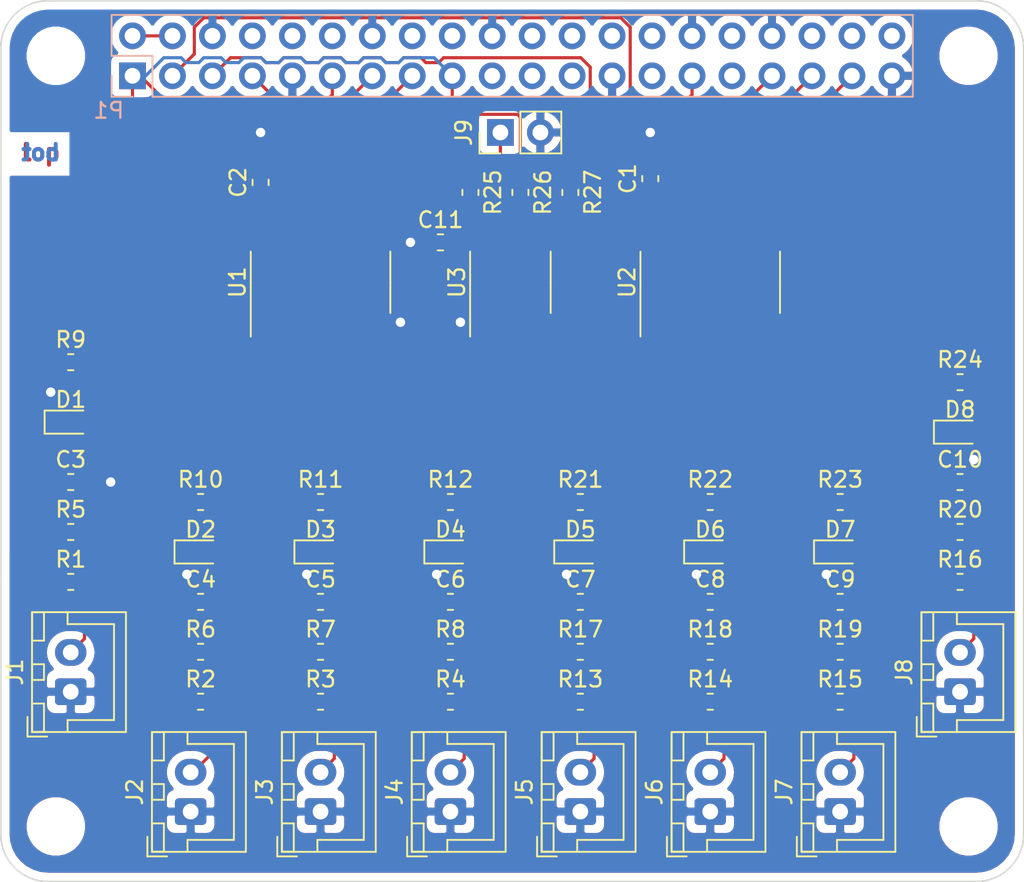
<source format=kicad_pcb>
(kicad_pcb (version 20171130) (host pcbnew "(5.1.4)-1")

  (general
    (thickness 1.6)
    (drawings 13)
    (tracks 357)
    (zones 0)
    (modules 63)
    (nets 57)
  )

  (page A3)
  (title_block
    (date "15 nov 2012")
  )

  (layers
    (0 F.Cu signal)
    (31 B.Cu signal)
    (32 B.Adhes user)
    (33 F.Adhes user)
    (34 B.Paste user)
    (35 F.Paste user)
    (36 B.SilkS user)
    (37 F.SilkS user)
    (38 B.Mask user)
    (39 F.Mask user)
    (40 Dwgs.User user)
    (41 Cmts.User user)
    (42 Eco1.User user)
    (43 Eco2.User user)
    (44 Edge.Cuts user)
  )

  (setup
    (last_trace_width 0.2)
    (trace_clearance 0.2)
    (zone_clearance 0.508)
    (zone_45_only no)
    (trace_min 0.1524)
    (via_size 0.9)
    (via_drill 0.6)
    (via_min_size 0.8)
    (via_min_drill 0.5)
    (uvia_size 0.5)
    (uvia_drill 0.1)
    (uvias_allowed no)
    (uvia_min_size 0.5)
    (uvia_min_drill 0.1)
    (edge_width 0.1)
    (segment_width 0.1)
    (pcb_text_width 0.3)
    (pcb_text_size 1 1)
    (mod_edge_width 0.15)
    (mod_text_size 1 1)
    (mod_text_width 0.15)
    (pad_size 2.5 2.5)
    (pad_drill 2.5)
    (pad_to_mask_clearance 0)
    (aux_axis_origin 200 150)
    (grid_origin 200 150)
    (visible_elements 7FFFFFFF)
    (pcbplotparams
      (layerselection 0x010fc_ffffffff)
      (usegerberextensions true)
      (usegerberattributes false)
      (usegerberadvancedattributes false)
      (creategerberjobfile false)
      (excludeedgelayer true)
      (linewidth 0.150000)
      (plotframeref false)
      (viasonmask false)
      (mode 1)
      (useauxorigin false)
      (hpglpennumber 1)
      (hpglpenspeed 20)
      (hpglpendiameter 15.000000)
      (psnegative false)
      (psa4output false)
      (plotreference true)
      (plotvalue true)
      (plotinvisibletext false)
      (padsonsilk false)
      (subtractmaskfromsilk false)
      (outputformat 1)
      (mirror false)
      (drillshape 0)
      (scaleselection 1)
      (outputdirectory "gerber/"))
  )

  (net 0 "")
  (net 1 +3V3)
  (net 2 +5V)
  (net 3 GND)
  (net 4 /ID_SD)
  (net 5 /ID_SC)
  (net 6 /GPIO5)
  (net 7 /GPIO6)
  (net 8 /GPIO26)
  (net 9 "/GPIO2(SDA1)")
  (net 10 "/GPIO3(SCL1)")
  (net 11 "/GPIO4(GCLK)")
  (net 12 "/GPIO14(TXD0)")
  (net 13 "/GPIO15(RXD0)")
  (net 14 "/GPIO17(GEN0)")
  (net 15 "/GPIO27(GEN2)")
  (net 16 "/GPIO22(GEN3)")
  (net 17 "/GPIO23(GEN4)")
  (net 18 "/GPIO24(GEN5)")
  (net 19 "/GPIO25(GEN6)")
  (net 20 "/GPIO18(GEN1)(PWM0)")
  (net 21 "/GPIO10(SPI0_MOSI)")
  (net 22 "/GPIO9(SPI0_MISO)")
  (net 23 "/GPIO11(SPI0_SCK)")
  (net 24 "/GPIO8(SPI0_CE_N)")
  (net 25 "/GPIO7(SPI1_CE_N)")
  (net 26 "/GPIO12(PWM0)")
  (net 27 "/GPIO13(PWM1)")
  (net 28 "/GPIO19(SPI1_MISO)")
  (net 29 /GPIO16)
  (net 30 "/GPIO20(SPI1_MOSI)")
  (net 31 "/GPIO21(SPI1_SCK)")
  (net 32 "Net-(C3-Pad1)")
  (net 33 "Net-(C4-Pad1)")
  (net 34 "Net-(C5-Pad1)")
  (net 35 "Net-(C6-Pad1)")
  (net 36 "Net-(C7-Pad1)")
  (net 37 "Net-(C8-Pad1)")
  (net 38 "Net-(D1-Pad2)")
  (net 39 "Net-(D2-Pad2)")
  (net 40 "Net-(D3-Pad2)")
  (net 41 "Net-(D4-Pad2)")
  (net 42 "Net-(D5-Pad2)")
  (net 43 "Net-(D6-Pad2)")
  (net 44 "Net-(D7-Pad2)")
  (net 45 "Net-(D8-Pad2)")
  (net 46 "Net-(J1-Pad2)")
  (net 47 "Net-(J2-Pad2)")
  (net 48 "Net-(J3-Pad2)")
  (net 49 "Net-(J4-Pad2)")
  (net 50 "Net-(J5-Pad2)")
  (net 51 "Net-(J6-Pad2)")
  (net 52 "Net-(J7-Pad2)")
  (net 53 "Net-(J8-Pad2)")
  (net 54 "Net-(C9-Pad1)")
  (net 55 "Net-(C10-Pad1)")
  (net 56 "Net-(J9-Pad1)")

  (net_class Default "This is the default net class."
    (clearance 0.2)
    (trace_width 0.2)
    (via_dia 0.9)
    (via_drill 0.6)
    (uvia_dia 0.5)
    (uvia_drill 0.1)
    (add_net +3V3)
    (add_net +5V)
    (add_net "/GPIO10(SPI0_MOSI)")
    (add_net "/GPIO11(SPI0_SCK)")
    (add_net "/GPIO12(PWM0)")
    (add_net "/GPIO13(PWM1)")
    (add_net "/GPIO14(TXD0)")
    (add_net "/GPIO15(RXD0)")
    (add_net /GPIO16)
    (add_net "/GPIO17(GEN0)")
    (add_net "/GPIO18(GEN1)(PWM0)")
    (add_net "/GPIO19(SPI1_MISO)")
    (add_net "/GPIO2(SDA1)")
    (add_net "/GPIO20(SPI1_MOSI)")
    (add_net "/GPIO21(SPI1_SCK)")
    (add_net "/GPIO22(GEN3)")
    (add_net "/GPIO23(GEN4)")
    (add_net "/GPIO24(GEN5)")
    (add_net "/GPIO25(GEN6)")
    (add_net /GPIO26)
    (add_net "/GPIO27(GEN2)")
    (add_net "/GPIO3(SCL1)")
    (add_net "/GPIO4(GCLK)")
    (add_net /GPIO5)
    (add_net /GPIO6)
    (add_net "/GPIO7(SPI1_CE_N)")
    (add_net "/GPIO8(SPI0_CE_N)")
    (add_net "/GPIO9(SPI0_MISO)")
    (add_net /ID_SC)
    (add_net /ID_SD)
    (add_net GND)
    (add_net "Net-(C10-Pad1)")
    (add_net "Net-(C3-Pad1)")
    (add_net "Net-(C4-Pad1)")
    (add_net "Net-(C5-Pad1)")
    (add_net "Net-(C6-Pad1)")
    (add_net "Net-(C7-Pad1)")
    (add_net "Net-(C8-Pad1)")
    (add_net "Net-(C9-Pad1)")
    (add_net "Net-(D1-Pad2)")
    (add_net "Net-(D2-Pad2)")
    (add_net "Net-(D3-Pad2)")
    (add_net "Net-(D4-Pad2)")
    (add_net "Net-(D5-Pad2)")
    (add_net "Net-(D6-Pad2)")
    (add_net "Net-(D7-Pad2)")
    (add_net "Net-(D8-Pad2)")
    (add_net "Net-(J1-Pad2)")
    (add_net "Net-(J2-Pad2)")
    (add_net "Net-(J3-Pad2)")
    (add_net "Net-(J4-Pad2)")
    (add_net "Net-(J5-Pad2)")
    (add_net "Net-(J6-Pad2)")
    (add_net "Net-(J7-Pad2)")
    (add_net "Net-(J8-Pad2)")
    (add_net "Net-(J9-Pad1)")
  )

  (net_class Power ""
    (clearance 0.2)
    (trace_width 0.5)
    (via_dia 1)
    (via_drill 0.7)
    (uvia_dia 0.5)
    (uvia_drill 0.1)
  )

  (module Connector_PinSocket_2.54mm:PinSocket_2x20_P2.54mm_Vertical (layer B.Cu) (tedit 5A19A433) (tstamp 5A793E9F)
    (at 208.37 98.77 270)
    (descr "Through hole straight socket strip, 2x20, 2.54mm pitch, double cols (from Kicad 4.0.7), script generated")
    (tags "Through hole socket strip THT 2x20 2.54mm double row")
    (path /59AD464A)
    (fp_text reference P1 (at 2.208 1.512) (layer B.SilkS)
      (effects (font (size 1 1) (thickness 0.15)) (justify mirror))
    )
    (fp_text value Conn_02x20_Odd_Even (at -1.27 -51.03 270) (layer B.Fab)
      (effects (font (size 1 1) (thickness 0.15)) (justify mirror))
    )
    (fp_line (start -3.81 1.27) (end 0.27 1.27) (layer B.Fab) (width 0.1))
    (fp_line (start 0.27 1.27) (end 1.27 0.27) (layer B.Fab) (width 0.1))
    (fp_line (start 1.27 0.27) (end 1.27 -49.53) (layer B.Fab) (width 0.1))
    (fp_line (start 1.27 -49.53) (end -3.81 -49.53) (layer B.Fab) (width 0.1))
    (fp_line (start -3.81 -49.53) (end -3.81 1.27) (layer B.Fab) (width 0.1))
    (fp_line (start -3.87 1.33) (end -1.27 1.33) (layer B.SilkS) (width 0.12))
    (fp_line (start -3.87 1.33) (end -3.87 -49.59) (layer B.SilkS) (width 0.12))
    (fp_line (start -3.87 -49.59) (end 1.33 -49.59) (layer B.SilkS) (width 0.12))
    (fp_line (start 1.33 -1.27) (end 1.33 -49.59) (layer B.SilkS) (width 0.12))
    (fp_line (start -1.27 -1.27) (end 1.33 -1.27) (layer B.SilkS) (width 0.12))
    (fp_line (start -1.27 1.33) (end -1.27 -1.27) (layer B.SilkS) (width 0.12))
    (fp_line (start 1.33 1.33) (end 1.33 0) (layer B.SilkS) (width 0.12))
    (fp_line (start 0 1.33) (end 1.33 1.33) (layer B.SilkS) (width 0.12))
    (fp_line (start -4.34 1.8) (end 1.76 1.8) (layer B.CrtYd) (width 0.05))
    (fp_line (start 1.76 1.8) (end 1.76 -50) (layer B.CrtYd) (width 0.05))
    (fp_line (start 1.76 -50) (end -4.34 -50) (layer B.CrtYd) (width 0.05))
    (fp_line (start -4.34 -50) (end -4.34 1.8) (layer B.CrtYd) (width 0.05))
    (fp_text user %R (at -1.27 -24.13 180) (layer B.Fab)
      (effects (font (size 1 1) (thickness 0.15)) (justify mirror))
    )
    (pad 1 thru_hole rect (at 0 0 270) (size 1.7 1.7) (drill 1) (layers *.Cu *.Mask)
      (net 1 +3V3))
    (pad 2 thru_hole oval (at -2.54 0 270) (size 1.7 1.7) (drill 1) (layers *.Cu *.Mask)
      (net 2 +5V))
    (pad 3 thru_hole oval (at 0 -2.54 270) (size 1.7 1.7) (drill 1) (layers *.Cu *.Mask)
      (net 9 "/GPIO2(SDA1)"))
    (pad 4 thru_hole oval (at -2.54 -2.54 270) (size 1.7 1.7) (drill 1) (layers *.Cu *.Mask)
      (net 2 +5V))
    (pad 5 thru_hole oval (at 0 -5.08 270) (size 1.7 1.7) (drill 1) (layers *.Cu *.Mask)
      (net 10 "/GPIO3(SCL1)"))
    (pad 6 thru_hole oval (at -2.54 -5.08 270) (size 1.7 1.7) (drill 1) (layers *.Cu *.Mask)
      (net 3 GND))
    (pad 7 thru_hole oval (at 0 -7.62 270) (size 1.7 1.7) (drill 1) (layers *.Cu *.Mask)
      (net 11 "/GPIO4(GCLK)"))
    (pad 8 thru_hole oval (at -2.54 -7.62 270) (size 1.7 1.7) (drill 1) (layers *.Cu *.Mask)
      (net 12 "/GPIO14(TXD0)"))
    (pad 9 thru_hole oval (at 0 -10.16 270) (size 1.7 1.7) (drill 1) (layers *.Cu *.Mask)
      (net 3 GND))
    (pad 10 thru_hole oval (at -2.54 -10.16 270) (size 1.7 1.7) (drill 1) (layers *.Cu *.Mask)
      (net 13 "/GPIO15(RXD0)"))
    (pad 11 thru_hole oval (at 0 -12.7 270) (size 1.7 1.7) (drill 1) (layers *.Cu *.Mask)
      (net 14 "/GPIO17(GEN0)"))
    (pad 12 thru_hole oval (at -2.54 -12.7 270) (size 1.7 1.7) (drill 1) (layers *.Cu *.Mask)
      (net 20 "/GPIO18(GEN1)(PWM0)"))
    (pad 13 thru_hole oval (at 0 -15.24 270) (size 1.7 1.7) (drill 1) (layers *.Cu *.Mask)
      (net 15 "/GPIO27(GEN2)"))
    (pad 14 thru_hole oval (at -2.54 -15.24 270) (size 1.7 1.7) (drill 1) (layers *.Cu *.Mask)
      (net 3 GND))
    (pad 15 thru_hole oval (at 0 -17.78 270) (size 1.7 1.7) (drill 1) (layers *.Cu *.Mask)
      (net 16 "/GPIO22(GEN3)"))
    (pad 16 thru_hole oval (at -2.54 -17.78 270) (size 1.7 1.7) (drill 1) (layers *.Cu *.Mask)
      (net 17 "/GPIO23(GEN4)"))
    (pad 17 thru_hole oval (at 0 -20.32 270) (size 1.7 1.7) (drill 1) (layers *.Cu *.Mask)
      (net 1 +3V3))
    (pad 18 thru_hole oval (at -2.54 -20.32 270) (size 1.7 1.7) (drill 1) (layers *.Cu *.Mask)
      (net 18 "/GPIO24(GEN5)"))
    (pad 19 thru_hole oval (at 0 -22.86 270) (size 1.7 1.7) (drill 1) (layers *.Cu *.Mask)
      (net 21 "/GPIO10(SPI0_MOSI)"))
    (pad 20 thru_hole oval (at -2.54 -22.86 270) (size 1.7 1.7) (drill 1) (layers *.Cu *.Mask)
      (net 3 GND))
    (pad 21 thru_hole oval (at 0 -25.4 270) (size 1.7 1.7) (drill 1) (layers *.Cu *.Mask)
      (net 22 "/GPIO9(SPI0_MISO)"))
    (pad 22 thru_hole oval (at -2.54 -25.4 270) (size 1.7 1.7) (drill 1) (layers *.Cu *.Mask)
      (net 19 "/GPIO25(GEN6)"))
    (pad 23 thru_hole oval (at 0 -27.94 270) (size 1.7 1.7) (drill 1) (layers *.Cu *.Mask)
      (net 23 "/GPIO11(SPI0_SCK)"))
    (pad 24 thru_hole oval (at -2.54 -27.94 270) (size 1.7 1.7) (drill 1) (layers *.Cu *.Mask)
      (net 24 "/GPIO8(SPI0_CE_N)"))
    (pad 25 thru_hole oval (at 0 -30.48 270) (size 1.7 1.7) (drill 1) (layers *.Cu *.Mask)
      (net 3 GND))
    (pad 26 thru_hole oval (at -2.54 -30.48 270) (size 1.7 1.7) (drill 1) (layers *.Cu *.Mask)
      (net 25 "/GPIO7(SPI1_CE_N)"))
    (pad 27 thru_hole oval (at 0 -33.02 270) (size 1.7 1.7) (drill 1) (layers *.Cu *.Mask)
      (net 4 /ID_SD))
    (pad 28 thru_hole oval (at -2.54 -33.02 270) (size 1.7 1.7) (drill 1) (layers *.Cu *.Mask)
      (net 5 /ID_SC))
    (pad 29 thru_hole oval (at 0 -35.56 270) (size 1.7 1.7) (drill 1) (layers *.Cu *.Mask)
      (net 6 /GPIO5))
    (pad 30 thru_hole oval (at -2.54 -35.56 270) (size 1.7 1.7) (drill 1) (layers *.Cu *.Mask)
      (net 3 GND))
    (pad 31 thru_hole oval (at 0 -38.1 270) (size 1.7 1.7) (drill 1) (layers *.Cu *.Mask)
      (net 7 /GPIO6))
    (pad 32 thru_hole oval (at -2.54 -38.1 270) (size 1.7 1.7) (drill 1) (layers *.Cu *.Mask)
      (net 26 "/GPIO12(PWM0)"))
    (pad 33 thru_hole oval (at 0 -40.64 270) (size 1.7 1.7) (drill 1) (layers *.Cu *.Mask)
      (net 27 "/GPIO13(PWM1)"))
    (pad 34 thru_hole oval (at -2.54 -40.64 270) (size 1.7 1.7) (drill 1) (layers *.Cu *.Mask)
      (net 3 GND))
    (pad 35 thru_hole oval (at 0 -43.18 270) (size 1.7 1.7) (drill 1) (layers *.Cu *.Mask)
      (net 28 "/GPIO19(SPI1_MISO)"))
    (pad 36 thru_hole oval (at -2.54 -43.18 270) (size 1.7 1.7) (drill 1) (layers *.Cu *.Mask)
      (net 29 /GPIO16))
    (pad 37 thru_hole oval (at 0 -45.72 270) (size 1.7 1.7) (drill 1) (layers *.Cu *.Mask)
      (net 8 /GPIO26))
    (pad 38 thru_hole oval (at -2.54 -45.72 270) (size 1.7 1.7) (drill 1) (layers *.Cu *.Mask)
      (net 30 "/GPIO20(SPI1_MOSI)"))
    (pad 39 thru_hole oval (at 0 -48.26 270) (size 1.7 1.7) (drill 1) (layers *.Cu *.Mask)
      (net 3 GND))
    (pad 40 thru_hole oval (at -2.54 -48.26 270) (size 1.7 1.7) (drill 1) (layers *.Cu *.Mask)
      (net 31 "/GPIO21(SPI1_SCK)"))
    (model ${KISYS3DMOD}/Connector_PinSocket_2.54mm.3dshapes/PinSocket_2x20_P2.54mm_Vertical.wrl
      (at (xyz 0 0 0))
      (scale (xyz 1 1 1))
      (rotate (xyz 0 0 0))
    )
  )

  (module Connector_PinHeader_2.54mm:PinHeader_1x02_P2.54mm_Vertical (layer F.Cu) (tedit 59FED5CC) (tstamp 5D4ECDDC)
    (at 231.75 102.375 90)
    (descr "Through hole straight pin header, 1x02, 2.54mm pitch, single row")
    (tags "Through hole pin header THT 1x02 2.54mm single row")
    (path /5D6F70E7)
    (fp_text reference J9 (at 0 -2.33 90) (layer F.SilkS)
      (effects (font (size 1 1) (thickness 0.15)))
    )
    (fp_text value Conn_01x02 (at 0 4.87 90) (layer F.Fab)
      (effects (font (size 1 1) (thickness 0.15)))
    )
    (fp_line (start -0.635 -1.27) (end 1.27 -1.27) (layer F.Fab) (width 0.1))
    (fp_line (start 1.27 -1.27) (end 1.27 3.81) (layer F.Fab) (width 0.1))
    (fp_line (start 1.27 3.81) (end -1.27 3.81) (layer F.Fab) (width 0.1))
    (fp_line (start -1.27 3.81) (end -1.27 -0.635) (layer F.Fab) (width 0.1))
    (fp_line (start -1.27 -0.635) (end -0.635 -1.27) (layer F.Fab) (width 0.1))
    (fp_line (start -1.33 3.87) (end 1.33 3.87) (layer F.SilkS) (width 0.12))
    (fp_line (start -1.33 1.27) (end -1.33 3.87) (layer F.SilkS) (width 0.12))
    (fp_line (start 1.33 1.27) (end 1.33 3.87) (layer F.SilkS) (width 0.12))
    (fp_line (start -1.33 1.27) (end 1.33 1.27) (layer F.SilkS) (width 0.12))
    (fp_line (start -1.33 0) (end -1.33 -1.33) (layer F.SilkS) (width 0.12))
    (fp_line (start -1.33 -1.33) (end 0 -1.33) (layer F.SilkS) (width 0.12))
    (fp_line (start -1.8 -1.8) (end -1.8 4.35) (layer F.CrtYd) (width 0.05))
    (fp_line (start -1.8 4.35) (end 1.8 4.35) (layer F.CrtYd) (width 0.05))
    (fp_line (start 1.8 4.35) (end 1.8 -1.8) (layer F.CrtYd) (width 0.05))
    (fp_line (start 1.8 -1.8) (end -1.8 -1.8) (layer F.CrtYd) (width 0.05))
    (fp_text user %R (at 0 1.27) (layer F.Fab)
      (effects (font (size 1 1) (thickness 0.15)))
    )
    (pad 1 thru_hole rect (at 0 0 90) (size 1.7 1.7) (drill 1) (layers *.Cu *.Mask)
      (net 56 "Net-(J9-Pad1)"))
    (pad 2 thru_hole oval (at 0 2.54 90) (size 1.7 1.7) (drill 1) (layers *.Cu *.Mask)
      (net 3 GND))
    (model ${KISYS3DMOD}/Connector_PinHeader_2.54mm.3dshapes/PinHeader_1x02_P2.54mm_Vertical.wrl
      (at (xyz 0 0 0))
      (scale (xyz 1 1 1))
      (rotate (xyz 0 0 0))
    )
  )

  (module MountingHole:MountingHole_2.7mm_M2.5 (layer F.Cu) (tedit 56D1B4CB) (tstamp 5A793E98)
    (at 261.5 146.5)
    (descr "Mounting Hole 2.7mm, no annular, M2.5")
    (tags "mounting hole 2.7mm no annular m2.5")
    (path /5834FC4F)
    (attr virtual)
    (fp_text reference MK4 (at -72.93 -39.68) (layer F.SilkS) hide
      (effects (font (size 1 1) (thickness 0.15)))
    )
    (fp_text value M2.5 (at 0 3.7) (layer F.Fab)
      (effects (font (size 1 1) (thickness 0.15)))
    )
    (fp_circle (center 0 0) (end 2.95 0) (layer F.CrtYd) (width 0.05))
    (fp_circle (center 0 0) (end 2.7 0) (layer Cmts.User) (width 0.15))
    (fp_text user %R (at 0.3 0) (layer F.Fab)
      (effects (font (size 1 1) (thickness 0.15)))
    )
    (pad 1 np_thru_hole circle (at 0 0) (size 2.7 2.7) (drill 2.7) (layers *.Cu *.Mask))
  )

  (module MountingHole:MountingHole_2.7mm_M2.5 (layer F.Cu) (tedit 56D1B4CB) (tstamp 5A793E91)
    (at 203.5 146.5)
    (descr "Mounting Hole 2.7mm, no annular, M2.5")
    (tags "mounting hole 2.7mm no annular m2.5")
    (path /5834FBEF)
    (attr virtual)
    (fp_text reference MK3 (at -14.93 -40.95) (layer F.SilkS) hide
      (effects (font (size 1 1) (thickness 0.15)))
    )
    (fp_text value M2.5 (at 0 3.7) (layer F.Fab)
      (effects (font (size 1 1) (thickness 0.15)))
    )
    (fp_text user %R (at 0.3 0) (layer F.Fab)
      (effects (font (size 1 1) (thickness 0.15)))
    )
    (fp_circle (center 0 0) (end 2.7 0) (layer Cmts.User) (width 0.15))
    (fp_circle (center 0 0) (end 2.95 0) (layer F.CrtYd) (width 0.05))
    (pad 1 np_thru_hole circle (at 0 0) (size 2.7 2.7) (drill 2.7) (layers *.Cu *.Mask))
  )

  (module MountingHole:MountingHole_2.7mm_M2.5 (layer F.Cu) (tedit 56D1B4CB) (tstamp 5A793E8A)
    (at 261.5 97.5 180)
    (descr "Mounting Hole 2.7mm, no annular, M2.5")
    (tags "mounting hole 2.7mm no annular m2.5")
    (path /5834FC19)
    (attr virtual)
    (fp_text reference MK2 (at 72.93 -6.78 180) (layer F.SilkS) hide
      (effects (font (size 1 1) (thickness 0.15)))
    )
    (fp_text value M2.5 (at 0 3.7 180) (layer F.Fab)
      (effects (font (size 1 1) (thickness 0.15)))
    )
    (fp_circle (center 0 0) (end 2.95 0) (layer F.CrtYd) (width 0.05))
    (fp_circle (center 0 0) (end 2.7 0) (layer Cmts.User) (width 0.15))
    (fp_text user %R (at 0.3 0 180) (layer F.Fab)
      (effects (font (size 1 1) (thickness 0.15)))
    )
    (pad 1 np_thru_hole circle (at 0 0 180) (size 2.7 2.7) (drill 2.7) (layers *.Cu *.Mask))
  )

  (module MountingHole:MountingHole_2.7mm_M2.5 (layer F.Cu) (tedit 56D1B4CB) (tstamp 5A793E83)
    (at 203.5 97.5 180)
    (descr "Mounting Hole 2.7mm, no annular, M2.5")
    (tags "mounting hole 2.7mm no annular m2.5")
    (path /5834FB2E)
    (attr virtual)
    (fp_text reference MK1 (at 14.93 -5.51 180) (layer F.SilkS) hide
      (effects (font (size 1 1) (thickness 0.15)))
    )
    (fp_text value M2.5 (at 0 3.7 180) (layer F.Fab)
      (effects (font (size 1 1) (thickness 0.15)))
    )
    (fp_text user %R (at 0.3 0 180) (layer F.Fab)
      (effects (font (size 1 1) (thickness 0.15)))
    )
    (fp_circle (center 0 0) (end 2.7 0) (layer Cmts.User) (width 0.15))
    (fp_circle (center 0 0) (end 2.95 0) (layer F.CrtYd) (width 0.05))
    (pad 1 np_thru_hole circle (at 0 0 180) (size 2.7 2.7) (drill 2.7) (layers *.Cu *.Mask))
  )

  (module Capacitor_SMD:C_0603_1608Metric_Pad1.05x0.95mm_HandSolder (layer F.Cu) (tedit 5B301BBE) (tstamp 5D4D9D22)
    (at 241.275 105.31 90)
    (descr "Capacitor SMD 0603 (1608 Metric), square (rectangular) end terminal, IPC_7351 nominal with elongated pad for handsoldering. (Body size source: http://www.tortai-tech.com/upload/download/2011102023233369053.pdf), generated with kicad-footprint-generator")
    (tags "capacitor handsolder")
    (path /5D587BA2)
    (attr smd)
    (fp_text reference C1 (at 0 -1.43 90) (layer F.SilkS)
      (effects (font (size 1 1) (thickness 0.15)))
    )
    (fp_text value 100n (at 0 1.43 90) (layer F.Fab)
      (effects (font (size 1 1) (thickness 0.15)))
    )
    (fp_text user %R (at 0 0 90) (layer F.Fab)
      (effects (font (size 0.4 0.4) (thickness 0.06)))
    )
    (fp_line (start 1.65 0.73) (end -1.65 0.73) (layer F.CrtYd) (width 0.05))
    (fp_line (start 1.65 -0.73) (end 1.65 0.73) (layer F.CrtYd) (width 0.05))
    (fp_line (start -1.65 -0.73) (end 1.65 -0.73) (layer F.CrtYd) (width 0.05))
    (fp_line (start -1.65 0.73) (end -1.65 -0.73) (layer F.CrtYd) (width 0.05))
    (fp_line (start -0.171267 0.51) (end 0.171267 0.51) (layer F.SilkS) (width 0.12))
    (fp_line (start -0.171267 -0.51) (end 0.171267 -0.51) (layer F.SilkS) (width 0.12))
    (fp_line (start 0.8 0.4) (end -0.8 0.4) (layer F.Fab) (width 0.1))
    (fp_line (start 0.8 -0.4) (end 0.8 0.4) (layer F.Fab) (width 0.1))
    (fp_line (start -0.8 -0.4) (end 0.8 -0.4) (layer F.Fab) (width 0.1))
    (fp_line (start -0.8 0.4) (end -0.8 -0.4) (layer F.Fab) (width 0.1))
    (pad 2 smd roundrect (at 0.875 0 90) (size 1.05 0.95) (layers F.Cu F.Paste F.Mask) (roundrect_rratio 0.25)
      (net 3 GND))
    (pad 1 smd roundrect (at -0.875 0 90) (size 1.05 0.95) (layers F.Cu F.Paste F.Mask) (roundrect_rratio 0.25)
      (net 1 +3V3))
    (model ${KISYS3DMOD}/Capacitor_SMD.3dshapes/C_0603_1608Metric.wrl
      (at (xyz 0 0 0))
      (scale (xyz 1 1 1))
      (rotate (xyz 0 0 0))
    )
  )

  (module Capacitor_SMD:C_0603_1608Metric_Pad1.05x0.95mm_HandSolder (layer F.Cu) (tedit 5B301BBE) (tstamp 5D4D9D33)
    (at 216.51 105.55 90)
    (descr "Capacitor SMD 0603 (1608 Metric), square (rectangular) end terminal, IPC_7351 nominal with elongated pad for handsoldering. (Body size source: http://www.tortai-tech.com/upload/download/2011102023233369053.pdf), generated with kicad-footprint-generator")
    (tags "capacitor handsolder")
    (path /5D59E3C7)
    (attr smd)
    (fp_text reference C2 (at 0 -1.43 90) (layer F.SilkS)
      (effects (font (size 1 1) (thickness 0.15)))
    )
    (fp_text value 100n (at 0 1.43 90) (layer F.Fab)
      (effects (font (size 1 1) (thickness 0.15)))
    )
    (fp_line (start -0.8 0.4) (end -0.8 -0.4) (layer F.Fab) (width 0.1))
    (fp_line (start -0.8 -0.4) (end 0.8 -0.4) (layer F.Fab) (width 0.1))
    (fp_line (start 0.8 -0.4) (end 0.8 0.4) (layer F.Fab) (width 0.1))
    (fp_line (start 0.8 0.4) (end -0.8 0.4) (layer F.Fab) (width 0.1))
    (fp_line (start -0.171267 -0.51) (end 0.171267 -0.51) (layer F.SilkS) (width 0.12))
    (fp_line (start -0.171267 0.51) (end 0.171267 0.51) (layer F.SilkS) (width 0.12))
    (fp_line (start -1.65 0.73) (end -1.65 -0.73) (layer F.CrtYd) (width 0.05))
    (fp_line (start -1.65 -0.73) (end 1.65 -0.73) (layer F.CrtYd) (width 0.05))
    (fp_line (start 1.65 -0.73) (end 1.65 0.73) (layer F.CrtYd) (width 0.05))
    (fp_line (start 1.65 0.73) (end -1.65 0.73) (layer F.CrtYd) (width 0.05))
    (fp_text user %R (at 0 0 90) (layer F.Fab)
      (effects (font (size 0.4 0.4) (thickness 0.06)))
    )
    (pad 1 smd roundrect (at -0.875 0 90) (size 1.05 0.95) (layers F.Cu F.Paste F.Mask) (roundrect_rratio 0.25)
      (net 1 +3V3))
    (pad 2 smd roundrect (at 0.875 0 90) (size 1.05 0.95) (layers F.Cu F.Paste F.Mask) (roundrect_rratio 0.25)
      (net 3 GND))
    (model ${KISYS3DMOD}/Capacitor_SMD.3dshapes/C_0603_1608Metric.wrl
      (at (xyz 0 0 0))
      (scale (xyz 1 1 1))
      (rotate (xyz 0 0 0))
    )
  )

  (module Capacitor_SMD:C_0603_1608Metric_Pad1.05x0.95mm_HandSolder (layer F.Cu) (tedit 5B301BBE) (tstamp 5D4D9D44)
    (at 204.445 124.6)
    (descr "Capacitor SMD 0603 (1608 Metric), square (rectangular) end terminal, IPC_7351 nominal with elongated pad for handsoldering. (Body size source: http://www.tortai-tech.com/upload/download/2011102023233369053.pdf), generated with kicad-footprint-generator")
    (tags "capacitor handsolder")
    (path /5D4AB3CD)
    (attr smd)
    (fp_text reference C3 (at 0 -1.43) (layer F.SilkS)
      (effects (font (size 1 1) (thickness 0.15)))
    )
    (fp_text value 100n (at 0 1.43) (layer F.Fab)
      (effects (font (size 1 1) (thickness 0.15)))
    )
    (fp_line (start -0.8 0.4) (end -0.8 -0.4) (layer F.Fab) (width 0.1))
    (fp_line (start -0.8 -0.4) (end 0.8 -0.4) (layer F.Fab) (width 0.1))
    (fp_line (start 0.8 -0.4) (end 0.8 0.4) (layer F.Fab) (width 0.1))
    (fp_line (start 0.8 0.4) (end -0.8 0.4) (layer F.Fab) (width 0.1))
    (fp_line (start -0.171267 -0.51) (end 0.171267 -0.51) (layer F.SilkS) (width 0.12))
    (fp_line (start -0.171267 0.51) (end 0.171267 0.51) (layer F.SilkS) (width 0.12))
    (fp_line (start -1.65 0.73) (end -1.65 -0.73) (layer F.CrtYd) (width 0.05))
    (fp_line (start -1.65 -0.73) (end 1.65 -0.73) (layer F.CrtYd) (width 0.05))
    (fp_line (start 1.65 -0.73) (end 1.65 0.73) (layer F.CrtYd) (width 0.05))
    (fp_line (start 1.65 0.73) (end -1.65 0.73) (layer F.CrtYd) (width 0.05))
    (fp_text user %R (at 0 0) (layer F.Fab)
      (effects (font (size 0.4 0.4) (thickness 0.06)))
    )
    (pad 1 smd roundrect (at -0.875 0) (size 1.05 0.95) (layers F.Cu F.Paste F.Mask) (roundrect_rratio 0.25)
      (net 32 "Net-(C3-Pad1)"))
    (pad 2 smd roundrect (at 0.875 0) (size 1.05 0.95) (layers F.Cu F.Paste F.Mask) (roundrect_rratio 0.25)
      (net 3 GND))
    (model ${KISYS3DMOD}/Capacitor_SMD.3dshapes/C_0603_1608Metric.wrl
      (at (xyz 0 0 0))
      (scale (xyz 1 1 1))
      (rotate (xyz 0 0 0))
    )
  )

  (module Capacitor_SMD:C_0603_1608Metric_Pad1.05x0.95mm_HandSolder (layer F.Cu) (tedit 5B301BBE) (tstamp 5D4D9D55)
    (at 212.7 132.22)
    (descr "Capacitor SMD 0603 (1608 Metric), square (rectangular) end terminal, IPC_7351 nominal with elongated pad for handsoldering. (Body size source: http://www.tortai-tech.com/upload/download/2011102023233369053.pdf), generated with kicad-footprint-generator")
    (tags "capacitor handsolder")
    (path /5D4CF0F8)
    (attr smd)
    (fp_text reference C4 (at 0 -1.43) (layer F.SilkS)
      (effects (font (size 1 1) (thickness 0.15)))
    )
    (fp_text value 100n (at 0 1.43) (layer F.Fab)
      (effects (font (size 1 1) (thickness 0.15)))
    )
    (fp_line (start -0.8 0.4) (end -0.8 -0.4) (layer F.Fab) (width 0.1))
    (fp_line (start -0.8 -0.4) (end 0.8 -0.4) (layer F.Fab) (width 0.1))
    (fp_line (start 0.8 -0.4) (end 0.8 0.4) (layer F.Fab) (width 0.1))
    (fp_line (start 0.8 0.4) (end -0.8 0.4) (layer F.Fab) (width 0.1))
    (fp_line (start -0.171267 -0.51) (end 0.171267 -0.51) (layer F.SilkS) (width 0.12))
    (fp_line (start -0.171267 0.51) (end 0.171267 0.51) (layer F.SilkS) (width 0.12))
    (fp_line (start -1.65 0.73) (end -1.65 -0.73) (layer F.CrtYd) (width 0.05))
    (fp_line (start -1.65 -0.73) (end 1.65 -0.73) (layer F.CrtYd) (width 0.05))
    (fp_line (start 1.65 -0.73) (end 1.65 0.73) (layer F.CrtYd) (width 0.05))
    (fp_line (start 1.65 0.73) (end -1.65 0.73) (layer F.CrtYd) (width 0.05))
    (fp_text user %R (at 0 0) (layer F.Fab)
      (effects (font (size 0.4 0.4) (thickness 0.06)))
    )
    (pad 1 smd roundrect (at -0.875 0) (size 1.05 0.95) (layers F.Cu F.Paste F.Mask) (roundrect_rratio 0.25)
      (net 33 "Net-(C4-Pad1)"))
    (pad 2 smd roundrect (at 0.875 0) (size 1.05 0.95) (layers F.Cu F.Paste F.Mask) (roundrect_rratio 0.25)
      (net 3 GND))
    (model ${KISYS3DMOD}/Capacitor_SMD.3dshapes/C_0603_1608Metric.wrl
      (at (xyz 0 0 0))
      (scale (xyz 1 1 1))
      (rotate (xyz 0 0 0))
    )
  )

  (module Capacitor_SMD:C_0603_1608Metric_Pad1.05x0.95mm_HandSolder (layer F.Cu) (tedit 5B301BBE) (tstamp 5D4D9D66)
    (at 220.32 132.22)
    (descr "Capacitor SMD 0603 (1608 Metric), square (rectangular) end terminal, IPC_7351 nominal with elongated pad for handsoldering. (Body size source: http://www.tortai-tech.com/upload/download/2011102023233369053.pdf), generated with kicad-footprint-generator")
    (tags "capacitor handsolder")
    (path /5D4D5AE8)
    (attr smd)
    (fp_text reference C5 (at 0 -1.43) (layer F.SilkS)
      (effects (font (size 1 1) (thickness 0.15)))
    )
    (fp_text value 100n (at 0 1.43) (layer F.Fab)
      (effects (font (size 1 1) (thickness 0.15)))
    )
    (fp_line (start -0.8 0.4) (end -0.8 -0.4) (layer F.Fab) (width 0.1))
    (fp_line (start -0.8 -0.4) (end 0.8 -0.4) (layer F.Fab) (width 0.1))
    (fp_line (start 0.8 -0.4) (end 0.8 0.4) (layer F.Fab) (width 0.1))
    (fp_line (start 0.8 0.4) (end -0.8 0.4) (layer F.Fab) (width 0.1))
    (fp_line (start -0.171267 -0.51) (end 0.171267 -0.51) (layer F.SilkS) (width 0.12))
    (fp_line (start -0.171267 0.51) (end 0.171267 0.51) (layer F.SilkS) (width 0.12))
    (fp_line (start -1.65 0.73) (end -1.65 -0.73) (layer F.CrtYd) (width 0.05))
    (fp_line (start -1.65 -0.73) (end 1.65 -0.73) (layer F.CrtYd) (width 0.05))
    (fp_line (start 1.65 -0.73) (end 1.65 0.73) (layer F.CrtYd) (width 0.05))
    (fp_line (start 1.65 0.73) (end -1.65 0.73) (layer F.CrtYd) (width 0.05))
    (fp_text user %R (at 0 0) (layer F.Fab)
      (effects (font (size 0.4 0.4) (thickness 0.06)))
    )
    (pad 1 smd roundrect (at -0.875 0) (size 1.05 0.95) (layers F.Cu F.Paste F.Mask) (roundrect_rratio 0.25)
      (net 34 "Net-(C5-Pad1)"))
    (pad 2 smd roundrect (at 0.875 0) (size 1.05 0.95) (layers F.Cu F.Paste F.Mask) (roundrect_rratio 0.25)
      (net 3 GND))
    (model ${KISYS3DMOD}/Capacitor_SMD.3dshapes/C_0603_1608Metric.wrl
      (at (xyz 0 0 0))
      (scale (xyz 1 1 1))
      (rotate (xyz 0 0 0))
    )
  )

  (module Capacitor_SMD:C_0603_1608Metric_Pad1.05x0.95mm_HandSolder (layer F.Cu) (tedit 5B301BBE) (tstamp 5D4D9D77)
    (at 228.575 132.22)
    (descr "Capacitor SMD 0603 (1608 Metric), square (rectangular) end terminal, IPC_7351 nominal with elongated pad for handsoldering. (Body size source: http://www.tortai-tech.com/upload/download/2011102023233369053.pdf), generated with kicad-footprint-generator")
    (tags "capacitor handsolder")
    (path /5D4DD61C)
    (attr smd)
    (fp_text reference C6 (at 0 -1.43) (layer F.SilkS)
      (effects (font (size 1 1) (thickness 0.15)))
    )
    (fp_text value 100n (at 0 1.43) (layer F.Fab)
      (effects (font (size 1 1) (thickness 0.15)))
    )
    (fp_text user %R (at 0 0) (layer F.Fab)
      (effects (font (size 0.4 0.4) (thickness 0.06)))
    )
    (fp_line (start 1.65 0.73) (end -1.65 0.73) (layer F.CrtYd) (width 0.05))
    (fp_line (start 1.65 -0.73) (end 1.65 0.73) (layer F.CrtYd) (width 0.05))
    (fp_line (start -1.65 -0.73) (end 1.65 -0.73) (layer F.CrtYd) (width 0.05))
    (fp_line (start -1.65 0.73) (end -1.65 -0.73) (layer F.CrtYd) (width 0.05))
    (fp_line (start -0.171267 0.51) (end 0.171267 0.51) (layer F.SilkS) (width 0.12))
    (fp_line (start -0.171267 -0.51) (end 0.171267 -0.51) (layer F.SilkS) (width 0.12))
    (fp_line (start 0.8 0.4) (end -0.8 0.4) (layer F.Fab) (width 0.1))
    (fp_line (start 0.8 -0.4) (end 0.8 0.4) (layer F.Fab) (width 0.1))
    (fp_line (start -0.8 -0.4) (end 0.8 -0.4) (layer F.Fab) (width 0.1))
    (fp_line (start -0.8 0.4) (end -0.8 -0.4) (layer F.Fab) (width 0.1))
    (pad 2 smd roundrect (at 0.875 0) (size 1.05 0.95) (layers F.Cu F.Paste F.Mask) (roundrect_rratio 0.25)
      (net 3 GND))
    (pad 1 smd roundrect (at -0.875 0) (size 1.05 0.95) (layers F.Cu F.Paste F.Mask) (roundrect_rratio 0.25)
      (net 35 "Net-(C6-Pad1)"))
    (model ${KISYS3DMOD}/Capacitor_SMD.3dshapes/C_0603_1608Metric.wrl
      (at (xyz 0 0 0))
      (scale (xyz 1 1 1))
      (rotate (xyz 0 0 0))
    )
  )

  (module Capacitor_SMD:C_0603_1608Metric_Pad1.05x0.95mm_HandSolder (layer F.Cu) (tedit 5B301BBE) (tstamp 5D4D9D88)
    (at 236.83 132.22)
    (descr "Capacitor SMD 0603 (1608 Metric), square (rectangular) end terminal, IPC_7351 nominal with elongated pad for handsoldering. (Body size source: http://www.tortai-tech.com/upload/download/2011102023233369053.pdf), generated with kicad-footprint-generator")
    (tags "capacitor handsolder")
    (path /5D4F9A0C)
    (attr smd)
    (fp_text reference C7 (at 0 -1.43) (layer F.SilkS)
      (effects (font (size 1 1) (thickness 0.15)))
    )
    (fp_text value 100n (at 0 1.43) (layer F.Fab)
      (effects (font (size 1 1) (thickness 0.15)))
    )
    (fp_text user %R (at 0 0) (layer F.Fab)
      (effects (font (size 0.4 0.4) (thickness 0.06)))
    )
    (fp_line (start 1.65 0.73) (end -1.65 0.73) (layer F.CrtYd) (width 0.05))
    (fp_line (start 1.65 -0.73) (end 1.65 0.73) (layer F.CrtYd) (width 0.05))
    (fp_line (start -1.65 -0.73) (end 1.65 -0.73) (layer F.CrtYd) (width 0.05))
    (fp_line (start -1.65 0.73) (end -1.65 -0.73) (layer F.CrtYd) (width 0.05))
    (fp_line (start -0.171267 0.51) (end 0.171267 0.51) (layer F.SilkS) (width 0.12))
    (fp_line (start -0.171267 -0.51) (end 0.171267 -0.51) (layer F.SilkS) (width 0.12))
    (fp_line (start 0.8 0.4) (end -0.8 0.4) (layer F.Fab) (width 0.1))
    (fp_line (start 0.8 -0.4) (end 0.8 0.4) (layer F.Fab) (width 0.1))
    (fp_line (start -0.8 -0.4) (end 0.8 -0.4) (layer F.Fab) (width 0.1))
    (fp_line (start -0.8 0.4) (end -0.8 -0.4) (layer F.Fab) (width 0.1))
    (pad 2 smd roundrect (at 0.875 0) (size 1.05 0.95) (layers F.Cu F.Paste F.Mask) (roundrect_rratio 0.25)
      (net 3 GND))
    (pad 1 smd roundrect (at -0.875 0) (size 1.05 0.95) (layers F.Cu F.Paste F.Mask) (roundrect_rratio 0.25)
      (net 36 "Net-(C7-Pad1)"))
    (model ${KISYS3DMOD}/Capacitor_SMD.3dshapes/C_0603_1608Metric.wrl
      (at (xyz 0 0 0))
      (scale (xyz 1 1 1))
      (rotate (xyz 0 0 0))
    )
  )

  (module Capacitor_SMD:C_0603_1608Metric_Pad1.05x0.95mm_HandSolder (layer F.Cu) (tedit 5B301BBE) (tstamp 5D4D9D99)
    (at 245.085 132.22)
    (descr "Capacitor SMD 0603 (1608 Metric), square (rectangular) end terminal, IPC_7351 nominal with elongated pad for handsoldering. (Body size source: http://www.tortai-tech.com/upload/download/2011102023233369053.pdf), generated with kicad-footprint-generator")
    (tags "capacitor handsolder")
    (path /5D4F9A59)
    (attr smd)
    (fp_text reference C8 (at 0 -1.43) (layer F.SilkS)
      (effects (font (size 1 1) (thickness 0.15)))
    )
    (fp_text value 100n (at 0 1.43) (layer F.Fab)
      (effects (font (size 1 1) (thickness 0.15)))
    )
    (fp_line (start -0.8 0.4) (end -0.8 -0.4) (layer F.Fab) (width 0.1))
    (fp_line (start -0.8 -0.4) (end 0.8 -0.4) (layer F.Fab) (width 0.1))
    (fp_line (start 0.8 -0.4) (end 0.8 0.4) (layer F.Fab) (width 0.1))
    (fp_line (start 0.8 0.4) (end -0.8 0.4) (layer F.Fab) (width 0.1))
    (fp_line (start -0.171267 -0.51) (end 0.171267 -0.51) (layer F.SilkS) (width 0.12))
    (fp_line (start -0.171267 0.51) (end 0.171267 0.51) (layer F.SilkS) (width 0.12))
    (fp_line (start -1.65 0.73) (end -1.65 -0.73) (layer F.CrtYd) (width 0.05))
    (fp_line (start -1.65 -0.73) (end 1.65 -0.73) (layer F.CrtYd) (width 0.05))
    (fp_line (start 1.65 -0.73) (end 1.65 0.73) (layer F.CrtYd) (width 0.05))
    (fp_line (start 1.65 0.73) (end -1.65 0.73) (layer F.CrtYd) (width 0.05))
    (fp_text user %R (at 0 0) (layer F.Fab)
      (effects (font (size 0.4 0.4) (thickness 0.06)))
    )
    (pad 1 smd roundrect (at -0.875 0) (size 1.05 0.95) (layers F.Cu F.Paste F.Mask) (roundrect_rratio 0.25)
      (net 37 "Net-(C8-Pad1)"))
    (pad 2 smd roundrect (at 0.875 0) (size 1.05 0.95) (layers F.Cu F.Paste F.Mask) (roundrect_rratio 0.25)
      (net 3 GND))
    (model ${KISYS3DMOD}/Capacitor_SMD.3dshapes/C_0603_1608Metric.wrl
      (at (xyz 0 0 0))
      (scale (xyz 1 1 1))
      (rotate (xyz 0 0 0))
    )
  )

  (module Capacitor_SMD:C_0603_1608Metric_Pad1.05x0.95mm_HandSolder (layer F.Cu) (tedit 5B301BBE) (tstamp 5D4D9DAA)
    (at 253.34 132.22)
    (descr "Capacitor SMD 0603 (1608 Metric), square (rectangular) end terminal, IPC_7351 nominal with elongated pad for handsoldering. (Body size source: http://www.tortai-tech.com/upload/download/2011102023233369053.pdf), generated with kicad-footprint-generator")
    (tags "capacitor handsolder")
    (path /5D4F9AA6)
    (attr smd)
    (fp_text reference C9 (at 0 -1.43) (layer F.SilkS)
      (effects (font (size 1 1) (thickness 0.15)))
    )
    (fp_text value 100n (at 0 1.43) (layer F.Fab)
      (effects (font (size 1 1) (thickness 0.15)))
    )
    (fp_text user %R (at 0 0) (layer F.Fab)
      (effects (font (size 0.4 0.4) (thickness 0.06)))
    )
    (fp_line (start 1.65 0.73) (end -1.65 0.73) (layer F.CrtYd) (width 0.05))
    (fp_line (start 1.65 -0.73) (end 1.65 0.73) (layer F.CrtYd) (width 0.05))
    (fp_line (start -1.65 -0.73) (end 1.65 -0.73) (layer F.CrtYd) (width 0.05))
    (fp_line (start -1.65 0.73) (end -1.65 -0.73) (layer F.CrtYd) (width 0.05))
    (fp_line (start -0.171267 0.51) (end 0.171267 0.51) (layer F.SilkS) (width 0.12))
    (fp_line (start -0.171267 -0.51) (end 0.171267 -0.51) (layer F.SilkS) (width 0.12))
    (fp_line (start 0.8 0.4) (end -0.8 0.4) (layer F.Fab) (width 0.1))
    (fp_line (start 0.8 -0.4) (end 0.8 0.4) (layer F.Fab) (width 0.1))
    (fp_line (start -0.8 -0.4) (end 0.8 -0.4) (layer F.Fab) (width 0.1))
    (fp_line (start -0.8 0.4) (end -0.8 -0.4) (layer F.Fab) (width 0.1))
    (pad 2 smd roundrect (at 0.875 0) (size 1.05 0.95) (layers F.Cu F.Paste F.Mask) (roundrect_rratio 0.25)
      (net 3 GND))
    (pad 1 smd roundrect (at -0.875 0) (size 1.05 0.95) (layers F.Cu F.Paste F.Mask) (roundrect_rratio 0.25)
      (net 54 "Net-(C9-Pad1)"))
    (model ${KISYS3DMOD}/Capacitor_SMD.3dshapes/C_0603_1608Metric.wrl
      (at (xyz 0 0 0))
      (scale (xyz 1 1 1))
      (rotate (xyz 0 0 0))
    )
  )

  (module Capacitor_SMD:C_0603_1608Metric_Pad1.05x0.95mm_HandSolder (layer F.Cu) (tedit 5B301BBE) (tstamp 5D4D9DBB)
    (at 260.96 124.6)
    (descr "Capacitor SMD 0603 (1608 Metric), square (rectangular) end terminal, IPC_7351 nominal with elongated pad for handsoldering. (Body size source: http://www.tortai-tech.com/upload/download/2011102023233369053.pdf), generated with kicad-footprint-generator")
    (tags "capacitor handsolder")
    (path /5D4F9AF3)
    (attr smd)
    (fp_text reference C10 (at 0 -1.43) (layer F.SilkS)
      (effects (font (size 1 1) (thickness 0.15)))
    )
    (fp_text value 100n (at 0 1.43) (layer F.Fab)
      (effects (font (size 1 1) (thickness 0.15)))
    )
    (fp_text user %R (at 0 0) (layer F.Fab)
      (effects (font (size 0.4 0.4) (thickness 0.06)))
    )
    (fp_line (start 1.65 0.73) (end -1.65 0.73) (layer F.CrtYd) (width 0.05))
    (fp_line (start 1.65 -0.73) (end 1.65 0.73) (layer F.CrtYd) (width 0.05))
    (fp_line (start -1.65 -0.73) (end 1.65 -0.73) (layer F.CrtYd) (width 0.05))
    (fp_line (start -1.65 0.73) (end -1.65 -0.73) (layer F.CrtYd) (width 0.05))
    (fp_line (start -0.171267 0.51) (end 0.171267 0.51) (layer F.SilkS) (width 0.12))
    (fp_line (start -0.171267 -0.51) (end 0.171267 -0.51) (layer F.SilkS) (width 0.12))
    (fp_line (start 0.8 0.4) (end -0.8 0.4) (layer F.Fab) (width 0.1))
    (fp_line (start 0.8 -0.4) (end 0.8 0.4) (layer F.Fab) (width 0.1))
    (fp_line (start -0.8 -0.4) (end 0.8 -0.4) (layer F.Fab) (width 0.1))
    (fp_line (start -0.8 0.4) (end -0.8 -0.4) (layer F.Fab) (width 0.1))
    (pad 2 smd roundrect (at 0.875 0) (size 1.05 0.95) (layers F.Cu F.Paste F.Mask) (roundrect_rratio 0.25)
      (net 3 GND))
    (pad 1 smd roundrect (at -0.875 0) (size 1.05 0.95) (layers F.Cu F.Paste F.Mask) (roundrect_rratio 0.25)
      (net 55 "Net-(C10-Pad1)"))
    (model ${KISYS3DMOD}/Capacitor_SMD.3dshapes/C_0603_1608Metric.wrl
      (at (xyz 0 0 0))
      (scale (xyz 1 1 1))
      (rotate (xyz 0 0 0))
    )
  )

  (module LED_SMD:LED_0603_1608Metric_Pad1.05x0.95mm_HandSolder (layer F.Cu) (tedit 5B4B45C9) (tstamp 5D4D9DCE)
    (at 204.445 120.79)
    (descr "LED SMD 0603 (1608 Metric), square (rectangular) end terminal, IPC_7351 nominal, (Body size source: http://www.tortai-tech.com/upload/download/2011102023233369053.pdf), generated with kicad-footprint-generator")
    (tags "LED handsolder")
    (path /5D4A3F96)
    (attr smd)
    (fp_text reference D1 (at 0 -1.43) (layer F.SilkS)
      (effects (font (size 1 1) (thickness 0.15)))
    )
    (fp_text value LED (at 0 1.43) (layer F.Fab)
      (effects (font (size 1 1) (thickness 0.15)))
    )
    (fp_text user %R (at 0 0) (layer F.Fab)
      (effects (font (size 0.4 0.4) (thickness 0.06)))
    )
    (fp_line (start 1.65 0.73) (end -1.65 0.73) (layer F.CrtYd) (width 0.05))
    (fp_line (start 1.65 -0.73) (end 1.65 0.73) (layer F.CrtYd) (width 0.05))
    (fp_line (start -1.65 -0.73) (end 1.65 -0.73) (layer F.CrtYd) (width 0.05))
    (fp_line (start -1.65 0.73) (end -1.65 -0.73) (layer F.CrtYd) (width 0.05))
    (fp_line (start -1.66 0.735) (end 0.8 0.735) (layer F.SilkS) (width 0.12))
    (fp_line (start -1.66 -0.735) (end -1.66 0.735) (layer F.SilkS) (width 0.12))
    (fp_line (start 0.8 -0.735) (end -1.66 -0.735) (layer F.SilkS) (width 0.12))
    (fp_line (start 0.8 0.4) (end 0.8 -0.4) (layer F.Fab) (width 0.1))
    (fp_line (start -0.8 0.4) (end 0.8 0.4) (layer F.Fab) (width 0.1))
    (fp_line (start -0.8 -0.1) (end -0.8 0.4) (layer F.Fab) (width 0.1))
    (fp_line (start -0.5 -0.4) (end -0.8 -0.1) (layer F.Fab) (width 0.1))
    (fp_line (start 0.8 -0.4) (end -0.5 -0.4) (layer F.Fab) (width 0.1))
    (pad 2 smd roundrect (at 0.875 0) (size 1.05 0.95) (layers F.Cu F.Paste F.Mask) (roundrect_rratio 0.25)
      (net 38 "Net-(D1-Pad2)"))
    (pad 1 smd roundrect (at -0.875 0) (size 1.05 0.95) (layers F.Cu F.Paste F.Mask) (roundrect_rratio 0.25)
      (net 3 GND))
    (model ${KISYS3DMOD}/LED_SMD.3dshapes/LED_0603_1608Metric.wrl
      (at (xyz 0 0 0))
      (scale (xyz 1 1 1))
      (rotate (xyz 0 0 0))
    )
  )

  (module LED_SMD:LED_0603_1608Metric_Pad1.05x0.95mm_HandSolder (layer F.Cu) (tedit 5B4B45C9) (tstamp 5D4D9DE1)
    (at 212.7 129.045)
    (descr "LED SMD 0603 (1608 Metric), square (rectangular) end terminal, IPC_7351 nominal, (Body size source: http://www.tortai-tech.com/upload/download/2011102023233369053.pdf), generated with kicad-footprint-generator")
    (tags "LED handsolder")
    (path /5D4CF120)
    (attr smd)
    (fp_text reference D2 (at 0 -1.43) (layer F.SilkS)
      (effects (font (size 1 1) (thickness 0.15)))
    )
    (fp_text value LED (at 0 1.43) (layer F.Fab)
      (effects (font (size 1 1) (thickness 0.15)))
    )
    (fp_line (start 0.8 -0.4) (end -0.5 -0.4) (layer F.Fab) (width 0.1))
    (fp_line (start -0.5 -0.4) (end -0.8 -0.1) (layer F.Fab) (width 0.1))
    (fp_line (start -0.8 -0.1) (end -0.8 0.4) (layer F.Fab) (width 0.1))
    (fp_line (start -0.8 0.4) (end 0.8 0.4) (layer F.Fab) (width 0.1))
    (fp_line (start 0.8 0.4) (end 0.8 -0.4) (layer F.Fab) (width 0.1))
    (fp_line (start 0.8 -0.735) (end -1.66 -0.735) (layer F.SilkS) (width 0.12))
    (fp_line (start -1.66 -0.735) (end -1.66 0.735) (layer F.SilkS) (width 0.12))
    (fp_line (start -1.66 0.735) (end 0.8 0.735) (layer F.SilkS) (width 0.12))
    (fp_line (start -1.65 0.73) (end -1.65 -0.73) (layer F.CrtYd) (width 0.05))
    (fp_line (start -1.65 -0.73) (end 1.65 -0.73) (layer F.CrtYd) (width 0.05))
    (fp_line (start 1.65 -0.73) (end 1.65 0.73) (layer F.CrtYd) (width 0.05))
    (fp_line (start 1.65 0.73) (end -1.65 0.73) (layer F.CrtYd) (width 0.05))
    (fp_text user %R (at 0 0) (layer F.Fab)
      (effects (font (size 0.4 0.4) (thickness 0.06)))
    )
    (pad 1 smd roundrect (at -0.875 0) (size 1.05 0.95) (layers F.Cu F.Paste F.Mask) (roundrect_rratio 0.25)
      (net 3 GND))
    (pad 2 smd roundrect (at 0.875 0) (size 1.05 0.95) (layers F.Cu F.Paste F.Mask) (roundrect_rratio 0.25)
      (net 39 "Net-(D2-Pad2)"))
    (model ${KISYS3DMOD}/LED_SMD.3dshapes/LED_0603_1608Metric.wrl
      (at (xyz 0 0 0))
      (scale (xyz 1 1 1))
      (rotate (xyz 0 0 0))
    )
  )

  (module LED_SMD:LED_0603_1608Metric_Pad1.05x0.95mm_HandSolder (layer F.Cu) (tedit 5B4B45C9) (tstamp 5D4D9DF4)
    (at 220.32 129.045)
    (descr "LED SMD 0603 (1608 Metric), square (rectangular) end terminal, IPC_7351 nominal, (Body size source: http://www.tortai-tech.com/upload/download/2011102023233369053.pdf), generated with kicad-footprint-generator")
    (tags "LED handsolder")
    (path /5D4D5B10)
    (attr smd)
    (fp_text reference D3 (at 0 -1.43) (layer F.SilkS)
      (effects (font (size 1 1) (thickness 0.15)))
    )
    (fp_text value LED (at 0 1.43) (layer F.Fab)
      (effects (font (size 1 1) (thickness 0.15)))
    )
    (fp_text user %R (at 0 0) (layer F.Fab)
      (effects (font (size 0.4 0.4) (thickness 0.06)))
    )
    (fp_line (start 1.65 0.73) (end -1.65 0.73) (layer F.CrtYd) (width 0.05))
    (fp_line (start 1.65 -0.73) (end 1.65 0.73) (layer F.CrtYd) (width 0.05))
    (fp_line (start -1.65 -0.73) (end 1.65 -0.73) (layer F.CrtYd) (width 0.05))
    (fp_line (start -1.65 0.73) (end -1.65 -0.73) (layer F.CrtYd) (width 0.05))
    (fp_line (start -1.66 0.735) (end 0.8 0.735) (layer F.SilkS) (width 0.12))
    (fp_line (start -1.66 -0.735) (end -1.66 0.735) (layer F.SilkS) (width 0.12))
    (fp_line (start 0.8 -0.735) (end -1.66 -0.735) (layer F.SilkS) (width 0.12))
    (fp_line (start 0.8 0.4) (end 0.8 -0.4) (layer F.Fab) (width 0.1))
    (fp_line (start -0.8 0.4) (end 0.8 0.4) (layer F.Fab) (width 0.1))
    (fp_line (start -0.8 -0.1) (end -0.8 0.4) (layer F.Fab) (width 0.1))
    (fp_line (start -0.5 -0.4) (end -0.8 -0.1) (layer F.Fab) (width 0.1))
    (fp_line (start 0.8 -0.4) (end -0.5 -0.4) (layer F.Fab) (width 0.1))
    (pad 2 smd roundrect (at 0.875 0) (size 1.05 0.95) (layers F.Cu F.Paste F.Mask) (roundrect_rratio 0.25)
      (net 40 "Net-(D3-Pad2)"))
    (pad 1 smd roundrect (at -0.875 0) (size 1.05 0.95) (layers F.Cu F.Paste F.Mask) (roundrect_rratio 0.25)
      (net 3 GND))
    (model ${KISYS3DMOD}/LED_SMD.3dshapes/LED_0603_1608Metric.wrl
      (at (xyz 0 0 0))
      (scale (xyz 1 1 1))
      (rotate (xyz 0 0 0))
    )
  )

  (module LED_SMD:LED_0603_1608Metric_Pad1.05x0.95mm_HandSolder (layer F.Cu) (tedit 5B4B45C9) (tstamp 5D4D9E07)
    (at 228.575 129.045)
    (descr "LED SMD 0603 (1608 Metric), square (rectangular) end terminal, IPC_7351 nominal, (Body size source: http://www.tortai-tech.com/upload/download/2011102023233369053.pdf), generated with kicad-footprint-generator")
    (tags "LED handsolder")
    (path /5D4DD644)
    (attr smd)
    (fp_text reference D4 (at 0 -1.43) (layer F.SilkS)
      (effects (font (size 1 1) (thickness 0.15)))
    )
    (fp_text value LED (at 0 1.43) (layer F.Fab)
      (effects (font (size 1 1) (thickness 0.15)))
    )
    (fp_text user %R (at 0 0) (layer F.Fab)
      (effects (font (size 0.4 0.4) (thickness 0.06)))
    )
    (fp_line (start 1.65 0.73) (end -1.65 0.73) (layer F.CrtYd) (width 0.05))
    (fp_line (start 1.65 -0.73) (end 1.65 0.73) (layer F.CrtYd) (width 0.05))
    (fp_line (start -1.65 -0.73) (end 1.65 -0.73) (layer F.CrtYd) (width 0.05))
    (fp_line (start -1.65 0.73) (end -1.65 -0.73) (layer F.CrtYd) (width 0.05))
    (fp_line (start -1.66 0.735) (end 0.8 0.735) (layer F.SilkS) (width 0.12))
    (fp_line (start -1.66 -0.735) (end -1.66 0.735) (layer F.SilkS) (width 0.12))
    (fp_line (start 0.8 -0.735) (end -1.66 -0.735) (layer F.SilkS) (width 0.12))
    (fp_line (start 0.8 0.4) (end 0.8 -0.4) (layer F.Fab) (width 0.1))
    (fp_line (start -0.8 0.4) (end 0.8 0.4) (layer F.Fab) (width 0.1))
    (fp_line (start -0.8 -0.1) (end -0.8 0.4) (layer F.Fab) (width 0.1))
    (fp_line (start -0.5 -0.4) (end -0.8 -0.1) (layer F.Fab) (width 0.1))
    (fp_line (start 0.8 -0.4) (end -0.5 -0.4) (layer F.Fab) (width 0.1))
    (pad 2 smd roundrect (at 0.875 0) (size 1.05 0.95) (layers F.Cu F.Paste F.Mask) (roundrect_rratio 0.25)
      (net 41 "Net-(D4-Pad2)"))
    (pad 1 smd roundrect (at -0.875 0) (size 1.05 0.95) (layers F.Cu F.Paste F.Mask) (roundrect_rratio 0.25)
      (net 3 GND))
    (model ${KISYS3DMOD}/LED_SMD.3dshapes/LED_0603_1608Metric.wrl
      (at (xyz 0 0 0))
      (scale (xyz 1 1 1))
      (rotate (xyz 0 0 0))
    )
  )

  (module LED_SMD:LED_0603_1608Metric_Pad1.05x0.95mm_HandSolder (layer F.Cu) (tedit 5B4B45C9) (tstamp 5D4D9E1A)
    (at 236.83 129.045)
    (descr "LED SMD 0603 (1608 Metric), square (rectangular) end terminal, IPC_7351 nominal, (Body size source: http://www.tortai-tech.com/upload/download/2011102023233369053.pdf), generated with kicad-footprint-generator")
    (tags "LED handsolder")
    (path /5D4F9A34)
    (attr smd)
    (fp_text reference D5 (at 0 -1.43) (layer F.SilkS)
      (effects (font (size 1 1) (thickness 0.15)))
    )
    (fp_text value LED (at 0 1.43) (layer F.Fab)
      (effects (font (size 1 1) (thickness 0.15)))
    )
    (fp_line (start 0.8 -0.4) (end -0.5 -0.4) (layer F.Fab) (width 0.1))
    (fp_line (start -0.5 -0.4) (end -0.8 -0.1) (layer F.Fab) (width 0.1))
    (fp_line (start -0.8 -0.1) (end -0.8 0.4) (layer F.Fab) (width 0.1))
    (fp_line (start -0.8 0.4) (end 0.8 0.4) (layer F.Fab) (width 0.1))
    (fp_line (start 0.8 0.4) (end 0.8 -0.4) (layer F.Fab) (width 0.1))
    (fp_line (start 0.8 -0.735) (end -1.66 -0.735) (layer F.SilkS) (width 0.12))
    (fp_line (start -1.66 -0.735) (end -1.66 0.735) (layer F.SilkS) (width 0.12))
    (fp_line (start -1.66 0.735) (end 0.8 0.735) (layer F.SilkS) (width 0.12))
    (fp_line (start -1.65 0.73) (end -1.65 -0.73) (layer F.CrtYd) (width 0.05))
    (fp_line (start -1.65 -0.73) (end 1.65 -0.73) (layer F.CrtYd) (width 0.05))
    (fp_line (start 1.65 -0.73) (end 1.65 0.73) (layer F.CrtYd) (width 0.05))
    (fp_line (start 1.65 0.73) (end -1.65 0.73) (layer F.CrtYd) (width 0.05))
    (fp_text user %R (at 0 0) (layer F.Fab)
      (effects (font (size 0.4 0.4) (thickness 0.06)))
    )
    (pad 1 smd roundrect (at -0.875 0) (size 1.05 0.95) (layers F.Cu F.Paste F.Mask) (roundrect_rratio 0.25)
      (net 3 GND))
    (pad 2 smd roundrect (at 0.875 0) (size 1.05 0.95) (layers F.Cu F.Paste F.Mask) (roundrect_rratio 0.25)
      (net 42 "Net-(D5-Pad2)"))
    (model ${KISYS3DMOD}/LED_SMD.3dshapes/LED_0603_1608Metric.wrl
      (at (xyz 0 0 0))
      (scale (xyz 1 1 1))
      (rotate (xyz 0 0 0))
    )
  )

  (module LED_SMD:LED_0603_1608Metric_Pad1.05x0.95mm_HandSolder (layer F.Cu) (tedit 5B4B45C9) (tstamp 5D4D9E2D)
    (at 245.085 129.045)
    (descr "LED SMD 0603 (1608 Metric), square (rectangular) end terminal, IPC_7351 nominal, (Body size source: http://www.tortai-tech.com/upload/download/2011102023233369053.pdf), generated with kicad-footprint-generator")
    (tags "LED handsolder")
    (path /5D4F9A81)
    (attr smd)
    (fp_text reference D6 (at 0 -1.43) (layer F.SilkS)
      (effects (font (size 1 1) (thickness 0.15)))
    )
    (fp_text value LED (at 0 1.43) (layer F.Fab)
      (effects (font (size 1 1) (thickness 0.15)))
    )
    (fp_line (start 0.8 -0.4) (end -0.5 -0.4) (layer F.Fab) (width 0.1))
    (fp_line (start -0.5 -0.4) (end -0.8 -0.1) (layer F.Fab) (width 0.1))
    (fp_line (start -0.8 -0.1) (end -0.8 0.4) (layer F.Fab) (width 0.1))
    (fp_line (start -0.8 0.4) (end 0.8 0.4) (layer F.Fab) (width 0.1))
    (fp_line (start 0.8 0.4) (end 0.8 -0.4) (layer F.Fab) (width 0.1))
    (fp_line (start 0.8 -0.735) (end -1.66 -0.735) (layer F.SilkS) (width 0.12))
    (fp_line (start -1.66 -0.735) (end -1.66 0.735) (layer F.SilkS) (width 0.12))
    (fp_line (start -1.66 0.735) (end 0.8 0.735) (layer F.SilkS) (width 0.12))
    (fp_line (start -1.65 0.73) (end -1.65 -0.73) (layer F.CrtYd) (width 0.05))
    (fp_line (start -1.65 -0.73) (end 1.65 -0.73) (layer F.CrtYd) (width 0.05))
    (fp_line (start 1.65 -0.73) (end 1.65 0.73) (layer F.CrtYd) (width 0.05))
    (fp_line (start 1.65 0.73) (end -1.65 0.73) (layer F.CrtYd) (width 0.05))
    (fp_text user %R (at 0 0) (layer F.Fab)
      (effects (font (size 0.4 0.4) (thickness 0.06)))
    )
    (pad 1 smd roundrect (at -0.875 0) (size 1.05 0.95) (layers F.Cu F.Paste F.Mask) (roundrect_rratio 0.25)
      (net 3 GND))
    (pad 2 smd roundrect (at 0.875 0) (size 1.05 0.95) (layers F.Cu F.Paste F.Mask) (roundrect_rratio 0.25)
      (net 43 "Net-(D6-Pad2)"))
    (model ${KISYS3DMOD}/LED_SMD.3dshapes/LED_0603_1608Metric.wrl
      (at (xyz 0 0 0))
      (scale (xyz 1 1 1))
      (rotate (xyz 0 0 0))
    )
  )

  (module LED_SMD:LED_0603_1608Metric_Pad1.05x0.95mm_HandSolder (layer F.Cu) (tedit 5B4B45C9) (tstamp 5D4D9E40)
    (at 253.34 129.045)
    (descr "LED SMD 0603 (1608 Metric), square (rectangular) end terminal, IPC_7351 nominal, (Body size source: http://www.tortai-tech.com/upload/download/2011102023233369053.pdf), generated with kicad-footprint-generator")
    (tags "LED handsolder")
    (path /5D4F9ACE)
    (attr smd)
    (fp_text reference D7 (at 0 -1.43) (layer F.SilkS)
      (effects (font (size 1 1) (thickness 0.15)))
    )
    (fp_text value LED (at 0 1.43) (layer F.Fab)
      (effects (font (size 1 1) (thickness 0.15)))
    )
    (fp_text user %R (at 0 0) (layer F.Fab)
      (effects (font (size 0.4 0.4) (thickness 0.06)))
    )
    (fp_line (start 1.65 0.73) (end -1.65 0.73) (layer F.CrtYd) (width 0.05))
    (fp_line (start 1.65 -0.73) (end 1.65 0.73) (layer F.CrtYd) (width 0.05))
    (fp_line (start -1.65 -0.73) (end 1.65 -0.73) (layer F.CrtYd) (width 0.05))
    (fp_line (start -1.65 0.73) (end -1.65 -0.73) (layer F.CrtYd) (width 0.05))
    (fp_line (start -1.66 0.735) (end 0.8 0.735) (layer F.SilkS) (width 0.12))
    (fp_line (start -1.66 -0.735) (end -1.66 0.735) (layer F.SilkS) (width 0.12))
    (fp_line (start 0.8 -0.735) (end -1.66 -0.735) (layer F.SilkS) (width 0.12))
    (fp_line (start 0.8 0.4) (end 0.8 -0.4) (layer F.Fab) (width 0.1))
    (fp_line (start -0.8 0.4) (end 0.8 0.4) (layer F.Fab) (width 0.1))
    (fp_line (start -0.8 -0.1) (end -0.8 0.4) (layer F.Fab) (width 0.1))
    (fp_line (start -0.5 -0.4) (end -0.8 -0.1) (layer F.Fab) (width 0.1))
    (fp_line (start 0.8 -0.4) (end -0.5 -0.4) (layer F.Fab) (width 0.1))
    (pad 2 smd roundrect (at 0.875 0) (size 1.05 0.95) (layers F.Cu F.Paste F.Mask) (roundrect_rratio 0.25)
      (net 44 "Net-(D7-Pad2)"))
    (pad 1 smd roundrect (at -0.875 0) (size 1.05 0.95) (layers F.Cu F.Paste F.Mask) (roundrect_rratio 0.25)
      (net 3 GND))
    (model ${KISYS3DMOD}/LED_SMD.3dshapes/LED_0603_1608Metric.wrl
      (at (xyz 0 0 0))
      (scale (xyz 1 1 1))
      (rotate (xyz 0 0 0))
    )
  )

  (module LED_SMD:LED_0603_1608Metric_Pad1.05x0.95mm_HandSolder (layer F.Cu) (tedit 5B4B45C9) (tstamp 5D4D9E53)
    (at 260.96 121.425)
    (descr "LED SMD 0603 (1608 Metric), square (rectangular) end terminal, IPC_7351 nominal, (Body size source: http://www.tortai-tech.com/upload/download/2011102023233369053.pdf), generated with kicad-footprint-generator")
    (tags "LED handsolder")
    (path /5D4F9B1B)
    (attr smd)
    (fp_text reference D8 (at 0 -1.43) (layer F.SilkS)
      (effects (font (size 1 1) (thickness 0.15)))
    )
    (fp_text value LED (at 0 1.43) (layer F.Fab)
      (effects (font (size 1 1) (thickness 0.15)))
    )
    (fp_line (start 0.8 -0.4) (end -0.5 -0.4) (layer F.Fab) (width 0.1))
    (fp_line (start -0.5 -0.4) (end -0.8 -0.1) (layer F.Fab) (width 0.1))
    (fp_line (start -0.8 -0.1) (end -0.8 0.4) (layer F.Fab) (width 0.1))
    (fp_line (start -0.8 0.4) (end 0.8 0.4) (layer F.Fab) (width 0.1))
    (fp_line (start 0.8 0.4) (end 0.8 -0.4) (layer F.Fab) (width 0.1))
    (fp_line (start 0.8 -0.735) (end -1.66 -0.735) (layer F.SilkS) (width 0.12))
    (fp_line (start -1.66 -0.735) (end -1.66 0.735) (layer F.SilkS) (width 0.12))
    (fp_line (start -1.66 0.735) (end 0.8 0.735) (layer F.SilkS) (width 0.12))
    (fp_line (start -1.65 0.73) (end -1.65 -0.73) (layer F.CrtYd) (width 0.05))
    (fp_line (start -1.65 -0.73) (end 1.65 -0.73) (layer F.CrtYd) (width 0.05))
    (fp_line (start 1.65 -0.73) (end 1.65 0.73) (layer F.CrtYd) (width 0.05))
    (fp_line (start 1.65 0.73) (end -1.65 0.73) (layer F.CrtYd) (width 0.05))
    (fp_text user %R (at 0 0) (layer F.Fab)
      (effects (font (size 0.4 0.4) (thickness 0.06)))
    )
    (pad 1 smd roundrect (at -0.875 0) (size 1.05 0.95) (layers F.Cu F.Paste F.Mask) (roundrect_rratio 0.25)
      (net 3 GND))
    (pad 2 smd roundrect (at 0.875 0) (size 1.05 0.95) (layers F.Cu F.Paste F.Mask) (roundrect_rratio 0.25)
      (net 45 "Net-(D8-Pad2)"))
    (model ${KISYS3DMOD}/LED_SMD.3dshapes/LED_0603_1608Metric.wrl
      (at (xyz 0 0 0))
      (scale (xyz 1 1 1))
      (rotate (xyz 0 0 0))
    )
  )

  (module Connector_JST:JST_XH_B2B-XH-A_1x02_P2.50mm_Vertical (layer F.Cu) (tedit 5C28146C) (tstamp 5D4D9E7C)
    (at 204.445 137.935 90)
    (descr "JST XH series connector, B2B-XH-A (http://www.jst-mfg.com/product/pdf/eng/eXH.pdf), generated with kicad-footprint-generator")
    (tags "connector JST XH vertical")
    (path /5D49B654)
    (fp_text reference J1 (at 1.25 -3.55 90) (layer F.SilkS)
      (effects (font (size 1 1) (thickness 0.15)))
    )
    (fp_text value Conn_01x02 (at 1.25 4.6 90) (layer F.Fab)
      (effects (font (size 1 1) (thickness 0.15)))
    )
    (fp_text user %R (at 1.25 2.7 90) (layer F.Fab)
      (effects (font (size 1 1) (thickness 0.15)))
    )
    (fp_line (start -2.85 -2.75) (end -2.85 -1.5) (layer F.SilkS) (width 0.12))
    (fp_line (start -1.6 -2.75) (end -2.85 -2.75) (layer F.SilkS) (width 0.12))
    (fp_line (start 4.3 2.75) (end 1.25 2.75) (layer F.SilkS) (width 0.12))
    (fp_line (start 4.3 -0.2) (end 4.3 2.75) (layer F.SilkS) (width 0.12))
    (fp_line (start 5.05 -0.2) (end 4.3 -0.2) (layer F.SilkS) (width 0.12))
    (fp_line (start -1.8 2.75) (end 1.25 2.75) (layer F.SilkS) (width 0.12))
    (fp_line (start -1.8 -0.2) (end -1.8 2.75) (layer F.SilkS) (width 0.12))
    (fp_line (start -2.55 -0.2) (end -1.8 -0.2) (layer F.SilkS) (width 0.12))
    (fp_line (start 5.05 -2.45) (end 3.25 -2.45) (layer F.SilkS) (width 0.12))
    (fp_line (start 5.05 -1.7) (end 5.05 -2.45) (layer F.SilkS) (width 0.12))
    (fp_line (start 3.25 -1.7) (end 5.05 -1.7) (layer F.SilkS) (width 0.12))
    (fp_line (start 3.25 -2.45) (end 3.25 -1.7) (layer F.SilkS) (width 0.12))
    (fp_line (start -0.75 -2.45) (end -2.55 -2.45) (layer F.SilkS) (width 0.12))
    (fp_line (start -0.75 -1.7) (end -0.75 -2.45) (layer F.SilkS) (width 0.12))
    (fp_line (start -2.55 -1.7) (end -0.75 -1.7) (layer F.SilkS) (width 0.12))
    (fp_line (start -2.55 -2.45) (end -2.55 -1.7) (layer F.SilkS) (width 0.12))
    (fp_line (start 1.75 -2.45) (end 0.75 -2.45) (layer F.SilkS) (width 0.12))
    (fp_line (start 1.75 -1.7) (end 1.75 -2.45) (layer F.SilkS) (width 0.12))
    (fp_line (start 0.75 -1.7) (end 1.75 -1.7) (layer F.SilkS) (width 0.12))
    (fp_line (start 0.75 -2.45) (end 0.75 -1.7) (layer F.SilkS) (width 0.12))
    (fp_line (start 0 -1.35) (end 0.625 -2.35) (layer F.Fab) (width 0.1))
    (fp_line (start -0.625 -2.35) (end 0 -1.35) (layer F.Fab) (width 0.1))
    (fp_line (start 5.45 -2.85) (end -2.95 -2.85) (layer F.CrtYd) (width 0.05))
    (fp_line (start 5.45 3.9) (end 5.45 -2.85) (layer F.CrtYd) (width 0.05))
    (fp_line (start -2.95 3.9) (end 5.45 3.9) (layer F.CrtYd) (width 0.05))
    (fp_line (start -2.95 -2.85) (end -2.95 3.9) (layer F.CrtYd) (width 0.05))
    (fp_line (start 5.06 -2.46) (end -2.56 -2.46) (layer F.SilkS) (width 0.12))
    (fp_line (start 5.06 3.51) (end 5.06 -2.46) (layer F.SilkS) (width 0.12))
    (fp_line (start -2.56 3.51) (end 5.06 3.51) (layer F.SilkS) (width 0.12))
    (fp_line (start -2.56 -2.46) (end -2.56 3.51) (layer F.SilkS) (width 0.12))
    (fp_line (start 4.95 -2.35) (end -2.45 -2.35) (layer F.Fab) (width 0.1))
    (fp_line (start 4.95 3.4) (end 4.95 -2.35) (layer F.Fab) (width 0.1))
    (fp_line (start -2.45 3.4) (end 4.95 3.4) (layer F.Fab) (width 0.1))
    (fp_line (start -2.45 -2.35) (end -2.45 3.4) (layer F.Fab) (width 0.1))
    (pad 2 thru_hole oval (at 2.5 0 90) (size 1.7 2) (drill 1) (layers *.Cu *.Mask)
      (net 46 "Net-(J1-Pad2)"))
    (pad 1 thru_hole roundrect (at 0 0 90) (size 1.7 2) (drill 1) (layers *.Cu *.Mask) (roundrect_rratio 0.147059)
      (net 3 GND))
    (model ${KISYS3DMOD}/Connector_JST.3dshapes/JST_XH_B2B-XH-A_1x02_P2.50mm_Vertical.wrl
      (at (xyz 0 0 0))
      (scale (xyz 1 1 1))
      (rotate (xyz 0 0 0))
    )
  )

  (module Connector_JST:JST_XH_B2B-XH-A_1x02_P2.50mm_Vertical (layer F.Cu) (tedit 5C28146C) (tstamp 5D4D9EA5)
    (at 212.065 145.555 90)
    (descr "JST XH series connector, B2B-XH-A (http://www.jst-mfg.com/product/pdf/eng/eXH.pdf), generated with kicad-footprint-generator")
    (tags "connector JST XH vertical")
    (path /5D4CF111)
    (fp_text reference J2 (at 1.25 -3.55 90) (layer F.SilkS)
      (effects (font (size 1 1) (thickness 0.15)))
    )
    (fp_text value Conn_01x02 (at 1.25 4.6 90) (layer F.Fab)
      (effects (font (size 1 1) (thickness 0.15)))
    )
    (fp_line (start -2.45 -2.35) (end -2.45 3.4) (layer F.Fab) (width 0.1))
    (fp_line (start -2.45 3.4) (end 4.95 3.4) (layer F.Fab) (width 0.1))
    (fp_line (start 4.95 3.4) (end 4.95 -2.35) (layer F.Fab) (width 0.1))
    (fp_line (start 4.95 -2.35) (end -2.45 -2.35) (layer F.Fab) (width 0.1))
    (fp_line (start -2.56 -2.46) (end -2.56 3.51) (layer F.SilkS) (width 0.12))
    (fp_line (start -2.56 3.51) (end 5.06 3.51) (layer F.SilkS) (width 0.12))
    (fp_line (start 5.06 3.51) (end 5.06 -2.46) (layer F.SilkS) (width 0.12))
    (fp_line (start 5.06 -2.46) (end -2.56 -2.46) (layer F.SilkS) (width 0.12))
    (fp_line (start -2.95 -2.85) (end -2.95 3.9) (layer F.CrtYd) (width 0.05))
    (fp_line (start -2.95 3.9) (end 5.45 3.9) (layer F.CrtYd) (width 0.05))
    (fp_line (start 5.45 3.9) (end 5.45 -2.85) (layer F.CrtYd) (width 0.05))
    (fp_line (start 5.45 -2.85) (end -2.95 -2.85) (layer F.CrtYd) (width 0.05))
    (fp_line (start -0.625 -2.35) (end 0 -1.35) (layer F.Fab) (width 0.1))
    (fp_line (start 0 -1.35) (end 0.625 -2.35) (layer F.Fab) (width 0.1))
    (fp_line (start 0.75 -2.45) (end 0.75 -1.7) (layer F.SilkS) (width 0.12))
    (fp_line (start 0.75 -1.7) (end 1.75 -1.7) (layer F.SilkS) (width 0.12))
    (fp_line (start 1.75 -1.7) (end 1.75 -2.45) (layer F.SilkS) (width 0.12))
    (fp_line (start 1.75 -2.45) (end 0.75 -2.45) (layer F.SilkS) (width 0.12))
    (fp_line (start -2.55 -2.45) (end -2.55 -1.7) (layer F.SilkS) (width 0.12))
    (fp_line (start -2.55 -1.7) (end -0.75 -1.7) (layer F.SilkS) (width 0.12))
    (fp_line (start -0.75 -1.7) (end -0.75 -2.45) (layer F.SilkS) (width 0.12))
    (fp_line (start -0.75 -2.45) (end -2.55 -2.45) (layer F.SilkS) (width 0.12))
    (fp_line (start 3.25 -2.45) (end 3.25 -1.7) (layer F.SilkS) (width 0.12))
    (fp_line (start 3.25 -1.7) (end 5.05 -1.7) (layer F.SilkS) (width 0.12))
    (fp_line (start 5.05 -1.7) (end 5.05 -2.45) (layer F.SilkS) (width 0.12))
    (fp_line (start 5.05 -2.45) (end 3.25 -2.45) (layer F.SilkS) (width 0.12))
    (fp_line (start -2.55 -0.2) (end -1.8 -0.2) (layer F.SilkS) (width 0.12))
    (fp_line (start -1.8 -0.2) (end -1.8 2.75) (layer F.SilkS) (width 0.12))
    (fp_line (start -1.8 2.75) (end 1.25 2.75) (layer F.SilkS) (width 0.12))
    (fp_line (start 5.05 -0.2) (end 4.3 -0.2) (layer F.SilkS) (width 0.12))
    (fp_line (start 4.3 -0.2) (end 4.3 2.75) (layer F.SilkS) (width 0.12))
    (fp_line (start 4.3 2.75) (end 1.25 2.75) (layer F.SilkS) (width 0.12))
    (fp_line (start -1.6 -2.75) (end -2.85 -2.75) (layer F.SilkS) (width 0.12))
    (fp_line (start -2.85 -2.75) (end -2.85 -1.5) (layer F.SilkS) (width 0.12))
    (fp_text user %R (at 1.25 2.7 90) (layer F.Fab)
      (effects (font (size 1 1) (thickness 0.15)))
    )
    (pad 1 thru_hole roundrect (at 0 0 90) (size 1.7 2) (drill 1) (layers *.Cu *.Mask) (roundrect_rratio 0.147059)
      (net 3 GND))
    (pad 2 thru_hole oval (at 2.5 0 90) (size 1.7 2) (drill 1) (layers *.Cu *.Mask)
      (net 47 "Net-(J2-Pad2)"))
    (model ${KISYS3DMOD}/Connector_JST.3dshapes/JST_XH_B2B-XH-A_1x02_P2.50mm_Vertical.wrl
      (at (xyz 0 0 0))
      (scale (xyz 1 1 1))
      (rotate (xyz 0 0 0))
    )
  )

  (module Connector_JST:JST_XH_B2B-XH-A_1x02_P2.50mm_Vertical (layer F.Cu) (tedit 5C28146C) (tstamp 5D4D9ECE)
    (at 220.32 145.555 90)
    (descr "JST XH series connector, B2B-XH-A (http://www.jst-mfg.com/product/pdf/eng/eXH.pdf), generated with kicad-footprint-generator")
    (tags "connector JST XH vertical")
    (path /5D4D5B01)
    (fp_text reference J3 (at 1.25 -3.55 90) (layer F.SilkS)
      (effects (font (size 1 1) (thickness 0.15)))
    )
    (fp_text value Conn_01x02 (at 1.25 4.6 90) (layer F.Fab)
      (effects (font (size 1 1) (thickness 0.15)))
    )
    (fp_text user %R (at 1.25 2.7 90) (layer F.Fab)
      (effects (font (size 1 1) (thickness 0.15)))
    )
    (fp_line (start -2.85 -2.75) (end -2.85 -1.5) (layer F.SilkS) (width 0.12))
    (fp_line (start -1.6 -2.75) (end -2.85 -2.75) (layer F.SilkS) (width 0.12))
    (fp_line (start 4.3 2.75) (end 1.25 2.75) (layer F.SilkS) (width 0.12))
    (fp_line (start 4.3 -0.2) (end 4.3 2.75) (layer F.SilkS) (width 0.12))
    (fp_line (start 5.05 -0.2) (end 4.3 -0.2) (layer F.SilkS) (width 0.12))
    (fp_line (start -1.8 2.75) (end 1.25 2.75) (layer F.SilkS) (width 0.12))
    (fp_line (start -1.8 -0.2) (end -1.8 2.75) (layer F.SilkS) (width 0.12))
    (fp_line (start -2.55 -0.2) (end -1.8 -0.2) (layer F.SilkS) (width 0.12))
    (fp_line (start 5.05 -2.45) (end 3.25 -2.45) (layer F.SilkS) (width 0.12))
    (fp_line (start 5.05 -1.7) (end 5.05 -2.45) (layer F.SilkS) (width 0.12))
    (fp_line (start 3.25 -1.7) (end 5.05 -1.7) (layer F.SilkS) (width 0.12))
    (fp_line (start 3.25 -2.45) (end 3.25 -1.7) (layer F.SilkS) (width 0.12))
    (fp_line (start -0.75 -2.45) (end -2.55 -2.45) (layer F.SilkS) (width 0.12))
    (fp_line (start -0.75 -1.7) (end -0.75 -2.45) (layer F.SilkS) (width 0.12))
    (fp_line (start -2.55 -1.7) (end -0.75 -1.7) (layer F.SilkS) (width 0.12))
    (fp_line (start -2.55 -2.45) (end -2.55 -1.7) (layer F.SilkS) (width 0.12))
    (fp_line (start 1.75 -2.45) (end 0.75 -2.45) (layer F.SilkS) (width 0.12))
    (fp_line (start 1.75 -1.7) (end 1.75 -2.45) (layer F.SilkS) (width 0.12))
    (fp_line (start 0.75 -1.7) (end 1.75 -1.7) (layer F.SilkS) (width 0.12))
    (fp_line (start 0.75 -2.45) (end 0.75 -1.7) (layer F.SilkS) (width 0.12))
    (fp_line (start 0 -1.35) (end 0.625 -2.35) (layer F.Fab) (width 0.1))
    (fp_line (start -0.625 -2.35) (end 0 -1.35) (layer F.Fab) (width 0.1))
    (fp_line (start 5.45 -2.85) (end -2.95 -2.85) (layer F.CrtYd) (width 0.05))
    (fp_line (start 5.45 3.9) (end 5.45 -2.85) (layer F.CrtYd) (width 0.05))
    (fp_line (start -2.95 3.9) (end 5.45 3.9) (layer F.CrtYd) (width 0.05))
    (fp_line (start -2.95 -2.85) (end -2.95 3.9) (layer F.CrtYd) (width 0.05))
    (fp_line (start 5.06 -2.46) (end -2.56 -2.46) (layer F.SilkS) (width 0.12))
    (fp_line (start 5.06 3.51) (end 5.06 -2.46) (layer F.SilkS) (width 0.12))
    (fp_line (start -2.56 3.51) (end 5.06 3.51) (layer F.SilkS) (width 0.12))
    (fp_line (start -2.56 -2.46) (end -2.56 3.51) (layer F.SilkS) (width 0.12))
    (fp_line (start 4.95 -2.35) (end -2.45 -2.35) (layer F.Fab) (width 0.1))
    (fp_line (start 4.95 3.4) (end 4.95 -2.35) (layer F.Fab) (width 0.1))
    (fp_line (start -2.45 3.4) (end 4.95 3.4) (layer F.Fab) (width 0.1))
    (fp_line (start -2.45 -2.35) (end -2.45 3.4) (layer F.Fab) (width 0.1))
    (pad 2 thru_hole oval (at 2.5 0 90) (size 1.7 2) (drill 1) (layers *.Cu *.Mask)
      (net 48 "Net-(J3-Pad2)"))
    (pad 1 thru_hole roundrect (at 0 0 90) (size 1.7 2) (drill 1) (layers *.Cu *.Mask) (roundrect_rratio 0.147059)
      (net 3 GND))
    (model ${KISYS3DMOD}/Connector_JST.3dshapes/JST_XH_B2B-XH-A_1x02_P2.50mm_Vertical.wrl
      (at (xyz 0 0 0))
      (scale (xyz 1 1 1))
      (rotate (xyz 0 0 0))
    )
  )

  (module Connector_JST:JST_XH_B2B-XH-A_1x02_P2.50mm_Vertical (layer F.Cu) (tedit 5C28146C) (tstamp 5D4D9EF7)
    (at 228.575 145.555 90)
    (descr "JST XH series connector, B2B-XH-A (http://www.jst-mfg.com/product/pdf/eng/eXH.pdf), generated with kicad-footprint-generator")
    (tags "connector JST XH vertical")
    (path /5D4DD635)
    (fp_text reference J4 (at 1.25 -3.55 90) (layer F.SilkS)
      (effects (font (size 1 1) (thickness 0.15)))
    )
    (fp_text value Conn_01x02 (at 1.25 4.6 90) (layer F.Fab)
      (effects (font (size 1 1) (thickness 0.15)))
    )
    (fp_text user %R (at 1.25 2.7 90) (layer F.Fab)
      (effects (font (size 1 1) (thickness 0.15)))
    )
    (fp_line (start -2.85 -2.75) (end -2.85 -1.5) (layer F.SilkS) (width 0.12))
    (fp_line (start -1.6 -2.75) (end -2.85 -2.75) (layer F.SilkS) (width 0.12))
    (fp_line (start 4.3 2.75) (end 1.25 2.75) (layer F.SilkS) (width 0.12))
    (fp_line (start 4.3 -0.2) (end 4.3 2.75) (layer F.SilkS) (width 0.12))
    (fp_line (start 5.05 -0.2) (end 4.3 -0.2) (layer F.SilkS) (width 0.12))
    (fp_line (start -1.8 2.75) (end 1.25 2.75) (layer F.SilkS) (width 0.12))
    (fp_line (start -1.8 -0.2) (end -1.8 2.75) (layer F.SilkS) (width 0.12))
    (fp_line (start -2.55 -0.2) (end -1.8 -0.2) (layer F.SilkS) (width 0.12))
    (fp_line (start 5.05 -2.45) (end 3.25 -2.45) (layer F.SilkS) (width 0.12))
    (fp_line (start 5.05 -1.7) (end 5.05 -2.45) (layer F.SilkS) (width 0.12))
    (fp_line (start 3.25 -1.7) (end 5.05 -1.7) (layer F.SilkS) (width 0.12))
    (fp_line (start 3.25 -2.45) (end 3.25 -1.7) (layer F.SilkS) (width 0.12))
    (fp_line (start -0.75 -2.45) (end -2.55 -2.45) (layer F.SilkS) (width 0.12))
    (fp_line (start -0.75 -1.7) (end -0.75 -2.45) (layer F.SilkS) (width 0.12))
    (fp_line (start -2.55 -1.7) (end -0.75 -1.7) (layer F.SilkS) (width 0.12))
    (fp_line (start -2.55 -2.45) (end -2.55 -1.7) (layer F.SilkS) (width 0.12))
    (fp_line (start 1.75 -2.45) (end 0.75 -2.45) (layer F.SilkS) (width 0.12))
    (fp_line (start 1.75 -1.7) (end 1.75 -2.45) (layer F.SilkS) (width 0.12))
    (fp_line (start 0.75 -1.7) (end 1.75 -1.7) (layer F.SilkS) (width 0.12))
    (fp_line (start 0.75 -2.45) (end 0.75 -1.7) (layer F.SilkS) (width 0.12))
    (fp_line (start 0 -1.35) (end 0.625 -2.35) (layer F.Fab) (width 0.1))
    (fp_line (start -0.625 -2.35) (end 0 -1.35) (layer F.Fab) (width 0.1))
    (fp_line (start 5.45 -2.85) (end -2.95 -2.85) (layer F.CrtYd) (width 0.05))
    (fp_line (start 5.45 3.9) (end 5.45 -2.85) (layer F.CrtYd) (width 0.05))
    (fp_line (start -2.95 3.9) (end 5.45 3.9) (layer F.CrtYd) (width 0.05))
    (fp_line (start -2.95 -2.85) (end -2.95 3.9) (layer F.CrtYd) (width 0.05))
    (fp_line (start 5.06 -2.46) (end -2.56 -2.46) (layer F.SilkS) (width 0.12))
    (fp_line (start 5.06 3.51) (end 5.06 -2.46) (layer F.SilkS) (width 0.12))
    (fp_line (start -2.56 3.51) (end 5.06 3.51) (layer F.SilkS) (width 0.12))
    (fp_line (start -2.56 -2.46) (end -2.56 3.51) (layer F.SilkS) (width 0.12))
    (fp_line (start 4.95 -2.35) (end -2.45 -2.35) (layer F.Fab) (width 0.1))
    (fp_line (start 4.95 3.4) (end 4.95 -2.35) (layer F.Fab) (width 0.1))
    (fp_line (start -2.45 3.4) (end 4.95 3.4) (layer F.Fab) (width 0.1))
    (fp_line (start -2.45 -2.35) (end -2.45 3.4) (layer F.Fab) (width 0.1))
    (pad 2 thru_hole oval (at 2.5 0 90) (size 1.7 2) (drill 1) (layers *.Cu *.Mask)
      (net 49 "Net-(J4-Pad2)"))
    (pad 1 thru_hole roundrect (at 0 0 90) (size 1.7 2) (drill 1) (layers *.Cu *.Mask) (roundrect_rratio 0.147059)
      (net 3 GND))
    (model ${KISYS3DMOD}/Connector_JST.3dshapes/JST_XH_B2B-XH-A_1x02_P2.50mm_Vertical.wrl
      (at (xyz 0 0 0))
      (scale (xyz 1 1 1))
      (rotate (xyz 0 0 0))
    )
  )

  (module Connector_JST:JST_XH_B2B-XH-A_1x02_P2.50mm_Vertical (layer F.Cu) (tedit 5C28146C) (tstamp 5D4D9F20)
    (at 236.83 145.555 90)
    (descr "JST XH series connector, B2B-XH-A (http://www.jst-mfg.com/product/pdf/eng/eXH.pdf), generated with kicad-footprint-generator")
    (tags "connector JST XH vertical")
    (path /5D4F9A25)
    (fp_text reference J5 (at 1.25 -3.55 90) (layer F.SilkS)
      (effects (font (size 1 1) (thickness 0.15)))
    )
    (fp_text value Conn_01x02 (at 1.25 4.6 90) (layer F.Fab)
      (effects (font (size 1 1) (thickness 0.15)))
    )
    (fp_line (start -2.45 -2.35) (end -2.45 3.4) (layer F.Fab) (width 0.1))
    (fp_line (start -2.45 3.4) (end 4.95 3.4) (layer F.Fab) (width 0.1))
    (fp_line (start 4.95 3.4) (end 4.95 -2.35) (layer F.Fab) (width 0.1))
    (fp_line (start 4.95 -2.35) (end -2.45 -2.35) (layer F.Fab) (width 0.1))
    (fp_line (start -2.56 -2.46) (end -2.56 3.51) (layer F.SilkS) (width 0.12))
    (fp_line (start -2.56 3.51) (end 5.06 3.51) (layer F.SilkS) (width 0.12))
    (fp_line (start 5.06 3.51) (end 5.06 -2.46) (layer F.SilkS) (width 0.12))
    (fp_line (start 5.06 -2.46) (end -2.56 -2.46) (layer F.SilkS) (width 0.12))
    (fp_line (start -2.95 -2.85) (end -2.95 3.9) (layer F.CrtYd) (width 0.05))
    (fp_line (start -2.95 3.9) (end 5.45 3.9) (layer F.CrtYd) (width 0.05))
    (fp_line (start 5.45 3.9) (end 5.45 -2.85) (layer F.CrtYd) (width 0.05))
    (fp_line (start 5.45 -2.85) (end -2.95 -2.85) (layer F.CrtYd) (width 0.05))
    (fp_line (start -0.625 -2.35) (end 0 -1.35) (layer F.Fab) (width 0.1))
    (fp_line (start 0 -1.35) (end 0.625 -2.35) (layer F.Fab) (width 0.1))
    (fp_line (start 0.75 -2.45) (end 0.75 -1.7) (layer F.SilkS) (width 0.12))
    (fp_line (start 0.75 -1.7) (end 1.75 -1.7) (layer F.SilkS) (width 0.12))
    (fp_line (start 1.75 -1.7) (end 1.75 -2.45) (layer F.SilkS) (width 0.12))
    (fp_line (start 1.75 -2.45) (end 0.75 -2.45) (layer F.SilkS) (width 0.12))
    (fp_line (start -2.55 -2.45) (end -2.55 -1.7) (layer F.SilkS) (width 0.12))
    (fp_line (start -2.55 -1.7) (end -0.75 -1.7) (layer F.SilkS) (width 0.12))
    (fp_line (start -0.75 -1.7) (end -0.75 -2.45) (layer F.SilkS) (width 0.12))
    (fp_line (start -0.75 -2.45) (end -2.55 -2.45) (layer F.SilkS) (width 0.12))
    (fp_line (start 3.25 -2.45) (end 3.25 -1.7) (layer F.SilkS) (width 0.12))
    (fp_line (start 3.25 -1.7) (end 5.05 -1.7) (layer F.SilkS) (width 0.12))
    (fp_line (start 5.05 -1.7) (end 5.05 -2.45) (layer F.SilkS) (width 0.12))
    (fp_line (start 5.05 -2.45) (end 3.25 -2.45) (layer F.SilkS) (width 0.12))
    (fp_line (start -2.55 -0.2) (end -1.8 -0.2) (layer F.SilkS) (width 0.12))
    (fp_line (start -1.8 -0.2) (end -1.8 2.75) (layer F.SilkS) (width 0.12))
    (fp_line (start -1.8 2.75) (end 1.25 2.75) (layer F.SilkS) (width 0.12))
    (fp_line (start 5.05 -0.2) (end 4.3 -0.2) (layer F.SilkS) (width 0.12))
    (fp_line (start 4.3 -0.2) (end 4.3 2.75) (layer F.SilkS) (width 0.12))
    (fp_line (start 4.3 2.75) (end 1.25 2.75) (layer F.SilkS) (width 0.12))
    (fp_line (start -1.6 -2.75) (end -2.85 -2.75) (layer F.SilkS) (width 0.12))
    (fp_line (start -2.85 -2.75) (end -2.85 -1.5) (layer F.SilkS) (width 0.12))
    (fp_text user %R (at 1.25 2.7 90) (layer F.Fab)
      (effects (font (size 1 1) (thickness 0.15)))
    )
    (pad 1 thru_hole roundrect (at 0 0 90) (size 1.7 2) (drill 1) (layers *.Cu *.Mask) (roundrect_rratio 0.147059)
      (net 3 GND))
    (pad 2 thru_hole oval (at 2.5 0 90) (size 1.7 2) (drill 1) (layers *.Cu *.Mask)
      (net 50 "Net-(J5-Pad2)"))
    (model ${KISYS3DMOD}/Connector_JST.3dshapes/JST_XH_B2B-XH-A_1x02_P2.50mm_Vertical.wrl
      (at (xyz 0 0 0))
      (scale (xyz 1 1 1))
      (rotate (xyz 0 0 0))
    )
  )

  (module Connector_JST:JST_XH_B2B-XH-A_1x02_P2.50mm_Vertical (layer F.Cu) (tedit 5C28146C) (tstamp 5D4D9F49)
    (at 245.085 145.555 90)
    (descr "JST XH series connector, B2B-XH-A (http://www.jst-mfg.com/product/pdf/eng/eXH.pdf), generated with kicad-footprint-generator")
    (tags "connector JST XH vertical")
    (path /5D4F9A72)
    (fp_text reference J6 (at 1.25 -3.55 90) (layer F.SilkS)
      (effects (font (size 1 1) (thickness 0.15)))
    )
    (fp_text value Conn_01x02 (at 1.25 4.6 90) (layer F.Fab)
      (effects (font (size 1 1) (thickness 0.15)))
    )
    (fp_line (start -2.45 -2.35) (end -2.45 3.4) (layer F.Fab) (width 0.1))
    (fp_line (start -2.45 3.4) (end 4.95 3.4) (layer F.Fab) (width 0.1))
    (fp_line (start 4.95 3.4) (end 4.95 -2.35) (layer F.Fab) (width 0.1))
    (fp_line (start 4.95 -2.35) (end -2.45 -2.35) (layer F.Fab) (width 0.1))
    (fp_line (start -2.56 -2.46) (end -2.56 3.51) (layer F.SilkS) (width 0.12))
    (fp_line (start -2.56 3.51) (end 5.06 3.51) (layer F.SilkS) (width 0.12))
    (fp_line (start 5.06 3.51) (end 5.06 -2.46) (layer F.SilkS) (width 0.12))
    (fp_line (start 5.06 -2.46) (end -2.56 -2.46) (layer F.SilkS) (width 0.12))
    (fp_line (start -2.95 -2.85) (end -2.95 3.9) (layer F.CrtYd) (width 0.05))
    (fp_line (start -2.95 3.9) (end 5.45 3.9) (layer F.CrtYd) (width 0.05))
    (fp_line (start 5.45 3.9) (end 5.45 -2.85) (layer F.CrtYd) (width 0.05))
    (fp_line (start 5.45 -2.85) (end -2.95 -2.85) (layer F.CrtYd) (width 0.05))
    (fp_line (start -0.625 -2.35) (end 0 -1.35) (layer F.Fab) (width 0.1))
    (fp_line (start 0 -1.35) (end 0.625 -2.35) (layer F.Fab) (width 0.1))
    (fp_line (start 0.75 -2.45) (end 0.75 -1.7) (layer F.SilkS) (width 0.12))
    (fp_line (start 0.75 -1.7) (end 1.75 -1.7) (layer F.SilkS) (width 0.12))
    (fp_line (start 1.75 -1.7) (end 1.75 -2.45) (layer F.SilkS) (width 0.12))
    (fp_line (start 1.75 -2.45) (end 0.75 -2.45) (layer F.SilkS) (width 0.12))
    (fp_line (start -2.55 -2.45) (end -2.55 -1.7) (layer F.SilkS) (width 0.12))
    (fp_line (start -2.55 -1.7) (end -0.75 -1.7) (layer F.SilkS) (width 0.12))
    (fp_line (start -0.75 -1.7) (end -0.75 -2.45) (layer F.SilkS) (width 0.12))
    (fp_line (start -0.75 -2.45) (end -2.55 -2.45) (layer F.SilkS) (width 0.12))
    (fp_line (start 3.25 -2.45) (end 3.25 -1.7) (layer F.SilkS) (width 0.12))
    (fp_line (start 3.25 -1.7) (end 5.05 -1.7) (layer F.SilkS) (width 0.12))
    (fp_line (start 5.05 -1.7) (end 5.05 -2.45) (layer F.SilkS) (width 0.12))
    (fp_line (start 5.05 -2.45) (end 3.25 -2.45) (layer F.SilkS) (width 0.12))
    (fp_line (start -2.55 -0.2) (end -1.8 -0.2) (layer F.SilkS) (width 0.12))
    (fp_line (start -1.8 -0.2) (end -1.8 2.75) (layer F.SilkS) (width 0.12))
    (fp_line (start -1.8 2.75) (end 1.25 2.75) (layer F.SilkS) (width 0.12))
    (fp_line (start 5.05 -0.2) (end 4.3 -0.2) (layer F.SilkS) (width 0.12))
    (fp_line (start 4.3 -0.2) (end 4.3 2.75) (layer F.SilkS) (width 0.12))
    (fp_line (start 4.3 2.75) (end 1.25 2.75) (layer F.SilkS) (width 0.12))
    (fp_line (start -1.6 -2.75) (end -2.85 -2.75) (layer F.SilkS) (width 0.12))
    (fp_line (start -2.85 -2.75) (end -2.85 -1.5) (layer F.SilkS) (width 0.12))
    (fp_text user %R (at 1.25 2.7 90) (layer F.Fab)
      (effects (font (size 1 1) (thickness 0.15)))
    )
    (pad 1 thru_hole roundrect (at 0 0 90) (size 1.7 2) (drill 1) (layers *.Cu *.Mask) (roundrect_rratio 0.147059)
      (net 3 GND))
    (pad 2 thru_hole oval (at 2.5 0 90) (size 1.7 2) (drill 1) (layers *.Cu *.Mask)
      (net 51 "Net-(J6-Pad2)"))
    (model ${KISYS3DMOD}/Connector_JST.3dshapes/JST_XH_B2B-XH-A_1x02_P2.50mm_Vertical.wrl
      (at (xyz 0 0 0))
      (scale (xyz 1 1 1))
      (rotate (xyz 0 0 0))
    )
  )

  (module Connector_JST:JST_XH_B2B-XH-A_1x02_P2.50mm_Vertical (layer F.Cu) (tedit 5C28146C) (tstamp 5D4D9F72)
    (at 253.34 145.555 90)
    (descr "JST XH series connector, B2B-XH-A (http://www.jst-mfg.com/product/pdf/eng/eXH.pdf), generated with kicad-footprint-generator")
    (tags "connector JST XH vertical")
    (path /5D4F9ABF)
    (fp_text reference J7 (at 1.25 -3.55 90) (layer F.SilkS)
      (effects (font (size 1 1) (thickness 0.15)))
    )
    (fp_text value Conn_01x02 (at 1.25 4.6 90) (layer F.Fab)
      (effects (font (size 1 1) (thickness 0.15)))
    )
    (fp_text user %R (at 1.25 2.7 90) (layer F.Fab)
      (effects (font (size 1 1) (thickness 0.15)))
    )
    (fp_line (start -2.85 -2.75) (end -2.85 -1.5) (layer F.SilkS) (width 0.12))
    (fp_line (start -1.6 -2.75) (end -2.85 -2.75) (layer F.SilkS) (width 0.12))
    (fp_line (start 4.3 2.75) (end 1.25 2.75) (layer F.SilkS) (width 0.12))
    (fp_line (start 4.3 -0.2) (end 4.3 2.75) (layer F.SilkS) (width 0.12))
    (fp_line (start 5.05 -0.2) (end 4.3 -0.2) (layer F.SilkS) (width 0.12))
    (fp_line (start -1.8 2.75) (end 1.25 2.75) (layer F.SilkS) (width 0.12))
    (fp_line (start -1.8 -0.2) (end -1.8 2.75) (layer F.SilkS) (width 0.12))
    (fp_line (start -2.55 -0.2) (end -1.8 -0.2) (layer F.SilkS) (width 0.12))
    (fp_line (start 5.05 -2.45) (end 3.25 -2.45) (layer F.SilkS) (width 0.12))
    (fp_line (start 5.05 -1.7) (end 5.05 -2.45) (layer F.SilkS) (width 0.12))
    (fp_line (start 3.25 -1.7) (end 5.05 -1.7) (layer F.SilkS) (width 0.12))
    (fp_line (start 3.25 -2.45) (end 3.25 -1.7) (layer F.SilkS) (width 0.12))
    (fp_line (start -0.75 -2.45) (end -2.55 -2.45) (layer F.SilkS) (width 0.12))
    (fp_line (start -0.75 -1.7) (end -0.75 -2.45) (layer F.SilkS) (width 0.12))
    (fp_line (start -2.55 -1.7) (end -0.75 -1.7) (layer F.SilkS) (width 0.12))
    (fp_line (start -2.55 -2.45) (end -2.55 -1.7) (layer F.SilkS) (width 0.12))
    (fp_line (start 1.75 -2.45) (end 0.75 -2.45) (layer F.SilkS) (width 0.12))
    (fp_line (start 1.75 -1.7) (end 1.75 -2.45) (layer F.SilkS) (width 0.12))
    (fp_line (start 0.75 -1.7) (end 1.75 -1.7) (layer F.SilkS) (width 0.12))
    (fp_line (start 0.75 -2.45) (end 0.75 -1.7) (layer F.SilkS) (width 0.12))
    (fp_line (start 0 -1.35) (end 0.625 -2.35) (layer F.Fab) (width 0.1))
    (fp_line (start -0.625 -2.35) (end 0 -1.35) (layer F.Fab) (width 0.1))
    (fp_line (start 5.45 -2.85) (end -2.95 -2.85) (layer F.CrtYd) (width 0.05))
    (fp_line (start 5.45 3.9) (end 5.45 -2.85) (layer F.CrtYd) (width 0.05))
    (fp_line (start -2.95 3.9) (end 5.45 3.9) (layer F.CrtYd) (width 0.05))
    (fp_line (start -2.95 -2.85) (end -2.95 3.9) (layer F.CrtYd) (width 0.05))
    (fp_line (start 5.06 -2.46) (end -2.56 -2.46) (layer F.SilkS) (width 0.12))
    (fp_line (start 5.06 3.51) (end 5.06 -2.46) (layer F.SilkS) (width 0.12))
    (fp_line (start -2.56 3.51) (end 5.06 3.51) (layer F.SilkS) (width 0.12))
    (fp_line (start -2.56 -2.46) (end -2.56 3.51) (layer F.SilkS) (width 0.12))
    (fp_line (start 4.95 -2.35) (end -2.45 -2.35) (layer F.Fab) (width 0.1))
    (fp_line (start 4.95 3.4) (end 4.95 -2.35) (layer F.Fab) (width 0.1))
    (fp_line (start -2.45 3.4) (end 4.95 3.4) (layer F.Fab) (width 0.1))
    (fp_line (start -2.45 -2.35) (end -2.45 3.4) (layer F.Fab) (width 0.1))
    (pad 2 thru_hole oval (at 2.5 0 90) (size 1.7 2) (drill 1) (layers *.Cu *.Mask)
      (net 52 "Net-(J7-Pad2)"))
    (pad 1 thru_hole roundrect (at 0 0 90) (size 1.7 2) (drill 1) (layers *.Cu *.Mask) (roundrect_rratio 0.147059)
      (net 3 GND))
    (model ${KISYS3DMOD}/Connector_JST.3dshapes/JST_XH_B2B-XH-A_1x02_P2.50mm_Vertical.wrl
      (at (xyz 0 0 0))
      (scale (xyz 1 1 1))
      (rotate (xyz 0 0 0))
    )
  )

  (module Connector_JST:JST_XH_B2B-XH-A_1x02_P2.50mm_Vertical (layer F.Cu) (tedit 5C28146C) (tstamp 5D4D9F9B)
    (at 260.96 137.935 90)
    (descr "JST XH series connector, B2B-XH-A (http://www.jst-mfg.com/product/pdf/eng/eXH.pdf), generated with kicad-footprint-generator")
    (tags "connector JST XH vertical")
    (path /5D4F9B0C)
    (fp_text reference J8 (at 1.25 -3.55 90) (layer F.SilkS)
      (effects (font (size 1 1) (thickness 0.15)))
    )
    (fp_text value Conn_01x02 (at 1.25 4.6 90) (layer F.Fab)
      (effects (font (size 1 1) (thickness 0.15)))
    )
    (fp_line (start -2.45 -2.35) (end -2.45 3.4) (layer F.Fab) (width 0.1))
    (fp_line (start -2.45 3.4) (end 4.95 3.4) (layer F.Fab) (width 0.1))
    (fp_line (start 4.95 3.4) (end 4.95 -2.35) (layer F.Fab) (width 0.1))
    (fp_line (start 4.95 -2.35) (end -2.45 -2.35) (layer F.Fab) (width 0.1))
    (fp_line (start -2.56 -2.46) (end -2.56 3.51) (layer F.SilkS) (width 0.12))
    (fp_line (start -2.56 3.51) (end 5.06 3.51) (layer F.SilkS) (width 0.12))
    (fp_line (start 5.06 3.51) (end 5.06 -2.46) (layer F.SilkS) (width 0.12))
    (fp_line (start 5.06 -2.46) (end -2.56 -2.46) (layer F.SilkS) (width 0.12))
    (fp_line (start -2.95 -2.85) (end -2.95 3.9) (layer F.CrtYd) (width 0.05))
    (fp_line (start -2.95 3.9) (end 5.45 3.9) (layer F.CrtYd) (width 0.05))
    (fp_line (start 5.45 3.9) (end 5.45 -2.85) (layer F.CrtYd) (width 0.05))
    (fp_line (start 5.45 -2.85) (end -2.95 -2.85) (layer F.CrtYd) (width 0.05))
    (fp_line (start -0.625 -2.35) (end 0 -1.35) (layer F.Fab) (width 0.1))
    (fp_line (start 0 -1.35) (end 0.625 -2.35) (layer F.Fab) (width 0.1))
    (fp_line (start 0.75 -2.45) (end 0.75 -1.7) (layer F.SilkS) (width 0.12))
    (fp_line (start 0.75 -1.7) (end 1.75 -1.7) (layer F.SilkS) (width 0.12))
    (fp_line (start 1.75 -1.7) (end 1.75 -2.45) (layer F.SilkS) (width 0.12))
    (fp_line (start 1.75 -2.45) (end 0.75 -2.45) (layer F.SilkS) (width 0.12))
    (fp_line (start -2.55 -2.45) (end -2.55 -1.7) (layer F.SilkS) (width 0.12))
    (fp_line (start -2.55 -1.7) (end -0.75 -1.7) (layer F.SilkS) (width 0.12))
    (fp_line (start -0.75 -1.7) (end -0.75 -2.45) (layer F.SilkS) (width 0.12))
    (fp_line (start -0.75 -2.45) (end -2.55 -2.45) (layer F.SilkS) (width 0.12))
    (fp_line (start 3.25 -2.45) (end 3.25 -1.7) (layer F.SilkS) (width 0.12))
    (fp_line (start 3.25 -1.7) (end 5.05 -1.7) (layer F.SilkS) (width 0.12))
    (fp_line (start 5.05 -1.7) (end 5.05 -2.45) (layer F.SilkS) (width 0.12))
    (fp_line (start 5.05 -2.45) (end 3.25 -2.45) (layer F.SilkS) (width 0.12))
    (fp_line (start -2.55 -0.2) (end -1.8 -0.2) (layer F.SilkS) (width 0.12))
    (fp_line (start -1.8 -0.2) (end -1.8 2.75) (layer F.SilkS) (width 0.12))
    (fp_line (start -1.8 2.75) (end 1.25 2.75) (layer F.SilkS) (width 0.12))
    (fp_line (start 5.05 -0.2) (end 4.3 -0.2) (layer F.SilkS) (width 0.12))
    (fp_line (start 4.3 -0.2) (end 4.3 2.75) (layer F.SilkS) (width 0.12))
    (fp_line (start 4.3 2.75) (end 1.25 2.75) (layer F.SilkS) (width 0.12))
    (fp_line (start -1.6 -2.75) (end -2.85 -2.75) (layer F.SilkS) (width 0.12))
    (fp_line (start -2.85 -2.75) (end -2.85 -1.5) (layer F.SilkS) (width 0.12))
    (fp_text user %R (at 1.25 2.7 90) (layer F.Fab)
      (effects (font (size 1 1) (thickness 0.15)))
    )
    (pad 1 thru_hole roundrect (at 0 0 90) (size 1.7 2) (drill 1) (layers *.Cu *.Mask) (roundrect_rratio 0.147059)
      (net 3 GND))
    (pad 2 thru_hole oval (at 2.5 0 90) (size 1.7 2) (drill 1) (layers *.Cu *.Mask)
      (net 53 "Net-(J8-Pad2)"))
    (model ${KISYS3DMOD}/Connector_JST.3dshapes/JST_XH_B2B-XH-A_1x02_P2.50mm_Vertical.wrl
      (at (xyz 0 0 0))
      (scale (xyz 1 1 1))
      (rotate (xyz 0 0 0))
    )
  )

  (module Resistor_SMD:R_0603_1608Metric_Pad1.05x0.95mm_HandSolder (layer F.Cu) (tedit 5B301BBD) (tstamp 5D4D9FAC)
    (at 204.445 130.95)
    (descr "Resistor SMD 0603 (1608 Metric), square (rectangular) end terminal, IPC_7351 nominal with elongated pad for handsoldering. (Body size source: http://www.tortai-tech.com/upload/download/2011102023233369053.pdf), generated with kicad-footprint-generator")
    (tags "resistor handsolder")
    (path /5D4A33AB)
    (attr smd)
    (fp_text reference R1 (at 0 -1.43) (layer F.SilkS)
      (effects (font (size 1 1) (thickness 0.15)))
    )
    (fp_text value 10k (at 0 1.43) (layer F.Fab)
      (effects (font (size 1 1) (thickness 0.15)))
    )
    (fp_line (start -0.8 0.4) (end -0.8 -0.4) (layer F.Fab) (width 0.1))
    (fp_line (start -0.8 -0.4) (end 0.8 -0.4) (layer F.Fab) (width 0.1))
    (fp_line (start 0.8 -0.4) (end 0.8 0.4) (layer F.Fab) (width 0.1))
    (fp_line (start 0.8 0.4) (end -0.8 0.4) (layer F.Fab) (width 0.1))
    (fp_line (start -0.171267 -0.51) (end 0.171267 -0.51) (layer F.SilkS) (width 0.12))
    (fp_line (start -0.171267 0.51) (end 0.171267 0.51) (layer F.SilkS) (width 0.12))
    (fp_line (start -1.65 0.73) (end -1.65 -0.73) (layer F.CrtYd) (width 0.05))
    (fp_line (start -1.65 -0.73) (end 1.65 -0.73) (layer F.CrtYd) (width 0.05))
    (fp_line (start 1.65 -0.73) (end 1.65 0.73) (layer F.CrtYd) (width 0.05))
    (fp_line (start 1.65 0.73) (end -1.65 0.73) (layer F.CrtYd) (width 0.05))
    (fp_text user %R (at 0 0) (layer F.Fab)
      (effects (font (size 0.4 0.4) (thickness 0.06)))
    )
    (pad 1 smd roundrect (at -0.875 0) (size 1.05 0.95) (layers F.Cu F.Paste F.Mask) (roundrect_rratio 0.25)
      (net 1 +3V3))
    (pad 2 smd roundrect (at 0.875 0) (size 1.05 0.95) (layers F.Cu F.Paste F.Mask) (roundrect_rratio 0.25)
      (net 46 "Net-(J1-Pad2)"))
    (model ${KISYS3DMOD}/Resistor_SMD.3dshapes/R_0603_1608Metric.wrl
      (at (xyz 0 0 0))
      (scale (xyz 1 1 1))
      (rotate (xyz 0 0 0))
    )
  )

  (module Resistor_SMD:R_0603_1608Metric_Pad1.05x0.95mm_HandSolder (layer F.Cu) (tedit 5B301BBD) (tstamp 5D4D9FBD)
    (at 212.7 138.57)
    (descr "Resistor SMD 0603 (1608 Metric), square (rectangular) end terminal, IPC_7351 nominal with elongated pad for handsoldering. (Body size source: http://www.tortai-tech.com/upload/download/2011102023233369053.pdf), generated with kicad-footprint-generator")
    (tags "resistor handsolder")
    (path /5D4CF107)
    (attr smd)
    (fp_text reference R2 (at 0 -1.43) (layer F.SilkS)
      (effects (font (size 1 1) (thickness 0.15)))
    )
    (fp_text value 10k (at 0 1.43) (layer F.Fab)
      (effects (font (size 1 1) (thickness 0.15)))
    )
    (fp_line (start -0.8 0.4) (end -0.8 -0.4) (layer F.Fab) (width 0.1))
    (fp_line (start -0.8 -0.4) (end 0.8 -0.4) (layer F.Fab) (width 0.1))
    (fp_line (start 0.8 -0.4) (end 0.8 0.4) (layer F.Fab) (width 0.1))
    (fp_line (start 0.8 0.4) (end -0.8 0.4) (layer F.Fab) (width 0.1))
    (fp_line (start -0.171267 -0.51) (end 0.171267 -0.51) (layer F.SilkS) (width 0.12))
    (fp_line (start -0.171267 0.51) (end 0.171267 0.51) (layer F.SilkS) (width 0.12))
    (fp_line (start -1.65 0.73) (end -1.65 -0.73) (layer F.CrtYd) (width 0.05))
    (fp_line (start -1.65 -0.73) (end 1.65 -0.73) (layer F.CrtYd) (width 0.05))
    (fp_line (start 1.65 -0.73) (end 1.65 0.73) (layer F.CrtYd) (width 0.05))
    (fp_line (start 1.65 0.73) (end -1.65 0.73) (layer F.CrtYd) (width 0.05))
    (fp_text user %R (at 0 0) (layer F.Fab)
      (effects (font (size 0.4 0.4) (thickness 0.06)))
    )
    (pad 1 smd roundrect (at -0.875 0) (size 1.05 0.95) (layers F.Cu F.Paste F.Mask) (roundrect_rratio 0.25)
      (net 1 +3V3))
    (pad 2 smd roundrect (at 0.875 0) (size 1.05 0.95) (layers F.Cu F.Paste F.Mask) (roundrect_rratio 0.25)
      (net 47 "Net-(J2-Pad2)"))
    (model ${KISYS3DMOD}/Resistor_SMD.3dshapes/R_0603_1608Metric.wrl
      (at (xyz 0 0 0))
      (scale (xyz 1 1 1))
      (rotate (xyz 0 0 0))
    )
  )

  (module Resistor_SMD:R_0603_1608Metric_Pad1.05x0.95mm_HandSolder (layer F.Cu) (tedit 5B301BBD) (tstamp 5D4D9FCE)
    (at 220.32 138.57)
    (descr "Resistor SMD 0603 (1608 Metric), square (rectangular) end terminal, IPC_7351 nominal with elongated pad for handsoldering. (Body size source: http://www.tortai-tech.com/upload/download/2011102023233369053.pdf), generated with kicad-footprint-generator")
    (tags "resistor handsolder")
    (path /5D4D5AF7)
    (attr smd)
    (fp_text reference R3 (at 0 -1.43) (layer F.SilkS)
      (effects (font (size 1 1) (thickness 0.15)))
    )
    (fp_text value 10k (at 0 1.43) (layer F.Fab)
      (effects (font (size 1 1) (thickness 0.15)))
    )
    (fp_text user %R (at 0 0) (layer F.Fab)
      (effects (font (size 0.4 0.4) (thickness 0.06)))
    )
    (fp_line (start 1.65 0.73) (end -1.65 0.73) (layer F.CrtYd) (width 0.05))
    (fp_line (start 1.65 -0.73) (end 1.65 0.73) (layer F.CrtYd) (width 0.05))
    (fp_line (start -1.65 -0.73) (end 1.65 -0.73) (layer F.CrtYd) (width 0.05))
    (fp_line (start -1.65 0.73) (end -1.65 -0.73) (layer F.CrtYd) (width 0.05))
    (fp_line (start -0.171267 0.51) (end 0.171267 0.51) (layer F.SilkS) (width 0.12))
    (fp_line (start -0.171267 -0.51) (end 0.171267 -0.51) (layer F.SilkS) (width 0.12))
    (fp_line (start 0.8 0.4) (end -0.8 0.4) (layer F.Fab) (width 0.1))
    (fp_line (start 0.8 -0.4) (end 0.8 0.4) (layer F.Fab) (width 0.1))
    (fp_line (start -0.8 -0.4) (end 0.8 -0.4) (layer F.Fab) (width 0.1))
    (fp_line (start -0.8 0.4) (end -0.8 -0.4) (layer F.Fab) (width 0.1))
    (pad 2 smd roundrect (at 0.875 0) (size 1.05 0.95) (layers F.Cu F.Paste F.Mask) (roundrect_rratio 0.25)
      (net 48 "Net-(J3-Pad2)"))
    (pad 1 smd roundrect (at -0.875 0) (size 1.05 0.95) (layers F.Cu F.Paste F.Mask) (roundrect_rratio 0.25)
      (net 1 +3V3))
    (model ${KISYS3DMOD}/Resistor_SMD.3dshapes/R_0603_1608Metric.wrl
      (at (xyz 0 0 0))
      (scale (xyz 1 1 1))
      (rotate (xyz 0 0 0))
    )
  )

  (module Resistor_SMD:R_0603_1608Metric_Pad1.05x0.95mm_HandSolder (layer F.Cu) (tedit 5B301BBD) (tstamp 5D4D9FDF)
    (at 228.575 138.57)
    (descr "Resistor SMD 0603 (1608 Metric), square (rectangular) end terminal, IPC_7351 nominal with elongated pad for handsoldering. (Body size source: http://www.tortai-tech.com/upload/download/2011102023233369053.pdf), generated with kicad-footprint-generator")
    (tags "resistor handsolder")
    (path /5D4DD62B)
    (attr smd)
    (fp_text reference R4 (at 0 -1.43) (layer F.SilkS)
      (effects (font (size 1 1) (thickness 0.15)))
    )
    (fp_text value 10k (at 0 1.43) (layer F.Fab)
      (effects (font (size 1 1) (thickness 0.15)))
    )
    (fp_line (start -0.8 0.4) (end -0.8 -0.4) (layer F.Fab) (width 0.1))
    (fp_line (start -0.8 -0.4) (end 0.8 -0.4) (layer F.Fab) (width 0.1))
    (fp_line (start 0.8 -0.4) (end 0.8 0.4) (layer F.Fab) (width 0.1))
    (fp_line (start 0.8 0.4) (end -0.8 0.4) (layer F.Fab) (width 0.1))
    (fp_line (start -0.171267 -0.51) (end 0.171267 -0.51) (layer F.SilkS) (width 0.12))
    (fp_line (start -0.171267 0.51) (end 0.171267 0.51) (layer F.SilkS) (width 0.12))
    (fp_line (start -1.65 0.73) (end -1.65 -0.73) (layer F.CrtYd) (width 0.05))
    (fp_line (start -1.65 -0.73) (end 1.65 -0.73) (layer F.CrtYd) (width 0.05))
    (fp_line (start 1.65 -0.73) (end 1.65 0.73) (layer F.CrtYd) (width 0.05))
    (fp_line (start 1.65 0.73) (end -1.65 0.73) (layer F.CrtYd) (width 0.05))
    (fp_text user %R (at 0 0) (layer F.Fab)
      (effects (font (size 0.4 0.4) (thickness 0.06)))
    )
    (pad 1 smd roundrect (at -0.875 0) (size 1.05 0.95) (layers F.Cu F.Paste F.Mask) (roundrect_rratio 0.25)
      (net 1 +3V3))
    (pad 2 smd roundrect (at 0.875 0) (size 1.05 0.95) (layers F.Cu F.Paste F.Mask) (roundrect_rratio 0.25)
      (net 49 "Net-(J4-Pad2)"))
    (model ${KISYS3DMOD}/Resistor_SMD.3dshapes/R_0603_1608Metric.wrl
      (at (xyz 0 0 0))
      (scale (xyz 1 1 1))
      (rotate (xyz 0 0 0))
    )
  )

  (module Resistor_SMD:R_0603_1608Metric_Pad1.05x0.95mm_HandSolder (layer F.Cu) (tedit 5B301BBD) (tstamp 5D4D9FF0)
    (at 204.445 127.775)
    (descr "Resistor SMD 0603 (1608 Metric), square (rectangular) end terminal, IPC_7351 nominal with elongated pad for handsoldering. (Body size source: http://www.tortai-tech.com/upload/download/2011102023233369053.pdf), generated with kicad-footprint-generator")
    (tags "resistor handsolder")
    (path /5D4AABEA)
    (attr smd)
    (fp_text reference R5 (at 0 -1.43) (layer F.SilkS)
      (effects (font (size 1 1) (thickness 0.15)))
    )
    (fp_text value 10k (at 0 1.43) (layer F.Fab)
      (effects (font (size 1 1) (thickness 0.15)))
    )
    (fp_text user %R (at 0 0) (layer F.Fab)
      (effects (font (size 0.4 0.4) (thickness 0.06)))
    )
    (fp_line (start 1.65 0.73) (end -1.65 0.73) (layer F.CrtYd) (width 0.05))
    (fp_line (start 1.65 -0.73) (end 1.65 0.73) (layer F.CrtYd) (width 0.05))
    (fp_line (start -1.65 -0.73) (end 1.65 -0.73) (layer F.CrtYd) (width 0.05))
    (fp_line (start -1.65 0.73) (end -1.65 -0.73) (layer F.CrtYd) (width 0.05))
    (fp_line (start -0.171267 0.51) (end 0.171267 0.51) (layer F.SilkS) (width 0.12))
    (fp_line (start -0.171267 -0.51) (end 0.171267 -0.51) (layer F.SilkS) (width 0.12))
    (fp_line (start 0.8 0.4) (end -0.8 0.4) (layer F.Fab) (width 0.1))
    (fp_line (start 0.8 -0.4) (end 0.8 0.4) (layer F.Fab) (width 0.1))
    (fp_line (start -0.8 -0.4) (end 0.8 -0.4) (layer F.Fab) (width 0.1))
    (fp_line (start -0.8 0.4) (end -0.8 -0.4) (layer F.Fab) (width 0.1))
    (pad 2 smd roundrect (at 0.875 0) (size 1.05 0.95) (layers F.Cu F.Paste F.Mask) (roundrect_rratio 0.25)
      (net 46 "Net-(J1-Pad2)"))
    (pad 1 smd roundrect (at -0.875 0) (size 1.05 0.95) (layers F.Cu F.Paste F.Mask) (roundrect_rratio 0.25)
      (net 32 "Net-(C3-Pad1)"))
    (model ${KISYS3DMOD}/Resistor_SMD.3dshapes/R_0603_1608Metric.wrl
      (at (xyz 0 0 0))
      (scale (xyz 1 1 1))
      (rotate (xyz 0 0 0))
    )
  )

  (module Resistor_SMD:R_0603_1608Metric_Pad1.05x0.95mm_HandSolder (layer F.Cu) (tedit 5B301BBD) (tstamp 5D4DA001)
    (at 212.7 135.395)
    (descr "Resistor SMD 0603 (1608 Metric), square (rectangular) end terminal, IPC_7351 nominal with elongated pad for handsoldering. (Body size source: http://www.tortai-tech.com/upload/download/2011102023233369053.pdf), generated with kicad-footprint-generator")
    (tags "resistor handsolder")
    (path /5D4CF0F2)
    (attr smd)
    (fp_text reference R6 (at 0 -1.43) (layer F.SilkS)
      (effects (font (size 1 1) (thickness 0.15)))
    )
    (fp_text value 10k (at 0 1.43) (layer F.Fab)
      (effects (font (size 1 1) (thickness 0.15)))
    )
    (fp_line (start -0.8 0.4) (end -0.8 -0.4) (layer F.Fab) (width 0.1))
    (fp_line (start -0.8 -0.4) (end 0.8 -0.4) (layer F.Fab) (width 0.1))
    (fp_line (start 0.8 -0.4) (end 0.8 0.4) (layer F.Fab) (width 0.1))
    (fp_line (start 0.8 0.4) (end -0.8 0.4) (layer F.Fab) (width 0.1))
    (fp_line (start -0.171267 -0.51) (end 0.171267 -0.51) (layer F.SilkS) (width 0.12))
    (fp_line (start -0.171267 0.51) (end 0.171267 0.51) (layer F.SilkS) (width 0.12))
    (fp_line (start -1.65 0.73) (end -1.65 -0.73) (layer F.CrtYd) (width 0.05))
    (fp_line (start -1.65 -0.73) (end 1.65 -0.73) (layer F.CrtYd) (width 0.05))
    (fp_line (start 1.65 -0.73) (end 1.65 0.73) (layer F.CrtYd) (width 0.05))
    (fp_line (start 1.65 0.73) (end -1.65 0.73) (layer F.CrtYd) (width 0.05))
    (fp_text user %R (at 0 0) (layer F.Fab)
      (effects (font (size 0.4 0.4) (thickness 0.06)))
    )
    (pad 1 smd roundrect (at -0.875 0) (size 1.05 0.95) (layers F.Cu F.Paste F.Mask) (roundrect_rratio 0.25)
      (net 33 "Net-(C4-Pad1)"))
    (pad 2 smd roundrect (at 0.875 0) (size 1.05 0.95) (layers F.Cu F.Paste F.Mask) (roundrect_rratio 0.25)
      (net 47 "Net-(J2-Pad2)"))
    (model ${KISYS3DMOD}/Resistor_SMD.3dshapes/R_0603_1608Metric.wrl
      (at (xyz 0 0 0))
      (scale (xyz 1 1 1))
      (rotate (xyz 0 0 0))
    )
  )

  (module Resistor_SMD:R_0603_1608Metric_Pad1.05x0.95mm_HandSolder (layer F.Cu) (tedit 5B301BBD) (tstamp 5D4DA012)
    (at 220.32 135.395)
    (descr "Resistor SMD 0603 (1608 Metric), square (rectangular) end terminal, IPC_7351 nominal with elongated pad for handsoldering. (Body size source: http://www.tortai-tech.com/upload/download/2011102023233369053.pdf), generated with kicad-footprint-generator")
    (tags "resistor handsolder")
    (path /5D4D5AE2)
    (attr smd)
    (fp_text reference R7 (at 0 -1.43) (layer F.SilkS)
      (effects (font (size 1 1) (thickness 0.15)))
    )
    (fp_text value 10k (at 0 1.43) (layer F.Fab)
      (effects (font (size 1 1) (thickness 0.15)))
    )
    (fp_text user %R (at 0 0) (layer F.Fab)
      (effects (font (size 0.4 0.4) (thickness 0.06)))
    )
    (fp_line (start 1.65 0.73) (end -1.65 0.73) (layer F.CrtYd) (width 0.05))
    (fp_line (start 1.65 -0.73) (end 1.65 0.73) (layer F.CrtYd) (width 0.05))
    (fp_line (start -1.65 -0.73) (end 1.65 -0.73) (layer F.CrtYd) (width 0.05))
    (fp_line (start -1.65 0.73) (end -1.65 -0.73) (layer F.CrtYd) (width 0.05))
    (fp_line (start -0.171267 0.51) (end 0.171267 0.51) (layer F.SilkS) (width 0.12))
    (fp_line (start -0.171267 -0.51) (end 0.171267 -0.51) (layer F.SilkS) (width 0.12))
    (fp_line (start 0.8 0.4) (end -0.8 0.4) (layer F.Fab) (width 0.1))
    (fp_line (start 0.8 -0.4) (end 0.8 0.4) (layer F.Fab) (width 0.1))
    (fp_line (start -0.8 -0.4) (end 0.8 -0.4) (layer F.Fab) (width 0.1))
    (fp_line (start -0.8 0.4) (end -0.8 -0.4) (layer F.Fab) (width 0.1))
    (pad 2 smd roundrect (at 0.875 0) (size 1.05 0.95) (layers F.Cu F.Paste F.Mask) (roundrect_rratio 0.25)
      (net 48 "Net-(J3-Pad2)"))
    (pad 1 smd roundrect (at -0.875 0) (size 1.05 0.95) (layers F.Cu F.Paste F.Mask) (roundrect_rratio 0.25)
      (net 34 "Net-(C5-Pad1)"))
    (model ${KISYS3DMOD}/Resistor_SMD.3dshapes/R_0603_1608Metric.wrl
      (at (xyz 0 0 0))
      (scale (xyz 1 1 1))
      (rotate (xyz 0 0 0))
    )
  )

  (module Resistor_SMD:R_0603_1608Metric_Pad1.05x0.95mm_HandSolder (layer F.Cu) (tedit 5B301BBD) (tstamp 5D4DA023)
    (at 228.575 135.395)
    (descr "Resistor SMD 0603 (1608 Metric), square (rectangular) end terminal, IPC_7351 nominal with elongated pad for handsoldering. (Body size source: http://www.tortai-tech.com/upload/download/2011102023233369053.pdf), generated with kicad-footprint-generator")
    (tags "resistor handsolder")
    (path /5D4DD616)
    (attr smd)
    (fp_text reference R8 (at 0 -1.43) (layer F.SilkS)
      (effects (font (size 1 1) (thickness 0.15)))
    )
    (fp_text value 10k (at 0 1.43) (layer F.Fab)
      (effects (font (size 1 1) (thickness 0.15)))
    )
    (fp_line (start -0.8 0.4) (end -0.8 -0.4) (layer F.Fab) (width 0.1))
    (fp_line (start -0.8 -0.4) (end 0.8 -0.4) (layer F.Fab) (width 0.1))
    (fp_line (start 0.8 -0.4) (end 0.8 0.4) (layer F.Fab) (width 0.1))
    (fp_line (start 0.8 0.4) (end -0.8 0.4) (layer F.Fab) (width 0.1))
    (fp_line (start -0.171267 -0.51) (end 0.171267 -0.51) (layer F.SilkS) (width 0.12))
    (fp_line (start -0.171267 0.51) (end 0.171267 0.51) (layer F.SilkS) (width 0.12))
    (fp_line (start -1.65 0.73) (end -1.65 -0.73) (layer F.CrtYd) (width 0.05))
    (fp_line (start -1.65 -0.73) (end 1.65 -0.73) (layer F.CrtYd) (width 0.05))
    (fp_line (start 1.65 -0.73) (end 1.65 0.73) (layer F.CrtYd) (width 0.05))
    (fp_line (start 1.65 0.73) (end -1.65 0.73) (layer F.CrtYd) (width 0.05))
    (fp_text user %R (at 0 0) (layer F.Fab)
      (effects (font (size 0.4 0.4) (thickness 0.06)))
    )
    (pad 1 smd roundrect (at -0.875 0) (size 1.05 0.95) (layers F.Cu F.Paste F.Mask) (roundrect_rratio 0.25)
      (net 35 "Net-(C6-Pad1)"))
    (pad 2 smd roundrect (at 0.875 0) (size 1.05 0.95) (layers F.Cu F.Paste F.Mask) (roundrect_rratio 0.25)
      (net 49 "Net-(J4-Pad2)"))
    (model ${KISYS3DMOD}/Resistor_SMD.3dshapes/R_0603_1608Metric.wrl
      (at (xyz 0 0 0))
      (scale (xyz 1 1 1))
      (rotate (xyz 0 0 0))
    )
  )

  (module Resistor_SMD:R_0603_1608Metric_Pad1.05x0.95mm_HandSolder (layer F.Cu) (tedit 5B301BBD) (tstamp 5D4DA034)
    (at 204.445 116.98)
    (descr "Resistor SMD 0603 (1608 Metric), square (rectangular) end terminal, IPC_7351 nominal with elongated pad for handsoldering. (Body size source: http://www.tortai-tech.com/upload/download/2011102023233369053.pdf), generated with kicad-footprint-generator")
    (tags "resistor handsolder")
    (path /5D4A3544)
    (attr smd)
    (fp_text reference R9 (at 0 -1.43) (layer F.SilkS)
      (effects (font (size 1 1) (thickness 0.15)))
    )
    (fp_text value 150 (at 0 1.43) (layer F.Fab)
      (effects (font (size 1 1) (thickness 0.15)))
    )
    (fp_text user %R (at 0 0) (layer F.Fab)
      (effects (font (size 0.4 0.4) (thickness 0.06)))
    )
    (fp_line (start 1.65 0.73) (end -1.65 0.73) (layer F.CrtYd) (width 0.05))
    (fp_line (start 1.65 -0.73) (end 1.65 0.73) (layer F.CrtYd) (width 0.05))
    (fp_line (start -1.65 -0.73) (end 1.65 -0.73) (layer F.CrtYd) (width 0.05))
    (fp_line (start -1.65 0.73) (end -1.65 -0.73) (layer F.CrtYd) (width 0.05))
    (fp_line (start -0.171267 0.51) (end 0.171267 0.51) (layer F.SilkS) (width 0.12))
    (fp_line (start -0.171267 -0.51) (end 0.171267 -0.51) (layer F.SilkS) (width 0.12))
    (fp_line (start 0.8 0.4) (end -0.8 0.4) (layer F.Fab) (width 0.1))
    (fp_line (start 0.8 -0.4) (end 0.8 0.4) (layer F.Fab) (width 0.1))
    (fp_line (start -0.8 -0.4) (end 0.8 -0.4) (layer F.Fab) (width 0.1))
    (fp_line (start -0.8 0.4) (end -0.8 -0.4) (layer F.Fab) (width 0.1))
    (pad 2 smd roundrect (at 0.875 0) (size 1.05 0.95) (layers F.Cu F.Paste F.Mask) (roundrect_rratio 0.25)
      (net 38 "Net-(D1-Pad2)"))
    (pad 1 smd roundrect (at -0.875 0) (size 1.05 0.95) (layers F.Cu F.Paste F.Mask) (roundrect_rratio 0.25)
      (net 11 "/GPIO4(GCLK)"))
    (model ${KISYS3DMOD}/Resistor_SMD.3dshapes/R_0603_1608Metric.wrl
      (at (xyz 0 0 0))
      (scale (xyz 1 1 1))
      (rotate (xyz 0 0 0))
    )
  )

  (module Resistor_SMD:R_0603_1608Metric_Pad1.05x0.95mm_HandSolder (layer F.Cu) (tedit 5B301BBD) (tstamp 5D4DA045)
    (at 212.7 125.87)
    (descr "Resistor SMD 0603 (1608 Metric), square (rectangular) end terminal, IPC_7351 nominal with elongated pad for handsoldering. (Body size source: http://www.tortai-tech.com/upload/download/2011102023233369053.pdf), generated with kicad-footprint-generator")
    (tags "resistor handsolder")
    (path /5D4CF129)
    (attr smd)
    (fp_text reference R10 (at 0 -1.43) (layer F.SilkS)
      (effects (font (size 1 1) (thickness 0.15)))
    )
    (fp_text value 150 (at 0 1.43) (layer F.Fab)
      (effects (font (size 1 1) (thickness 0.15)))
    )
    (fp_line (start -0.8 0.4) (end -0.8 -0.4) (layer F.Fab) (width 0.1))
    (fp_line (start -0.8 -0.4) (end 0.8 -0.4) (layer F.Fab) (width 0.1))
    (fp_line (start 0.8 -0.4) (end 0.8 0.4) (layer F.Fab) (width 0.1))
    (fp_line (start 0.8 0.4) (end -0.8 0.4) (layer F.Fab) (width 0.1))
    (fp_line (start -0.171267 -0.51) (end 0.171267 -0.51) (layer F.SilkS) (width 0.12))
    (fp_line (start -0.171267 0.51) (end 0.171267 0.51) (layer F.SilkS) (width 0.12))
    (fp_line (start -1.65 0.73) (end -1.65 -0.73) (layer F.CrtYd) (width 0.05))
    (fp_line (start -1.65 -0.73) (end 1.65 -0.73) (layer F.CrtYd) (width 0.05))
    (fp_line (start 1.65 -0.73) (end 1.65 0.73) (layer F.CrtYd) (width 0.05))
    (fp_line (start 1.65 0.73) (end -1.65 0.73) (layer F.CrtYd) (width 0.05))
    (fp_text user %R (at 0 0) (layer F.Fab)
      (effects (font (size 0.4 0.4) (thickness 0.06)))
    )
    (pad 1 smd roundrect (at -0.875 0) (size 1.05 0.95) (layers F.Cu F.Paste F.Mask) (roundrect_rratio 0.25)
      (net 14 "/GPIO17(GEN0)"))
    (pad 2 smd roundrect (at 0.875 0) (size 1.05 0.95) (layers F.Cu F.Paste F.Mask) (roundrect_rratio 0.25)
      (net 39 "Net-(D2-Pad2)"))
    (model ${KISYS3DMOD}/Resistor_SMD.3dshapes/R_0603_1608Metric.wrl
      (at (xyz 0 0 0))
      (scale (xyz 1 1 1))
      (rotate (xyz 0 0 0))
    )
  )

  (module Resistor_SMD:R_0603_1608Metric_Pad1.05x0.95mm_HandSolder (layer F.Cu) (tedit 5B301BBD) (tstamp 5D4DA056)
    (at 220.32 125.87)
    (descr "Resistor SMD 0603 (1608 Metric), square (rectangular) end terminal, IPC_7351 nominal with elongated pad for handsoldering. (Body size source: http://www.tortai-tech.com/upload/download/2011102023233369053.pdf), generated with kicad-footprint-generator")
    (tags "resistor handsolder")
    (path /5D4D5B19)
    (attr smd)
    (fp_text reference R11 (at 0 -1.43) (layer F.SilkS)
      (effects (font (size 1 1) (thickness 0.15)))
    )
    (fp_text value 150 (at 0 1.43) (layer F.Fab)
      (effects (font (size 1 1) (thickness 0.15)))
    )
    (fp_text user %R (at 0 0) (layer F.Fab)
      (effects (font (size 0.4 0.4) (thickness 0.06)))
    )
    (fp_line (start 1.65 0.73) (end -1.65 0.73) (layer F.CrtYd) (width 0.05))
    (fp_line (start 1.65 -0.73) (end 1.65 0.73) (layer F.CrtYd) (width 0.05))
    (fp_line (start -1.65 -0.73) (end 1.65 -0.73) (layer F.CrtYd) (width 0.05))
    (fp_line (start -1.65 0.73) (end -1.65 -0.73) (layer F.CrtYd) (width 0.05))
    (fp_line (start -0.171267 0.51) (end 0.171267 0.51) (layer F.SilkS) (width 0.12))
    (fp_line (start -0.171267 -0.51) (end 0.171267 -0.51) (layer F.SilkS) (width 0.12))
    (fp_line (start 0.8 0.4) (end -0.8 0.4) (layer F.Fab) (width 0.1))
    (fp_line (start 0.8 -0.4) (end 0.8 0.4) (layer F.Fab) (width 0.1))
    (fp_line (start -0.8 -0.4) (end 0.8 -0.4) (layer F.Fab) (width 0.1))
    (fp_line (start -0.8 0.4) (end -0.8 -0.4) (layer F.Fab) (width 0.1))
    (pad 2 smd roundrect (at 0.875 0) (size 1.05 0.95) (layers F.Cu F.Paste F.Mask) (roundrect_rratio 0.25)
      (net 40 "Net-(D3-Pad2)"))
    (pad 1 smd roundrect (at -0.875 0) (size 1.05 0.95) (layers F.Cu F.Paste F.Mask) (roundrect_rratio 0.25)
      (net 15 "/GPIO27(GEN2)"))
    (model ${KISYS3DMOD}/Resistor_SMD.3dshapes/R_0603_1608Metric.wrl
      (at (xyz 0 0 0))
      (scale (xyz 1 1 1))
      (rotate (xyz 0 0 0))
    )
  )

  (module Resistor_SMD:R_0603_1608Metric_Pad1.05x0.95mm_HandSolder (layer F.Cu) (tedit 5B301BBD) (tstamp 5D4DA067)
    (at 228.575 125.87)
    (descr "Resistor SMD 0603 (1608 Metric), square (rectangular) end terminal, IPC_7351 nominal with elongated pad for handsoldering. (Body size source: http://www.tortai-tech.com/upload/download/2011102023233369053.pdf), generated with kicad-footprint-generator")
    (tags "resistor handsolder")
    (path /5D4DD64D)
    (attr smd)
    (fp_text reference R12 (at 0 -1.43) (layer F.SilkS)
      (effects (font (size 1 1) (thickness 0.15)))
    )
    (fp_text value 150 (at 0 1.43) (layer F.Fab)
      (effects (font (size 1 1) (thickness 0.15)))
    )
    (fp_line (start -0.8 0.4) (end -0.8 -0.4) (layer F.Fab) (width 0.1))
    (fp_line (start -0.8 -0.4) (end 0.8 -0.4) (layer F.Fab) (width 0.1))
    (fp_line (start 0.8 -0.4) (end 0.8 0.4) (layer F.Fab) (width 0.1))
    (fp_line (start 0.8 0.4) (end -0.8 0.4) (layer F.Fab) (width 0.1))
    (fp_line (start -0.171267 -0.51) (end 0.171267 -0.51) (layer F.SilkS) (width 0.12))
    (fp_line (start -0.171267 0.51) (end 0.171267 0.51) (layer F.SilkS) (width 0.12))
    (fp_line (start -1.65 0.73) (end -1.65 -0.73) (layer F.CrtYd) (width 0.05))
    (fp_line (start -1.65 -0.73) (end 1.65 -0.73) (layer F.CrtYd) (width 0.05))
    (fp_line (start 1.65 -0.73) (end 1.65 0.73) (layer F.CrtYd) (width 0.05))
    (fp_line (start 1.65 0.73) (end -1.65 0.73) (layer F.CrtYd) (width 0.05))
    (fp_text user %R (at 0 0) (layer F.Fab)
      (effects (font (size 0.4 0.4) (thickness 0.06)))
    )
    (pad 1 smd roundrect (at -0.875 0) (size 1.05 0.95) (layers F.Cu F.Paste F.Mask) (roundrect_rratio 0.25)
      (net 16 "/GPIO22(GEN3)"))
    (pad 2 smd roundrect (at 0.875 0) (size 1.05 0.95) (layers F.Cu F.Paste F.Mask) (roundrect_rratio 0.25)
      (net 41 "Net-(D4-Pad2)"))
    (model ${KISYS3DMOD}/Resistor_SMD.3dshapes/R_0603_1608Metric.wrl
      (at (xyz 0 0 0))
      (scale (xyz 1 1 1))
      (rotate (xyz 0 0 0))
    )
  )

  (module Resistor_SMD:R_0603_1608Metric_Pad1.05x0.95mm_HandSolder (layer F.Cu) (tedit 5B301BBD) (tstamp 5D4DA078)
    (at 236.83 138.57)
    (descr "Resistor SMD 0603 (1608 Metric), square (rectangular) end terminal, IPC_7351 nominal with elongated pad for handsoldering. (Body size source: http://www.tortai-tech.com/upload/download/2011102023233369053.pdf), generated with kicad-footprint-generator")
    (tags "resistor handsolder")
    (path /5D4F9A1B)
    (attr smd)
    (fp_text reference R13 (at 0 -1.43) (layer F.SilkS)
      (effects (font (size 1 1) (thickness 0.15)))
    )
    (fp_text value 10k (at 0 1.43) (layer F.Fab)
      (effects (font (size 1 1) (thickness 0.15)))
    )
    (fp_text user %R (at 0 0) (layer F.Fab)
      (effects (font (size 0.4 0.4) (thickness 0.06)))
    )
    (fp_line (start 1.65 0.73) (end -1.65 0.73) (layer F.CrtYd) (width 0.05))
    (fp_line (start 1.65 -0.73) (end 1.65 0.73) (layer F.CrtYd) (width 0.05))
    (fp_line (start -1.65 -0.73) (end 1.65 -0.73) (layer F.CrtYd) (width 0.05))
    (fp_line (start -1.65 0.73) (end -1.65 -0.73) (layer F.CrtYd) (width 0.05))
    (fp_line (start -0.171267 0.51) (end 0.171267 0.51) (layer F.SilkS) (width 0.12))
    (fp_line (start -0.171267 -0.51) (end 0.171267 -0.51) (layer F.SilkS) (width 0.12))
    (fp_line (start 0.8 0.4) (end -0.8 0.4) (layer F.Fab) (width 0.1))
    (fp_line (start 0.8 -0.4) (end 0.8 0.4) (layer F.Fab) (width 0.1))
    (fp_line (start -0.8 -0.4) (end 0.8 -0.4) (layer F.Fab) (width 0.1))
    (fp_line (start -0.8 0.4) (end -0.8 -0.4) (layer F.Fab) (width 0.1))
    (pad 2 smd roundrect (at 0.875 0) (size 1.05 0.95) (layers F.Cu F.Paste F.Mask) (roundrect_rratio 0.25)
      (net 50 "Net-(J5-Pad2)"))
    (pad 1 smd roundrect (at -0.875 0) (size 1.05 0.95) (layers F.Cu F.Paste F.Mask) (roundrect_rratio 0.25)
      (net 1 +3V3))
    (model ${KISYS3DMOD}/Resistor_SMD.3dshapes/R_0603_1608Metric.wrl
      (at (xyz 0 0 0))
      (scale (xyz 1 1 1))
      (rotate (xyz 0 0 0))
    )
  )

  (module Resistor_SMD:R_0603_1608Metric_Pad1.05x0.95mm_HandSolder (layer F.Cu) (tedit 5B301BBD) (tstamp 5D4DA089)
    (at 245.085 138.57)
    (descr "Resistor SMD 0603 (1608 Metric), square (rectangular) end terminal, IPC_7351 nominal with elongated pad for handsoldering. (Body size source: http://www.tortai-tech.com/upload/download/2011102023233369053.pdf), generated with kicad-footprint-generator")
    (tags "resistor handsolder")
    (path /5D4F9A68)
    (attr smd)
    (fp_text reference R14 (at 0 -1.43) (layer F.SilkS)
      (effects (font (size 1 1) (thickness 0.15)))
    )
    (fp_text value 10k (at 0 1.43) (layer F.Fab)
      (effects (font (size 1 1) (thickness 0.15)))
    )
    (fp_text user %R (at 0 0) (layer F.Fab)
      (effects (font (size 0.4 0.4) (thickness 0.06)))
    )
    (fp_line (start 1.65 0.73) (end -1.65 0.73) (layer F.CrtYd) (width 0.05))
    (fp_line (start 1.65 -0.73) (end 1.65 0.73) (layer F.CrtYd) (width 0.05))
    (fp_line (start -1.65 -0.73) (end 1.65 -0.73) (layer F.CrtYd) (width 0.05))
    (fp_line (start -1.65 0.73) (end -1.65 -0.73) (layer F.CrtYd) (width 0.05))
    (fp_line (start -0.171267 0.51) (end 0.171267 0.51) (layer F.SilkS) (width 0.12))
    (fp_line (start -0.171267 -0.51) (end 0.171267 -0.51) (layer F.SilkS) (width 0.12))
    (fp_line (start 0.8 0.4) (end -0.8 0.4) (layer F.Fab) (width 0.1))
    (fp_line (start 0.8 -0.4) (end 0.8 0.4) (layer F.Fab) (width 0.1))
    (fp_line (start -0.8 -0.4) (end 0.8 -0.4) (layer F.Fab) (width 0.1))
    (fp_line (start -0.8 0.4) (end -0.8 -0.4) (layer F.Fab) (width 0.1))
    (pad 2 smd roundrect (at 0.875 0) (size 1.05 0.95) (layers F.Cu F.Paste F.Mask) (roundrect_rratio 0.25)
      (net 51 "Net-(J6-Pad2)"))
    (pad 1 smd roundrect (at -0.875 0) (size 1.05 0.95) (layers F.Cu F.Paste F.Mask) (roundrect_rratio 0.25)
      (net 1 +3V3))
    (model ${KISYS3DMOD}/Resistor_SMD.3dshapes/R_0603_1608Metric.wrl
      (at (xyz 0 0 0))
      (scale (xyz 1 1 1))
      (rotate (xyz 0 0 0))
    )
  )

  (module Resistor_SMD:R_0603_1608Metric_Pad1.05x0.95mm_HandSolder (layer F.Cu) (tedit 5B301BBD) (tstamp 5D4DA09A)
    (at 253.34 138.57)
    (descr "Resistor SMD 0603 (1608 Metric), square (rectangular) end terminal, IPC_7351 nominal with elongated pad for handsoldering. (Body size source: http://www.tortai-tech.com/upload/download/2011102023233369053.pdf), generated with kicad-footprint-generator")
    (tags "resistor handsolder")
    (path /5D4F9AB5)
    (attr smd)
    (fp_text reference R15 (at 0 -1.43) (layer F.SilkS)
      (effects (font (size 1 1) (thickness 0.15)))
    )
    (fp_text value 10k (at 0 1.43) (layer F.Fab)
      (effects (font (size 1 1) (thickness 0.15)))
    )
    (fp_text user %R (at 0 0) (layer F.Fab)
      (effects (font (size 0.4 0.4) (thickness 0.06)))
    )
    (fp_line (start 1.65 0.73) (end -1.65 0.73) (layer F.CrtYd) (width 0.05))
    (fp_line (start 1.65 -0.73) (end 1.65 0.73) (layer F.CrtYd) (width 0.05))
    (fp_line (start -1.65 -0.73) (end 1.65 -0.73) (layer F.CrtYd) (width 0.05))
    (fp_line (start -1.65 0.73) (end -1.65 -0.73) (layer F.CrtYd) (width 0.05))
    (fp_line (start -0.171267 0.51) (end 0.171267 0.51) (layer F.SilkS) (width 0.12))
    (fp_line (start -0.171267 -0.51) (end 0.171267 -0.51) (layer F.SilkS) (width 0.12))
    (fp_line (start 0.8 0.4) (end -0.8 0.4) (layer F.Fab) (width 0.1))
    (fp_line (start 0.8 -0.4) (end 0.8 0.4) (layer F.Fab) (width 0.1))
    (fp_line (start -0.8 -0.4) (end 0.8 -0.4) (layer F.Fab) (width 0.1))
    (fp_line (start -0.8 0.4) (end -0.8 -0.4) (layer F.Fab) (width 0.1))
    (pad 2 smd roundrect (at 0.875 0) (size 1.05 0.95) (layers F.Cu F.Paste F.Mask) (roundrect_rratio 0.25)
      (net 52 "Net-(J7-Pad2)"))
    (pad 1 smd roundrect (at -0.875 0) (size 1.05 0.95) (layers F.Cu F.Paste F.Mask) (roundrect_rratio 0.25)
      (net 1 +3V3))
    (model ${KISYS3DMOD}/Resistor_SMD.3dshapes/R_0603_1608Metric.wrl
      (at (xyz 0 0 0))
      (scale (xyz 1 1 1))
      (rotate (xyz 0 0 0))
    )
  )

  (module Resistor_SMD:R_0603_1608Metric_Pad1.05x0.95mm_HandSolder (layer F.Cu) (tedit 5B301BBD) (tstamp 5D4DA0AB)
    (at 260.96 130.95)
    (descr "Resistor SMD 0603 (1608 Metric), square (rectangular) end terminal, IPC_7351 nominal with elongated pad for handsoldering. (Body size source: http://www.tortai-tech.com/upload/download/2011102023233369053.pdf), generated with kicad-footprint-generator")
    (tags "resistor handsolder")
    (path /5D4F9B02)
    (attr smd)
    (fp_text reference R16 (at 0 -1.43) (layer F.SilkS)
      (effects (font (size 1 1) (thickness 0.15)))
    )
    (fp_text value 10k (at 0 1.43) (layer F.Fab)
      (effects (font (size 1 1) (thickness 0.15)))
    )
    (fp_text user %R (at 0 0) (layer F.Fab)
      (effects (font (size 0.4 0.4) (thickness 0.06)))
    )
    (fp_line (start 1.65 0.73) (end -1.65 0.73) (layer F.CrtYd) (width 0.05))
    (fp_line (start 1.65 -0.73) (end 1.65 0.73) (layer F.CrtYd) (width 0.05))
    (fp_line (start -1.65 -0.73) (end 1.65 -0.73) (layer F.CrtYd) (width 0.05))
    (fp_line (start -1.65 0.73) (end -1.65 -0.73) (layer F.CrtYd) (width 0.05))
    (fp_line (start -0.171267 0.51) (end 0.171267 0.51) (layer F.SilkS) (width 0.12))
    (fp_line (start -0.171267 -0.51) (end 0.171267 -0.51) (layer F.SilkS) (width 0.12))
    (fp_line (start 0.8 0.4) (end -0.8 0.4) (layer F.Fab) (width 0.1))
    (fp_line (start 0.8 -0.4) (end 0.8 0.4) (layer F.Fab) (width 0.1))
    (fp_line (start -0.8 -0.4) (end 0.8 -0.4) (layer F.Fab) (width 0.1))
    (fp_line (start -0.8 0.4) (end -0.8 -0.4) (layer F.Fab) (width 0.1))
    (pad 2 smd roundrect (at 0.875 0) (size 1.05 0.95) (layers F.Cu F.Paste F.Mask) (roundrect_rratio 0.25)
      (net 53 "Net-(J8-Pad2)"))
    (pad 1 smd roundrect (at -0.875 0) (size 1.05 0.95) (layers F.Cu F.Paste F.Mask) (roundrect_rratio 0.25)
      (net 1 +3V3))
    (model ${KISYS3DMOD}/Resistor_SMD.3dshapes/R_0603_1608Metric.wrl
      (at (xyz 0 0 0))
      (scale (xyz 1 1 1))
      (rotate (xyz 0 0 0))
    )
  )

  (module Resistor_SMD:R_0603_1608Metric_Pad1.05x0.95mm_HandSolder (layer F.Cu) (tedit 5B301BBD) (tstamp 5D4DA0BC)
    (at 236.83 135.395)
    (descr "Resistor SMD 0603 (1608 Metric), square (rectangular) end terminal, IPC_7351 nominal with elongated pad for handsoldering. (Body size source: http://www.tortai-tech.com/upload/download/2011102023233369053.pdf), generated with kicad-footprint-generator")
    (tags "resistor handsolder")
    (path /5D4F9A06)
    (attr smd)
    (fp_text reference R17 (at 0 -1.43) (layer F.SilkS)
      (effects (font (size 1 1) (thickness 0.15)))
    )
    (fp_text value 10k (at 0 1.43) (layer F.Fab)
      (effects (font (size 1 1) (thickness 0.15)))
    )
    (fp_text user %R (at 0 0) (layer F.Fab)
      (effects (font (size 0.4 0.4) (thickness 0.06)))
    )
    (fp_line (start 1.65 0.73) (end -1.65 0.73) (layer F.CrtYd) (width 0.05))
    (fp_line (start 1.65 -0.73) (end 1.65 0.73) (layer F.CrtYd) (width 0.05))
    (fp_line (start -1.65 -0.73) (end 1.65 -0.73) (layer F.CrtYd) (width 0.05))
    (fp_line (start -1.65 0.73) (end -1.65 -0.73) (layer F.CrtYd) (width 0.05))
    (fp_line (start -0.171267 0.51) (end 0.171267 0.51) (layer F.SilkS) (width 0.12))
    (fp_line (start -0.171267 -0.51) (end 0.171267 -0.51) (layer F.SilkS) (width 0.12))
    (fp_line (start 0.8 0.4) (end -0.8 0.4) (layer F.Fab) (width 0.1))
    (fp_line (start 0.8 -0.4) (end 0.8 0.4) (layer F.Fab) (width 0.1))
    (fp_line (start -0.8 -0.4) (end 0.8 -0.4) (layer F.Fab) (width 0.1))
    (fp_line (start -0.8 0.4) (end -0.8 -0.4) (layer F.Fab) (width 0.1))
    (pad 2 smd roundrect (at 0.875 0) (size 1.05 0.95) (layers F.Cu F.Paste F.Mask) (roundrect_rratio 0.25)
      (net 50 "Net-(J5-Pad2)"))
    (pad 1 smd roundrect (at -0.875 0) (size 1.05 0.95) (layers F.Cu F.Paste F.Mask) (roundrect_rratio 0.25)
      (net 36 "Net-(C7-Pad1)"))
    (model ${KISYS3DMOD}/Resistor_SMD.3dshapes/R_0603_1608Metric.wrl
      (at (xyz 0 0 0))
      (scale (xyz 1 1 1))
      (rotate (xyz 0 0 0))
    )
  )

  (module Resistor_SMD:R_0603_1608Metric_Pad1.05x0.95mm_HandSolder (layer F.Cu) (tedit 5B301BBD) (tstamp 5D4DA0CD)
    (at 245.085 135.395)
    (descr "Resistor SMD 0603 (1608 Metric), square (rectangular) end terminal, IPC_7351 nominal with elongated pad for handsoldering. (Body size source: http://www.tortai-tech.com/upload/download/2011102023233369053.pdf), generated with kicad-footprint-generator")
    (tags "resistor handsolder")
    (path /5D4F9A53)
    (attr smd)
    (fp_text reference R18 (at 0 -1.43) (layer F.SilkS)
      (effects (font (size 1 1) (thickness 0.15)))
    )
    (fp_text value 10k (at 0 1.43) (layer F.Fab)
      (effects (font (size 1 1) (thickness 0.15)))
    )
    (fp_text user %R (at 0 0) (layer F.Fab)
      (effects (font (size 0.4 0.4) (thickness 0.06)))
    )
    (fp_line (start 1.65 0.73) (end -1.65 0.73) (layer F.CrtYd) (width 0.05))
    (fp_line (start 1.65 -0.73) (end 1.65 0.73) (layer F.CrtYd) (width 0.05))
    (fp_line (start -1.65 -0.73) (end 1.65 -0.73) (layer F.CrtYd) (width 0.05))
    (fp_line (start -1.65 0.73) (end -1.65 -0.73) (layer F.CrtYd) (width 0.05))
    (fp_line (start -0.171267 0.51) (end 0.171267 0.51) (layer F.SilkS) (width 0.12))
    (fp_line (start -0.171267 -0.51) (end 0.171267 -0.51) (layer F.SilkS) (width 0.12))
    (fp_line (start 0.8 0.4) (end -0.8 0.4) (layer F.Fab) (width 0.1))
    (fp_line (start 0.8 -0.4) (end 0.8 0.4) (layer F.Fab) (width 0.1))
    (fp_line (start -0.8 -0.4) (end 0.8 -0.4) (layer F.Fab) (width 0.1))
    (fp_line (start -0.8 0.4) (end -0.8 -0.4) (layer F.Fab) (width 0.1))
    (pad 2 smd roundrect (at 0.875 0) (size 1.05 0.95) (layers F.Cu F.Paste F.Mask) (roundrect_rratio 0.25)
      (net 51 "Net-(J6-Pad2)"))
    (pad 1 smd roundrect (at -0.875 0) (size 1.05 0.95) (layers F.Cu F.Paste F.Mask) (roundrect_rratio 0.25)
      (net 37 "Net-(C8-Pad1)"))
    (model ${KISYS3DMOD}/Resistor_SMD.3dshapes/R_0603_1608Metric.wrl
      (at (xyz 0 0 0))
      (scale (xyz 1 1 1))
      (rotate (xyz 0 0 0))
    )
  )

  (module Resistor_SMD:R_0603_1608Metric_Pad1.05x0.95mm_HandSolder (layer F.Cu) (tedit 5B301BBD) (tstamp 5D4DA0DE)
    (at 253.34 135.395)
    (descr "Resistor SMD 0603 (1608 Metric), square (rectangular) end terminal, IPC_7351 nominal with elongated pad for handsoldering. (Body size source: http://www.tortai-tech.com/upload/download/2011102023233369053.pdf), generated with kicad-footprint-generator")
    (tags "resistor handsolder")
    (path /5D4F9AA0)
    (attr smd)
    (fp_text reference R19 (at 0 -1.43) (layer F.SilkS)
      (effects (font (size 1 1) (thickness 0.15)))
    )
    (fp_text value 10k (at 0 1.43) (layer F.Fab)
      (effects (font (size 1 1) (thickness 0.15)))
    )
    (fp_line (start -0.8 0.4) (end -0.8 -0.4) (layer F.Fab) (width 0.1))
    (fp_line (start -0.8 -0.4) (end 0.8 -0.4) (layer F.Fab) (width 0.1))
    (fp_line (start 0.8 -0.4) (end 0.8 0.4) (layer F.Fab) (width 0.1))
    (fp_line (start 0.8 0.4) (end -0.8 0.4) (layer F.Fab) (width 0.1))
    (fp_line (start -0.171267 -0.51) (end 0.171267 -0.51) (layer F.SilkS) (width 0.12))
    (fp_line (start -0.171267 0.51) (end 0.171267 0.51) (layer F.SilkS) (width 0.12))
    (fp_line (start -1.65 0.73) (end -1.65 -0.73) (layer F.CrtYd) (width 0.05))
    (fp_line (start -1.65 -0.73) (end 1.65 -0.73) (layer F.CrtYd) (width 0.05))
    (fp_line (start 1.65 -0.73) (end 1.65 0.73) (layer F.CrtYd) (width 0.05))
    (fp_line (start 1.65 0.73) (end -1.65 0.73) (layer F.CrtYd) (width 0.05))
    (fp_text user %R (at 0 0) (layer F.Fab)
      (effects (font (size 0.4 0.4) (thickness 0.06)))
    )
    (pad 1 smd roundrect (at -0.875 0) (size 1.05 0.95) (layers F.Cu F.Paste F.Mask) (roundrect_rratio 0.25)
      (net 54 "Net-(C9-Pad1)"))
    (pad 2 smd roundrect (at 0.875 0) (size 1.05 0.95) (layers F.Cu F.Paste F.Mask) (roundrect_rratio 0.25)
      (net 52 "Net-(J7-Pad2)"))
    (model ${KISYS3DMOD}/Resistor_SMD.3dshapes/R_0603_1608Metric.wrl
      (at (xyz 0 0 0))
      (scale (xyz 1 1 1))
      (rotate (xyz 0 0 0))
    )
  )

  (module Resistor_SMD:R_0603_1608Metric_Pad1.05x0.95mm_HandSolder (layer F.Cu) (tedit 5B301BBD) (tstamp 5D4DA0EF)
    (at 260.96 127.775)
    (descr "Resistor SMD 0603 (1608 Metric), square (rectangular) end terminal, IPC_7351 nominal with elongated pad for handsoldering. (Body size source: http://www.tortai-tech.com/upload/download/2011102023233369053.pdf), generated with kicad-footprint-generator")
    (tags "resistor handsolder")
    (path /5D4F9AED)
    (attr smd)
    (fp_text reference R20 (at 0 -1.43) (layer F.SilkS)
      (effects (font (size 1 1) (thickness 0.15)))
    )
    (fp_text value 10k (at 0 1.43) (layer F.Fab)
      (effects (font (size 1 1) (thickness 0.15)))
    )
    (fp_line (start -0.8 0.4) (end -0.8 -0.4) (layer F.Fab) (width 0.1))
    (fp_line (start -0.8 -0.4) (end 0.8 -0.4) (layer F.Fab) (width 0.1))
    (fp_line (start 0.8 -0.4) (end 0.8 0.4) (layer F.Fab) (width 0.1))
    (fp_line (start 0.8 0.4) (end -0.8 0.4) (layer F.Fab) (width 0.1))
    (fp_line (start -0.171267 -0.51) (end 0.171267 -0.51) (layer F.SilkS) (width 0.12))
    (fp_line (start -0.171267 0.51) (end 0.171267 0.51) (layer F.SilkS) (width 0.12))
    (fp_line (start -1.65 0.73) (end -1.65 -0.73) (layer F.CrtYd) (width 0.05))
    (fp_line (start -1.65 -0.73) (end 1.65 -0.73) (layer F.CrtYd) (width 0.05))
    (fp_line (start 1.65 -0.73) (end 1.65 0.73) (layer F.CrtYd) (width 0.05))
    (fp_line (start 1.65 0.73) (end -1.65 0.73) (layer F.CrtYd) (width 0.05))
    (fp_text user %R (at 0 0) (layer F.Fab)
      (effects (font (size 0.4 0.4) (thickness 0.06)))
    )
    (pad 1 smd roundrect (at -0.875 0) (size 1.05 0.95) (layers F.Cu F.Paste F.Mask) (roundrect_rratio 0.25)
      (net 55 "Net-(C10-Pad1)"))
    (pad 2 smd roundrect (at 0.875 0) (size 1.05 0.95) (layers F.Cu F.Paste F.Mask) (roundrect_rratio 0.25)
      (net 53 "Net-(J8-Pad2)"))
    (model ${KISYS3DMOD}/Resistor_SMD.3dshapes/R_0603_1608Metric.wrl
      (at (xyz 0 0 0))
      (scale (xyz 1 1 1))
      (rotate (xyz 0 0 0))
    )
  )

  (module Resistor_SMD:R_0603_1608Metric_Pad1.05x0.95mm_HandSolder (layer F.Cu) (tedit 5B301BBD) (tstamp 5D4DA100)
    (at 236.83 125.87)
    (descr "Resistor SMD 0603 (1608 Metric), square (rectangular) end terminal, IPC_7351 nominal with elongated pad for handsoldering. (Body size source: http://www.tortai-tech.com/upload/download/2011102023233369053.pdf), generated with kicad-footprint-generator")
    (tags "resistor handsolder")
    (path /5D4F9A3D)
    (attr smd)
    (fp_text reference R21 (at 0 -1.43) (layer F.SilkS)
      (effects (font (size 1 1) (thickness 0.15)))
    )
    (fp_text value 150 (at 0 1.43) (layer F.Fab)
      (effects (font (size 1 1) (thickness 0.15)))
    )
    (fp_line (start -0.8 0.4) (end -0.8 -0.4) (layer F.Fab) (width 0.1))
    (fp_line (start -0.8 -0.4) (end 0.8 -0.4) (layer F.Fab) (width 0.1))
    (fp_line (start 0.8 -0.4) (end 0.8 0.4) (layer F.Fab) (width 0.1))
    (fp_line (start 0.8 0.4) (end -0.8 0.4) (layer F.Fab) (width 0.1))
    (fp_line (start -0.171267 -0.51) (end 0.171267 -0.51) (layer F.SilkS) (width 0.12))
    (fp_line (start -0.171267 0.51) (end 0.171267 0.51) (layer F.SilkS) (width 0.12))
    (fp_line (start -1.65 0.73) (end -1.65 -0.73) (layer F.CrtYd) (width 0.05))
    (fp_line (start -1.65 -0.73) (end 1.65 -0.73) (layer F.CrtYd) (width 0.05))
    (fp_line (start 1.65 -0.73) (end 1.65 0.73) (layer F.CrtYd) (width 0.05))
    (fp_line (start 1.65 0.73) (end -1.65 0.73) (layer F.CrtYd) (width 0.05))
    (fp_text user %R (at 0 0) (layer F.Fab)
      (effects (font (size 0.4 0.4) (thickness 0.06)))
    )
    (pad 1 smd roundrect (at -0.875 0) (size 1.05 0.95) (layers F.Cu F.Paste F.Mask) (roundrect_rratio 0.25)
      (net 6 /GPIO5))
    (pad 2 smd roundrect (at 0.875 0) (size 1.05 0.95) (layers F.Cu F.Paste F.Mask) (roundrect_rratio 0.25)
      (net 42 "Net-(D5-Pad2)"))
    (model ${KISYS3DMOD}/Resistor_SMD.3dshapes/R_0603_1608Metric.wrl
      (at (xyz 0 0 0))
      (scale (xyz 1 1 1))
      (rotate (xyz 0 0 0))
    )
  )

  (module Resistor_SMD:R_0603_1608Metric_Pad1.05x0.95mm_HandSolder (layer F.Cu) (tedit 5B301BBD) (tstamp 5D4DA111)
    (at 245.085 125.87)
    (descr "Resistor SMD 0603 (1608 Metric), square (rectangular) end terminal, IPC_7351 nominal with elongated pad for handsoldering. (Body size source: http://www.tortai-tech.com/upload/download/2011102023233369053.pdf), generated with kicad-footprint-generator")
    (tags "resistor handsolder")
    (path /5D4F9A8A)
    (attr smd)
    (fp_text reference R22 (at 0 -1.43) (layer F.SilkS)
      (effects (font (size 1 1) (thickness 0.15)))
    )
    (fp_text value 150 (at 0 1.43) (layer F.Fab)
      (effects (font (size 1 1) (thickness 0.15)))
    )
    (fp_line (start -0.8 0.4) (end -0.8 -0.4) (layer F.Fab) (width 0.1))
    (fp_line (start -0.8 -0.4) (end 0.8 -0.4) (layer F.Fab) (width 0.1))
    (fp_line (start 0.8 -0.4) (end 0.8 0.4) (layer F.Fab) (width 0.1))
    (fp_line (start 0.8 0.4) (end -0.8 0.4) (layer F.Fab) (width 0.1))
    (fp_line (start -0.171267 -0.51) (end 0.171267 -0.51) (layer F.SilkS) (width 0.12))
    (fp_line (start -0.171267 0.51) (end 0.171267 0.51) (layer F.SilkS) (width 0.12))
    (fp_line (start -1.65 0.73) (end -1.65 -0.73) (layer F.CrtYd) (width 0.05))
    (fp_line (start -1.65 -0.73) (end 1.65 -0.73) (layer F.CrtYd) (width 0.05))
    (fp_line (start 1.65 -0.73) (end 1.65 0.73) (layer F.CrtYd) (width 0.05))
    (fp_line (start 1.65 0.73) (end -1.65 0.73) (layer F.CrtYd) (width 0.05))
    (fp_text user %R (at 0 0) (layer F.Fab)
      (effects (font (size 0.4 0.4) (thickness 0.06)))
    )
    (pad 1 smd roundrect (at -0.875 0) (size 1.05 0.95) (layers F.Cu F.Paste F.Mask) (roundrect_rratio 0.25)
      (net 27 "/GPIO13(PWM1)"))
    (pad 2 smd roundrect (at 0.875 0) (size 1.05 0.95) (layers F.Cu F.Paste F.Mask) (roundrect_rratio 0.25)
      (net 43 "Net-(D6-Pad2)"))
    (model ${KISYS3DMOD}/Resistor_SMD.3dshapes/R_0603_1608Metric.wrl
      (at (xyz 0 0 0))
      (scale (xyz 1 1 1))
      (rotate (xyz 0 0 0))
    )
  )

  (module Resistor_SMD:R_0603_1608Metric_Pad1.05x0.95mm_HandSolder (layer F.Cu) (tedit 5B301BBD) (tstamp 5D4DA122)
    (at 253.34 125.87)
    (descr "Resistor SMD 0603 (1608 Metric), square (rectangular) end terminal, IPC_7351 nominal with elongated pad for handsoldering. (Body size source: http://www.tortai-tech.com/upload/download/2011102023233369053.pdf), generated with kicad-footprint-generator")
    (tags "resistor handsolder")
    (path /5D4F9AD7)
    (attr smd)
    (fp_text reference R23 (at 0 -1.43) (layer F.SilkS)
      (effects (font (size 1 1) (thickness 0.15)))
    )
    (fp_text value 150 (at 0 1.43) (layer F.Fab)
      (effects (font (size 1 1) (thickness 0.15)))
    )
    (fp_text user %R (at 0 0) (layer F.Fab)
      (effects (font (size 0.4 0.4) (thickness 0.06)))
    )
    (fp_line (start 1.65 0.73) (end -1.65 0.73) (layer F.CrtYd) (width 0.05))
    (fp_line (start 1.65 -0.73) (end 1.65 0.73) (layer F.CrtYd) (width 0.05))
    (fp_line (start -1.65 -0.73) (end 1.65 -0.73) (layer F.CrtYd) (width 0.05))
    (fp_line (start -1.65 0.73) (end -1.65 -0.73) (layer F.CrtYd) (width 0.05))
    (fp_line (start -0.171267 0.51) (end 0.171267 0.51) (layer F.SilkS) (width 0.12))
    (fp_line (start -0.171267 -0.51) (end 0.171267 -0.51) (layer F.SilkS) (width 0.12))
    (fp_line (start 0.8 0.4) (end -0.8 0.4) (layer F.Fab) (width 0.1))
    (fp_line (start 0.8 -0.4) (end 0.8 0.4) (layer F.Fab) (width 0.1))
    (fp_line (start -0.8 -0.4) (end 0.8 -0.4) (layer F.Fab) (width 0.1))
    (fp_line (start -0.8 0.4) (end -0.8 -0.4) (layer F.Fab) (width 0.1))
    (pad 2 smd roundrect (at 0.875 0) (size 1.05 0.95) (layers F.Cu F.Paste F.Mask) (roundrect_rratio 0.25)
      (net 44 "Net-(D7-Pad2)"))
    (pad 1 smd roundrect (at -0.875 0) (size 1.05 0.95) (layers F.Cu F.Paste F.Mask) (roundrect_rratio 0.25)
      (net 28 "/GPIO19(SPI1_MISO)"))
    (model ${KISYS3DMOD}/Resistor_SMD.3dshapes/R_0603_1608Metric.wrl
      (at (xyz 0 0 0))
      (scale (xyz 1 1 1))
      (rotate (xyz 0 0 0))
    )
  )

  (module Resistor_SMD:R_0603_1608Metric_Pad1.05x0.95mm_HandSolder (layer F.Cu) (tedit 5B301BBD) (tstamp 5D4DA133)
    (at 260.96 118.25)
    (descr "Resistor SMD 0603 (1608 Metric), square (rectangular) end terminal, IPC_7351 nominal with elongated pad for handsoldering. (Body size source: http://www.tortai-tech.com/upload/download/2011102023233369053.pdf), generated with kicad-footprint-generator")
    (tags "resistor handsolder")
    (path /5D4F9B24)
    (attr smd)
    (fp_text reference R24 (at 0 -1.43) (layer F.SilkS)
      (effects (font (size 1 1) (thickness 0.15)))
    )
    (fp_text value 150 (at 0 1.43) (layer F.Fab)
      (effects (font (size 1 1) (thickness 0.15)))
    )
    (fp_line (start -0.8 0.4) (end -0.8 -0.4) (layer F.Fab) (width 0.1))
    (fp_line (start -0.8 -0.4) (end 0.8 -0.4) (layer F.Fab) (width 0.1))
    (fp_line (start 0.8 -0.4) (end 0.8 0.4) (layer F.Fab) (width 0.1))
    (fp_line (start 0.8 0.4) (end -0.8 0.4) (layer F.Fab) (width 0.1))
    (fp_line (start -0.171267 -0.51) (end 0.171267 -0.51) (layer F.SilkS) (width 0.12))
    (fp_line (start -0.171267 0.51) (end 0.171267 0.51) (layer F.SilkS) (width 0.12))
    (fp_line (start -1.65 0.73) (end -1.65 -0.73) (layer F.CrtYd) (width 0.05))
    (fp_line (start -1.65 -0.73) (end 1.65 -0.73) (layer F.CrtYd) (width 0.05))
    (fp_line (start 1.65 -0.73) (end 1.65 0.73) (layer F.CrtYd) (width 0.05))
    (fp_line (start 1.65 0.73) (end -1.65 0.73) (layer F.CrtYd) (width 0.05))
    (fp_text user %R (at 0 0) (layer F.Fab)
      (effects (font (size 0.4 0.4) (thickness 0.06)))
    )
    (pad 1 smd roundrect (at -0.875 0) (size 1.05 0.95) (layers F.Cu F.Paste F.Mask) (roundrect_rratio 0.25)
      (net 8 /GPIO26))
    (pad 2 smd roundrect (at 0.875 0) (size 1.05 0.95) (layers F.Cu F.Paste F.Mask) (roundrect_rratio 0.25)
      (net 45 "Net-(D8-Pad2)"))
    (model ${KISYS3DMOD}/Resistor_SMD.3dshapes/R_0603_1608Metric.wrl
      (at (xyz 0 0 0))
      (scale (xyz 1 1 1))
      (rotate (xyz 0 0 0))
    )
  )

  (module Package_SO:SOIC-14_3.9x8.7mm_P1.27mm (layer F.Cu) (tedit 5C97300E) (tstamp 5D4DA153)
    (at 220.32 111.9 90)
    (descr "SOIC, 14 Pin (JEDEC MS-012AB, https://www.analog.com/media/en/package-pcb-resources/package/pkg_pdf/soic_narrow-r/r_14.pdf), generated with kicad-footprint-generator ipc_gullwing_generator.py")
    (tags "SOIC SO")
    (path /5D496EC1)
    (attr smd)
    (fp_text reference U1 (at 0 -5.28 90) (layer F.SilkS)
      (effects (font (size 1 1) (thickness 0.15)))
    )
    (fp_text value 74HC14 (at 0 5.28 90) (layer F.Fab)
      (effects (font (size 1 1) (thickness 0.15)))
    )
    (fp_text user %R (at 0 0 90) (layer F.Fab)
      (effects (font (size 0.98 0.98) (thickness 0.15)))
    )
    (fp_line (start 3.7 -4.58) (end -3.7 -4.58) (layer F.CrtYd) (width 0.05))
    (fp_line (start 3.7 4.58) (end 3.7 -4.58) (layer F.CrtYd) (width 0.05))
    (fp_line (start -3.7 4.58) (end 3.7 4.58) (layer F.CrtYd) (width 0.05))
    (fp_line (start -3.7 -4.58) (end -3.7 4.58) (layer F.CrtYd) (width 0.05))
    (fp_line (start -1.95 -3.35) (end -0.975 -4.325) (layer F.Fab) (width 0.1))
    (fp_line (start -1.95 4.325) (end -1.95 -3.35) (layer F.Fab) (width 0.1))
    (fp_line (start 1.95 4.325) (end -1.95 4.325) (layer F.Fab) (width 0.1))
    (fp_line (start 1.95 -4.325) (end 1.95 4.325) (layer F.Fab) (width 0.1))
    (fp_line (start -0.975 -4.325) (end 1.95 -4.325) (layer F.Fab) (width 0.1))
    (fp_line (start 0 -4.435) (end -3.45 -4.435) (layer F.SilkS) (width 0.12))
    (fp_line (start 0 -4.435) (end 1.95 -4.435) (layer F.SilkS) (width 0.12))
    (fp_line (start 0 4.435) (end -1.95 4.435) (layer F.SilkS) (width 0.12))
    (fp_line (start 0 4.435) (end 1.95 4.435) (layer F.SilkS) (width 0.12))
    (pad 14 smd roundrect (at 2.475 -3.81 90) (size 1.95 0.6) (layers F.Cu F.Paste F.Mask) (roundrect_rratio 0.25)
      (net 1 +3V3))
    (pad 13 smd roundrect (at 2.475 -2.54 90) (size 1.95 0.6) (layers F.Cu F.Paste F.Mask) (roundrect_rratio 0.25))
    (pad 12 smd roundrect (at 2.475 -1.27 90) (size 1.95 0.6) (layers F.Cu F.Paste F.Mask) (roundrect_rratio 0.25))
    (pad 11 smd roundrect (at 2.475 0 90) (size 1.95 0.6) (layers F.Cu F.Paste F.Mask) (roundrect_rratio 0.25))
    (pad 10 smd roundrect (at 2.475 1.27 90) (size 1.95 0.6) (layers F.Cu F.Paste F.Mask) (roundrect_rratio 0.25))
    (pad 9 smd roundrect (at 2.475 2.54 90) (size 1.95 0.6) (layers F.Cu F.Paste F.Mask) (roundrect_rratio 0.25)
      (net 35 "Net-(C6-Pad1)"))
    (pad 8 smd roundrect (at 2.475 3.81 90) (size 1.95 0.6) (layers F.Cu F.Paste F.Mask) (roundrect_rratio 0.25)
      (net 16 "/GPIO22(GEN3)"))
    (pad 7 smd roundrect (at -2.475 3.81 90) (size 1.95 0.6) (layers F.Cu F.Paste F.Mask) (roundrect_rratio 0.25)
      (net 3 GND))
    (pad 6 smd roundrect (at -2.475 2.54 90) (size 1.95 0.6) (layers F.Cu F.Paste F.Mask) (roundrect_rratio 0.25)
      (net 15 "/GPIO27(GEN2)"))
    (pad 5 smd roundrect (at -2.475 1.27 90) (size 1.95 0.6) (layers F.Cu F.Paste F.Mask) (roundrect_rratio 0.25)
      (net 34 "Net-(C5-Pad1)"))
    (pad 4 smd roundrect (at -2.475 0 90) (size 1.95 0.6) (layers F.Cu F.Paste F.Mask) (roundrect_rratio 0.25)
      (net 14 "/GPIO17(GEN0)"))
    (pad 3 smd roundrect (at -2.475 -1.27 90) (size 1.95 0.6) (layers F.Cu F.Paste F.Mask) (roundrect_rratio 0.25)
      (net 33 "Net-(C4-Pad1)"))
    (pad 2 smd roundrect (at -2.475 -2.54 90) (size 1.95 0.6) (layers F.Cu F.Paste F.Mask) (roundrect_rratio 0.25)
      (net 11 "/GPIO4(GCLK)"))
    (pad 1 smd roundrect (at -2.475 -3.81 90) (size 1.95 0.6) (layers F.Cu F.Paste F.Mask) (roundrect_rratio 0.25)
      (net 32 "Net-(C3-Pad1)"))
    (model ${KISYS3DMOD}/Package_SO.3dshapes/SOIC-14_3.9x8.7mm_P1.27mm.wrl
      (at (xyz 0 0 0))
      (scale (xyz 1 1 1))
      (rotate (xyz 0 0 0))
    )
  )

  (module Package_SO:SOIC-14_3.9x8.7mm_P1.27mm (layer F.Cu) (tedit 5C97300E) (tstamp 5D4DA173)
    (at 245.085 111.9 90)
    (descr "SOIC, 14 Pin (JEDEC MS-012AB, https://www.analog.com/media/en/package-pcb-resources/package/pkg_pdf/soic_narrow-r/r_14.pdf), generated with kicad-footprint-generator ipc_gullwing_generator.py")
    (tags "SOIC SO")
    (path /5D4F99FA)
    (attr smd)
    (fp_text reference U2 (at 0 -5.28 90) (layer F.SilkS)
      (effects (font (size 1 1) (thickness 0.15)))
    )
    (fp_text value 74HC14 (at 0 5.28 90) (layer F.Fab)
      (effects (font (size 1 1) (thickness 0.15)))
    )
    (fp_line (start 0 4.435) (end 1.95 4.435) (layer F.SilkS) (width 0.12))
    (fp_line (start 0 4.435) (end -1.95 4.435) (layer F.SilkS) (width 0.12))
    (fp_line (start 0 -4.435) (end 1.95 -4.435) (layer F.SilkS) (width 0.12))
    (fp_line (start 0 -4.435) (end -3.45 -4.435) (layer F.SilkS) (width 0.12))
    (fp_line (start -0.975 -4.325) (end 1.95 -4.325) (layer F.Fab) (width 0.1))
    (fp_line (start 1.95 -4.325) (end 1.95 4.325) (layer F.Fab) (width 0.1))
    (fp_line (start 1.95 4.325) (end -1.95 4.325) (layer F.Fab) (width 0.1))
    (fp_line (start -1.95 4.325) (end -1.95 -3.35) (layer F.Fab) (width 0.1))
    (fp_line (start -1.95 -3.35) (end -0.975 -4.325) (layer F.Fab) (width 0.1))
    (fp_line (start -3.7 -4.58) (end -3.7 4.58) (layer F.CrtYd) (width 0.05))
    (fp_line (start -3.7 4.58) (end 3.7 4.58) (layer F.CrtYd) (width 0.05))
    (fp_line (start 3.7 4.58) (end 3.7 -4.58) (layer F.CrtYd) (width 0.05))
    (fp_line (start 3.7 -4.58) (end -3.7 -4.58) (layer F.CrtYd) (width 0.05))
    (fp_text user %R (at 0 0 90) (layer F.Fab)
      (effects (font (size 0.98 0.98) (thickness 0.15)))
    )
    (pad 1 smd roundrect (at -2.475 -3.81 90) (size 1.95 0.6) (layers F.Cu F.Paste F.Mask) (roundrect_rratio 0.25)
      (net 36 "Net-(C7-Pad1)"))
    (pad 2 smd roundrect (at -2.475 -2.54 90) (size 1.95 0.6) (layers F.Cu F.Paste F.Mask) (roundrect_rratio 0.25)
      (net 6 /GPIO5))
    (pad 3 smd roundrect (at -2.475 -1.27 90) (size 1.95 0.6) (layers F.Cu F.Paste F.Mask) (roundrect_rratio 0.25)
      (net 37 "Net-(C8-Pad1)"))
    (pad 4 smd roundrect (at -2.475 0 90) (size 1.95 0.6) (layers F.Cu F.Paste F.Mask) (roundrect_rratio 0.25)
      (net 27 "/GPIO13(PWM1)"))
    (pad 5 smd roundrect (at -2.475 1.27 90) (size 1.95 0.6) (layers F.Cu F.Paste F.Mask) (roundrect_rratio 0.25)
      (net 54 "Net-(C9-Pad1)"))
    (pad 6 smd roundrect (at -2.475 2.54 90) (size 1.95 0.6) (layers F.Cu F.Paste F.Mask) (roundrect_rratio 0.25)
      (net 28 "/GPIO19(SPI1_MISO)"))
    (pad 7 smd roundrect (at -2.475 3.81 90) (size 1.95 0.6) (layers F.Cu F.Paste F.Mask) (roundrect_rratio 0.25)
      (net 3 GND))
    (pad 8 smd roundrect (at 2.475 3.81 90) (size 1.95 0.6) (layers F.Cu F.Paste F.Mask) (roundrect_rratio 0.25)
      (net 8 /GPIO26))
    (pad 9 smd roundrect (at 2.475 2.54 90) (size 1.95 0.6) (layers F.Cu F.Paste F.Mask) (roundrect_rratio 0.25)
      (net 55 "Net-(C10-Pad1)"))
    (pad 10 smd roundrect (at 2.475 1.27 90) (size 1.95 0.6) (layers F.Cu F.Paste F.Mask) (roundrect_rratio 0.25))
    (pad 11 smd roundrect (at 2.475 0 90) (size 1.95 0.6) (layers F.Cu F.Paste F.Mask) (roundrect_rratio 0.25))
    (pad 12 smd roundrect (at 2.475 -1.27 90) (size 1.95 0.6) (layers F.Cu F.Paste F.Mask) (roundrect_rratio 0.25))
    (pad 13 smd roundrect (at 2.475 -2.54 90) (size 1.95 0.6) (layers F.Cu F.Paste F.Mask) (roundrect_rratio 0.25))
    (pad 14 smd roundrect (at 2.475 -3.81 90) (size 1.95 0.6) (layers F.Cu F.Paste F.Mask) (roundrect_rratio 0.25)
      (net 1 +3V3))
    (model ${KISYS3DMOD}/Package_SO.3dshapes/SOIC-14_3.9x8.7mm_P1.27mm.wrl
      (at (xyz 0 0 0))
      (scale (xyz 1 1 1))
      (rotate (xyz 0 0 0))
    )
  )

  (module Capacitor_SMD:C_0603_1608Metric_Pad1.05x0.95mm_HandSolder (layer F.Cu) (tedit 5B301BBE) (tstamp 5D4ECCA3)
    (at 227.94 109.36)
    (descr "Capacitor SMD 0603 (1608 Metric), square (rectangular) end terminal, IPC_7351 nominal with elongated pad for handsoldering. (Body size source: http://www.tortai-tech.com/upload/download/2011102023233369053.pdf), generated with kicad-footprint-generator")
    (tags "capacitor handsolder")
    (path /5D5E8D69)
    (attr smd)
    (fp_text reference C11 (at 0 -1.43) (layer F.SilkS)
      (effects (font (size 1 1) (thickness 0.15)))
    )
    (fp_text value 100n (at 0 1.43) (layer F.Fab)
      (effects (font (size 1 1) (thickness 0.15)))
    )
    (fp_line (start -0.8 0.4) (end -0.8 -0.4) (layer F.Fab) (width 0.1))
    (fp_line (start -0.8 -0.4) (end 0.8 -0.4) (layer F.Fab) (width 0.1))
    (fp_line (start 0.8 -0.4) (end 0.8 0.4) (layer F.Fab) (width 0.1))
    (fp_line (start 0.8 0.4) (end -0.8 0.4) (layer F.Fab) (width 0.1))
    (fp_line (start -0.171267 -0.51) (end 0.171267 -0.51) (layer F.SilkS) (width 0.12))
    (fp_line (start -0.171267 0.51) (end 0.171267 0.51) (layer F.SilkS) (width 0.12))
    (fp_line (start -1.65 0.73) (end -1.65 -0.73) (layer F.CrtYd) (width 0.05))
    (fp_line (start -1.65 -0.73) (end 1.65 -0.73) (layer F.CrtYd) (width 0.05))
    (fp_line (start 1.65 -0.73) (end 1.65 0.73) (layer F.CrtYd) (width 0.05))
    (fp_line (start 1.65 0.73) (end -1.65 0.73) (layer F.CrtYd) (width 0.05))
    (fp_text user %R (at 0 0) (layer F.Fab)
      (effects (font (size 0.4 0.4) (thickness 0.06)))
    )
    (pad 1 smd roundrect (at -0.875 0) (size 1.05 0.95) (layers F.Cu F.Paste F.Mask) (roundrect_rratio 0.25)
      (net 3 GND))
    (pad 2 smd roundrect (at 0.875 0) (size 1.05 0.95) (layers F.Cu F.Paste F.Mask) (roundrect_rratio 0.25)
      (net 1 +3V3))
    (model ${KISYS3DMOD}/Capacitor_SMD.3dshapes/C_0603_1608Metric.wrl
      (at (xyz 0 0 0))
      (scale (xyz 1 1 1))
      (rotate (xyz 0 0 0))
    )
  )

  (module Resistor_SMD:R_0603_1608Metric_Pad1.05x0.95mm_HandSolder (layer F.Cu) (tedit 5B301BBD) (tstamp 5D4EC9B9)
    (at 229.845 106.185 270)
    (descr "Resistor SMD 0603 (1608 Metric), square (rectangular) end terminal, IPC_7351 nominal with elongated pad for handsoldering. (Body size source: http://www.tortai-tech.com/upload/download/2011102023233369053.pdf), generated with kicad-footprint-generator")
    (tags "resistor handsolder")
    (path /5D577B51)
    (attr smd)
    (fp_text reference R25 (at 0 -1.43 90) (layer F.SilkS)
      (effects (font (size 1 1) (thickness 0.15)))
    )
    (fp_text value 1K (at 0 1.43 90) (layer F.Fab)
      (effects (font (size 1 1) (thickness 0.15)))
    )
    (fp_text user %R (at 0 0 90) (layer F.Fab)
      (effects (font (size 0.4 0.4) (thickness 0.06)))
    )
    (fp_line (start 1.65 0.73) (end -1.65 0.73) (layer F.CrtYd) (width 0.05))
    (fp_line (start 1.65 -0.73) (end 1.65 0.73) (layer F.CrtYd) (width 0.05))
    (fp_line (start -1.65 -0.73) (end 1.65 -0.73) (layer F.CrtYd) (width 0.05))
    (fp_line (start -1.65 0.73) (end -1.65 -0.73) (layer F.CrtYd) (width 0.05))
    (fp_line (start -0.171267 0.51) (end 0.171267 0.51) (layer F.SilkS) (width 0.12))
    (fp_line (start -0.171267 -0.51) (end 0.171267 -0.51) (layer F.SilkS) (width 0.12))
    (fp_line (start 0.8 0.4) (end -0.8 0.4) (layer F.Fab) (width 0.1))
    (fp_line (start 0.8 -0.4) (end 0.8 0.4) (layer F.Fab) (width 0.1))
    (fp_line (start -0.8 -0.4) (end 0.8 -0.4) (layer F.Fab) (width 0.1))
    (fp_line (start -0.8 0.4) (end -0.8 -0.4) (layer F.Fab) (width 0.1))
    (pad 2 smd roundrect (at 0.875 0 270) (size 1.05 0.95) (layers F.Cu F.Paste F.Mask) (roundrect_rratio 0.25)
      (net 56 "Net-(J9-Pad1)"))
    (pad 1 smd roundrect (at -0.875 0 270) (size 1.05 0.95) (layers F.Cu F.Paste F.Mask) (roundrect_rratio 0.25)
      (net 1 +3V3))
    (model ${KISYS3DMOD}/Resistor_SMD.3dshapes/R_0603_1608Metric.wrl
      (at (xyz 0 0 0))
      (scale (xyz 1 1 1))
      (rotate (xyz 0 0 0))
    )
  )

  (module Resistor_SMD:R_0603_1608Metric_Pad1.05x0.95mm_HandSolder (layer F.Cu) (tedit 5B301BBD) (tstamp 5D4EC9CA)
    (at 233.02 106.185 270)
    (descr "Resistor SMD 0603 (1608 Metric), square (rectangular) end terminal, IPC_7351 nominal with elongated pad for handsoldering. (Body size source: http://www.tortai-tech.com/upload/download/2011102023233369053.pdf), generated with kicad-footprint-generator")
    (tags "resistor handsolder")
    (path /5D578B32)
    (attr smd)
    (fp_text reference R26 (at 0 -1.43 90) (layer F.SilkS)
      (effects (font (size 1 1) (thickness 0.15)))
    )
    (fp_text value 3K9 (at 0 1.43 90) (layer F.Fab)
      (effects (font (size 1 1) (thickness 0.15)))
    )
    (fp_line (start -0.8 0.4) (end -0.8 -0.4) (layer F.Fab) (width 0.1))
    (fp_line (start -0.8 -0.4) (end 0.8 -0.4) (layer F.Fab) (width 0.1))
    (fp_line (start 0.8 -0.4) (end 0.8 0.4) (layer F.Fab) (width 0.1))
    (fp_line (start 0.8 0.4) (end -0.8 0.4) (layer F.Fab) (width 0.1))
    (fp_line (start -0.171267 -0.51) (end 0.171267 -0.51) (layer F.SilkS) (width 0.12))
    (fp_line (start -0.171267 0.51) (end 0.171267 0.51) (layer F.SilkS) (width 0.12))
    (fp_line (start -1.65 0.73) (end -1.65 -0.73) (layer F.CrtYd) (width 0.05))
    (fp_line (start -1.65 -0.73) (end 1.65 -0.73) (layer F.CrtYd) (width 0.05))
    (fp_line (start 1.65 -0.73) (end 1.65 0.73) (layer F.CrtYd) (width 0.05))
    (fp_line (start 1.65 0.73) (end -1.65 0.73) (layer F.CrtYd) (width 0.05))
    (fp_text user %R (at 0 0 90) (layer F.Fab)
      (effects (font (size 0.4 0.4) (thickness 0.06)))
    )
    (pad 1 smd roundrect (at -0.875 0 270) (size 1.05 0.95) (layers F.Cu F.Paste F.Mask) (roundrect_rratio 0.25)
      (net 1 +3V3))
    (pad 2 smd roundrect (at 0.875 0 270) (size 1.05 0.95) (layers F.Cu F.Paste F.Mask) (roundrect_rratio 0.25)
      (net 10 "/GPIO3(SCL1)"))
    (model ${KISYS3DMOD}/Resistor_SMD.3dshapes/R_0603_1608Metric.wrl
      (at (xyz 0 0 0))
      (scale (xyz 1 1 1))
      (rotate (xyz 0 0 0))
    )
  )

  (module Resistor_SMD:R_0603_1608Metric_Pad1.05x0.95mm_HandSolder (layer F.Cu) (tedit 5B301BBD) (tstamp 5D4EC9DB)
    (at 236.195 106.185 270)
    (descr "Resistor SMD 0603 (1608 Metric), square (rectangular) end terminal, IPC_7351 nominal with elongated pad for handsoldering. (Body size source: http://www.tortai-tech.com/upload/download/2011102023233369053.pdf), generated with kicad-footprint-generator")
    (tags "resistor handsolder")
    (path /5D578EDC)
    (attr smd)
    (fp_text reference R27 (at 0 -1.43 90) (layer F.SilkS)
      (effects (font (size 1 1) (thickness 0.15)))
    )
    (fp_text value 3K9 (at 0 1.43 90) (layer F.Fab)
      (effects (font (size 1 1) (thickness 0.15)))
    )
    (fp_line (start -0.8 0.4) (end -0.8 -0.4) (layer F.Fab) (width 0.1))
    (fp_line (start -0.8 -0.4) (end 0.8 -0.4) (layer F.Fab) (width 0.1))
    (fp_line (start 0.8 -0.4) (end 0.8 0.4) (layer F.Fab) (width 0.1))
    (fp_line (start 0.8 0.4) (end -0.8 0.4) (layer F.Fab) (width 0.1))
    (fp_line (start -0.171267 -0.51) (end 0.171267 -0.51) (layer F.SilkS) (width 0.12))
    (fp_line (start -0.171267 0.51) (end 0.171267 0.51) (layer F.SilkS) (width 0.12))
    (fp_line (start -1.65 0.73) (end -1.65 -0.73) (layer F.CrtYd) (width 0.05))
    (fp_line (start -1.65 -0.73) (end 1.65 -0.73) (layer F.CrtYd) (width 0.05))
    (fp_line (start 1.65 -0.73) (end 1.65 0.73) (layer F.CrtYd) (width 0.05))
    (fp_line (start 1.65 0.73) (end -1.65 0.73) (layer F.CrtYd) (width 0.05))
    (fp_text user %R (at 0 0 90) (layer F.Fab)
      (effects (font (size 0.4 0.4) (thickness 0.06)))
    )
    (pad 1 smd roundrect (at -0.875 0 270) (size 1.05 0.95) (layers F.Cu F.Paste F.Mask) (roundrect_rratio 0.25)
      (net 1 +3V3))
    (pad 2 smd roundrect (at 0.875 0 270) (size 1.05 0.95) (layers F.Cu F.Paste F.Mask) (roundrect_rratio 0.25)
      (net 9 "/GPIO2(SDA1)"))
    (model ${KISYS3DMOD}/Resistor_SMD.3dshapes/R_0603_1608Metric.wrl
      (at (xyz 0 0 0))
      (scale (xyz 1 1 1))
      (rotate (xyz 0 0 0))
    )
  )

  (module Package_SO:SOIC-8-1EP_3.9x4.9mm_P1.27mm_EP2.29x3mm (layer F.Cu) (tedit 5C56E16F) (tstamp 5D4EC9FA)
    (at 232.385 111.9 90)
    (descr "SOIC, 8 Pin (https://www.analog.com/media/en/technical-documentation/data-sheets/ada4898-1_4898-2.pdf#page=29), generated with kicad-footprint-generator ipc_gullwing_generator.py")
    (tags "SOIC SO")
    (path /5D4F775C)
    (attr smd)
    (fp_text reference U3 (at 0 -3.4 90) (layer F.SilkS)
      (effects (font (size 1 1) (thickness 0.15)))
    )
    (fp_text value CAT24C32 (at 0 3.4 90) (layer F.Fab)
      (effects (font (size 1 1) (thickness 0.15)))
    )
    (fp_line (start 0 2.56) (end 1.95 2.56) (layer F.SilkS) (width 0.12))
    (fp_line (start 0 2.56) (end -1.95 2.56) (layer F.SilkS) (width 0.12))
    (fp_line (start 0 -2.56) (end 1.95 -2.56) (layer F.SilkS) (width 0.12))
    (fp_line (start 0 -2.56) (end -3.45 -2.56) (layer F.SilkS) (width 0.12))
    (fp_line (start -0.975 -2.45) (end 1.95 -2.45) (layer F.Fab) (width 0.1))
    (fp_line (start 1.95 -2.45) (end 1.95 2.45) (layer F.Fab) (width 0.1))
    (fp_line (start 1.95 2.45) (end -1.95 2.45) (layer F.Fab) (width 0.1))
    (fp_line (start -1.95 2.45) (end -1.95 -1.475) (layer F.Fab) (width 0.1))
    (fp_line (start -1.95 -1.475) (end -0.975 -2.45) (layer F.Fab) (width 0.1))
    (fp_line (start -3.7 -2.7) (end -3.7 2.7) (layer F.CrtYd) (width 0.05))
    (fp_line (start -3.7 2.7) (end 3.7 2.7) (layer F.CrtYd) (width 0.05))
    (fp_line (start 3.7 2.7) (end 3.7 -2.7) (layer F.CrtYd) (width 0.05))
    (fp_line (start 3.7 -2.7) (end -3.7 -2.7) (layer F.CrtYd) (width 0.05))
    (fp_text user %R (at 0 0 90) (layer F.Fab)
      (effects (font (size 0.98 0.98) (thickness 0.15)))
    )
    (pad 9 smd roundrect (at 0 0 90) (size 2.29 3) (layers F.Cu F.Mask) (roundrect_rratio 0.10917))
    (pad "" smd roundrect (at -0.57 -0.75 90) (size 0.92 1.21) (layers F.Paste) (roundrect_rratio 0.25))
    (pad "" smd roundrect (at -0.57 0.75 90) (size 0.92 1.21) (layers F.Paste) (roundrect_rratio 0.25))
    (pad "" smd roundrect (at 0.57 -0.75 90) (size 0.92 1.21) (layers F.Paste) (roundrect_rratio 0.25))
    (pad "" smd roundrect (at 0.57 0.75 90) (size 0.92 1.21) (layers F.Paste) (roundrect_rratio 0.25))
    (pad 1 smd roundrect (at -2.475 -1.905 90) (size 1.95 0.6) (layers F.Cu F.Paste F.Mask) (roundrect_rratio 0.25)
      (net 3 GND))
    (pad 2 smd roundrect (at -2.475 -0.635 90) (size 1.95 0.6) (layers F.Cu F.Paste F.Mask) (roundrect_rratio 0.25)
      (net 3 GND))
    (pad 3 smd roundrect (at -2.475 0.635 90) (size 1.95 0.6) (layers F.Cu F.Paste F.Mask) (roundrect_rratio 0.25)
      (net 3 GND))
    (pad 4 smd roundrect (at -2.475 1.905 90) (size 1.95 0.6) (layers F.Cu F.Paste F.Mask) (roundrect_rratio 0.25)
      (net 3 GND))
    (pad 5 smd roundrect (at 2.475 1.905 90) (size 1.95 0.6) (layers F.Cu F.Paste F.Mask) (roundrect_rratio 0.25)
      (net 9 "/GPIO2(SDA1)"))
    (pad 6 smd roundrect (at 2.475 0.635 90) (size 1.95 0.6) (layers F.Cu F.Paste F.Mask) (roundrect_rratio 0.25)
      (net 10 "/GPIO3(SCL1)"))
    (pad 7 smd roundrect (at 2.475 -0.635 90) (size 1.95 0.6) (layers F.Cu F.Paste F.Mask) (roundrect_rratio 0.25)
      (net 56 "Net-(J9-Pad1)"))
    (pad 8 smd roundrect (at 2.475 -1.905 90) (size 1.95 0.6) (layers F.Cu F.Paste F.Mask) (roundrect_rratio 0.25)
      (net 1 +3V3))
    (model ${KISYS3DMOD}/Package_SO.3dshapes/SOIC-8-1EP_3.9x4.9mm_P1.27mm_EP2.29x3mm.wrl
      (at (xyz 0 0 0))
      (scale (xyz 1 1 1))
      (rotate (xyz 0 0 0))
    )
  )

  (gr_text "carom hat 6.1" (at 260.96 106.82 90) (layer F.Cu)
    (effects (font (size 1 1) (thickness 0.25)))
  )
  (gr_line (start 200 113) (end 200 131) (layer Edge.Cuts) (width 0.1) (tstamp 5D4DB0A3))
  (gr_text bot (at 202.54 103.645) (layer B.Cu)
    (effects (font (size 1 1) (thickness 0.25)) (justify mirror))
  )
  (gr_text top (at 202.54 103.645) (layer F.Cu)
    (effects (font (size 1 1) (thickness 0.25)))
  )
  (gr_line (start 200 97) (end 200 113) (layer Edge.Cuts) (width 0.1))
  (gr_arc (start 262 97) (end 262 94) (angle 90) (layer Edge.Cuts) (width 0.1))
  (gr_arc (start 262 147) (end 265 147) (angle 90) (layer Edge.Cuts) (width 0.1))
  (gr_arc (start 203 147) (end 203 150) (angle 90) (layer Edge.Cuts) (width 0.1))
  (gr_arc (start 203 97) (end 200 97) (angle 90) (layer Edge.Cuts) (width 0.1))
  (gr_line (start 262 94) (end 203 94) (layer Edge.Cuts) (width 0.1))
  (gr_line (start 265 147) (end 265 97) (layer Edge.Cuts) (width 0.1))
  (gr_line (start 203 150) (end 262 150) (layer Edge.Cuts) (width 0.1))
  (gr_line (start 200 131) (end 200 147) (layer Edge.Cuts) (width 0.1))

  (segment (start 216.51 106.425) (end 216.51 109.425) (width 0.2) (layer F.Cu) (net 1))
  (segment (start 241.275 106.185) (end 241.275 109.425) (width 0.2) (layer F.Cu) (net 1))
  (segment (start 208.855 98.77) (end 208.37 98.77) (width 0.2) (layer F.Cu) (net 1))
  (segment (start 216.51 106.425) (end 208.855 98.77) (width 0.2) (layer F.Cu) (net 1))
  (segment (start 208.37 99.82) (end 208.37 98.77) (width 0.2) (layer F.Cu) (net 1))
  (segment (start 208.37 101.630576) (end 208.37 99.82) (width 0.2) (layer F.Cu) (net 1))
  (segment (start 201.27 108.730576) (end 208.37 101.630576) (width 0.2) (layer F.Cu) (net 1))
  (segment (start 201.27 128.65) (end 201.27 108.730576) (width 0.2) (layer F.Cu) (net 1))
  (segment (start 203.57 130.95) (end 201.27 128.65) (width 0.2) (layer F.Cu) (net 1))
  (segment (start 218.945928 138.070928) (end 219.445 138.57) (width 0.2) (layer F.Cu) (net 1))
  (segment (start 215.49499 134.61999) (end 218.945928 138.070928) (width 0.2) (layer F.Cu) (net 1))
  (segment (start 213.064854 134.61999) (end 215.49499 134.61999) (width 0.2) (layer F.Cu) (net 1))
  (segment (start 212.74999 134.934854) (end 213.064854 134.61999) (width 0.2) (layer F.Cu) (net 1))
  (segment (start 212.74999 137.64501) (end 212.74999 134.934854) (width 0.2) (layer F.Cu) (net 1))
  (segment (start 211.825 138.57) (end 212.74999 137.64501) (width 0.2) (layer F.Cu) (net 1))
  (segment (start 227.200928 138.070928) (end 227.7 138.57) (width 0.2) (layer F.Cu) (net 1))
  (segment (start 223.74999 134.61999) (end 227.200928 138.070928) (width 0.2) (layer F.Cu) (net 1))
  (segment (start 220.684854 134.61999) (end 223.74999 134.61999) (width 0.2) (layer F.Cu) (net 1))
  (segment (start 220.36999 134.934854) (end 220.684854 134.61999) (width 0.2) (layer F.Cu) (net 1))
  (segment (start 220.36999 137.64501) (end 220.36999 134.934854) (width 0.2) (layer F.Cu) (net 1))
  (segment (start 219.445 138.57) (end 220.36999 137.64501) (width 0.2) (layer F.Cu) (net 1))
  (segment (start 235.455928 138.070928) (end 235.955 138.57) (width 0.2) (layer F.Cu) (net 1))
  (segment (start 232.00499 134.61999) (end 235.455928 138.070928) (width 0.2) (layer F.Cu) (net 1))
  (segment (start 228.939854 134.61999) (end 232.00499 134.61999) (width 0.2) (layer F.Cu) (net 1))
  (segment (start 228.62499 134.934854) (end 228.939854 134.61999) (width 0.2) (layer F.Cu) (net 1))
  (segment (start 228.62499 137.64501) (end 228.62499 134.934854) (width 0.2) (layer F.Cu) (net 1))
  (segment (start 227.7 138.57) (end 228.62499 137.64501) (width 0.2) (layer F.Cu) (net 1))
  (segment (start 243.710928 138.070928) (end 244.21 138.57) (width 0.2) (layer F.Cu) (net 1))
  (segment (start 240.25999 134.61999) (end 243.710928 138.070928) (width 0.2) (layer F.Cu) (net 1))
  (segment (start 237.194854 134.61999) (end 240.25999 134.61999) (width 0.2) (layer F.Cu) (net 1))
  (segment (start 236.87999 134.934854) (end 237.194854 134.61999) (width 0.2) (layer F.Cu) (net 1))
  (segment (start 236.87999 137.64501) (end 236.87999 134.934854) (width 0.2) (layer F.Cu) (net 1))
  (segment (start 235.955 138.57) (end 236.87999 137.64501) (width 0.2) (layer F.Cu) (net 1))
  (segment (start 251.965928 138.070928) (end 252.465 138.57) (width 0.2) (layer F.Cu) (net 1))
  (segment (start 248.51499 134.61999) (end 251.965928 138.070928) (width 0.2) (layer F.Cu) (net 1))
  (segment (start 245.449854 134.61999) (end 248.51499 134.61999) (width 0.2) (layer F.Cu) (net 1))
  (segment (start 245.13499 134.934854) (end 245.449854 134.61999) (width 0.2) (layer F.Cu) (net 1))
  (segment (start 245.13499 137.64501) (end 245.13499 134.934854) (width 0.2) (layer F.Cu) (net 1))
  (segment (start 244.21 138.57) (end 245.13499 137.64501) (width 0.2) (layer F.Cu) (net 1))
  (segment (start 259.46 130.95) (end 260.085 130.95) (width 0.2) (layer F.Cu) (net 1))
  (segment (start 257.374844 130.95) (end 259.46 130.95) (width 0.2) (layer F.Cu) (net 1))
  (segment (start 253.38999 134.934854) (end 257.374844 130.95) (width 0.2) (layer F.Cu) (net 1))
  (segment (start 253.38999 137.64501) (end 253.38999 134.934854) (width 0.2) (layer F.Cu) (net 1))
  (segment (start 252.465 138.57) (end 253.38999 137.64501) (width 0.2) (layer F.Cu) (net 1))
  (segment (start 211.325928 138.070928) (end 211.825 138.57) (width 0.2) (layer F.Cu) (net 1))
  (segment (start 210.99999 137.74499) (end 211.325928 138.070928) (width 0.2) (layer F.Cu) (net 1))
  (segment (start 210.99999 132.169834) (end 210.99999 137.74499) (width 0.2) (layer F.Cu) (net 1))
  (segment (start 205.830146 126.99999) (end 210.99999 132.169834) (width 0.2) (layer F.Cu) (net 1))
  (segment (start 204.809854 126.99999) (end 205.830146 126.99999) (width 0.2) (layer F.Cu) (net 1))
  (segment (start 204.49499 127.314854) (end 204.809854 126.99999) (width 0.2) (layer F.Cu) (net 1))
  (segment (start 204.49499 129.45001) (end 204.49499 127.314854) (width 0.2) (layer F.Cu) (net 1))
  (segment (start 203.57 130.375) (end 204.49499 129.45001) (width 0.2) (layer F.Cu) (net 1))
  (segment (start 203.57 130.95) (end 203.57 130.375) (width 0.2) (layer F.Cu) (net 1))
  (segment (start 228.88 109.425) (end 228.815 109.36) (width 0.2) (layer F.Cu) (net 1))
  (segment (start 230.48 109.425) (end 228.88 109.425) (width 0.2) (layer F.Cu) (net 1))
  (segment (start 228.815 109.935) (end 228.815 109.36) (width 0.2) (layer F.Cu) (net 1))
  (segment (start 228.69 109.235) (end 228.815 109.36) (width 0.2) (layer F.Cu) (net 1))
  (segment (start 228.815 109.935) (end 228.575 110.175) (width 0.2) (layer F.Cu) (net 1))
  (segment (start 228.575 110.175) (end 228.575 115.71) (width 0.2) (layer F.Cu) (net 1))
  (segment (start 228.575 115.71) (end 229.21 116.345) (width 0.2) (layer F.Cu) (net 1))
  (segment (start 229.21 116.345) (end 234.355 116.345) (width 0.2) (layer F.Cu) (net 1))
  (segment (start 234.355 116.345) (end 241.275 109.425) (width 0.2) (layer F.Cu) (net 1))
  (segment (start 229.145 105.435) (end 228.69 105.435) (width 0.2) (layer F.Cu) (net 1))
  (segment (start 229.27 105.31) (end 229.145 105.435) (width 0.2) (layer F.Cu) (net 1))
  (segment (start 229.845 105.31) (end 229.27 105.31) (width 0.2) (layer F.Cu) (net 1))
  (segment (start 228.69 105.435) (end 228.69 109.235) (width 0.2) (layer F.Cu) (net 1))
  (segment (start 232.835002 101.22) (end 228.69 101.22) (width 0.2) (layer F.Cu) (net 1))
  (segment (start 233.02 101.404998) (end 232.835002 101.22) (width 0.2) (layer F.Cu) (net 1))
  (segment (start 233.02 105.31) (end 233.02 101.404998) (width 0.2) (layer F.Cu) (net 1))
  (segment (start 228.69 98.77) (end 228.69 101.22) (width 0.2) (layer F.Cu) (net 1))
  (segment (start 228.69 101.22) (end 228.69 105.435) (width 0.2) (layer F.Cu) (net 1))
  (segment (start 233.595 105.31) (end 236.195 105.31) (width 0.2) (layer F.Cu) (net 1))
  (segment (start 233.02 105.31) (end 233.595 105.31) (width 0.2) (layer F.Cu) (net 1))
  (segment (start 227.539999 97.619999) (end 228.69 98.77) (width 0.2) (layer B.Cu) (net 1))
  (segment (start 225.597999 97.619999) (end 227.539999 97.619999) (width 0.2) (layer B.Cu) (net 1))
  (segment (start 224.472002 97.93) (end 225.287998 97.93) (width 0.2) (layer B.Cu) (net 1))
  (segment (start 224.162001 97.619999) (end 224.472002 97.93) (width 0.2) (layer B.Cu) (net 1))
  (segment (start 223.057999 97.619999) (end 224.162001 97.619999) (width 0.2) (layer B.Cu) (net 1))
  (segment (start 221.932002 97.93) (end 222.747998 97.93) (width 0.2) (layer B.Cu) (net 1))
  (segment (start 221.622001 97.619999) (end 221.932002 97.93) (width 0.2) (layer B.Cu) (net 1))
  (segment (start 220.517999 97.619999) (end 221.622001 97.619999) (width 0.2) (layer B.Cu) (net 1))
  (segment (start 220.207998 97.93) (end 220.517999 97.619999) (width 0.2) (layer B.Cu) (net 1))
  (segment (start 219.392002 97.93) (end 220.207998 97.93) (width 0.2) (layer B.Cu) (net 1))
  (segment (start 212.587998 97.93) (end 212.897999 97.619999) (width 0.2) (layer B.Cu) (net 1))
  (segment (start 211.772002 97.93) (end 212.587998 97.93) (width 0.2) (layer B.Cu) (net 1))
  (segment (start 211.462001 97.619999) (end 211.772002 97.93) (width 0.2) (layer B.Cu) (net 1))
  (segment (start 210.357999 97.619999) (end 211.462001 97.619999) (width 0.2) (layer B.Cu) (net 1))
  (segment (start 225.287998 97.93) (end 225.597999 97.619999) (width 0.2) (layer B.Cu) (net 1))
  (segment (start 212.897999 97.619999) (end 214.002001 97.619999) (width 0.2) (layer B.Cu) (net 1))
  (segment (start 214.312002 97.93) (end 215.127998 97.93) (width 0.2) (layer B.Cu) (net 1))
  (segment (start 222.747998 97.93) (end 223.057999 97.619999) (width 0.2) (layer B.Cu) (net 1))
  (segment (start 208.37 98.77) (end 209.207998 98.77) (width 0.2) (layer B.Cu) (net 1))
  (segment (start 214.002001 97.619999) (end 214.312002 97.93) (width 0.2) (layer B.Cu) (net 1))
  (segment (start 215.437999 97.619999) (end 216.542001 97.619999) (width 0.2) (layer B.Cu) (net 1))
  (segment (start 209.207998 98.77) (end 210.357999 97.619999) (width 0.2) (layer B.Cu) (net 1))
  (segment (start 215.127998 97.93) (end 215.437999 97.619999) (width 0.2) (layer B.Cu) (net 1))
  (segment (start 216.542001 97.619999) (end 216.852002 97.93) (width 0.2) (layer B.Cu) (net 1))
  (segment (start 216.852002 97.93) (end 217.667998 97.93) (width 0.2) (layer B.Cu) (net 1))
  (segment (start 217.667998 97.93) (end 217.977999 97.619999) (width 0.2) (layer B.Cu) (net 1))
  (segment (start 217.977999 97.619999) (end 219.082001 97.619999) (width 0.2) (layer B.Cu) (net 1))
  (segment (start 219.082001 97.619999) (end 219.392002 97.93) (width 0.2) (layer B.Cu) (net 1))
  (segment (start 208.37 96.23) (end 210.91 96.23) (width 0.2) (layer F.Cu) (net 2))
  (via (at 229.21 114.44) (size 0.9) (drill 0.6) (layers F.Cu B.Cu) (net 3))
  (via (at 225.4 114.44) (size 0.9) (drill 0.6) (layers F.Cu B.Cu) (net 3))
  (via (at 226.035 109.36) (size 0.9) (drill 0.6) (layers F.Cu B.Cu) (net 3))
  (segment (start 211.825 130.47) (end 211.825 130.47) (width 0.2) (layer F.Cu) (net 3))
  (segment (start 211.825 129.045) (end 211.825 130.47) (width 0.2) (layer F.Cu) (net 3))
  (segment (start 219.445 130.47) (end 219.445 130.47) (width 0.2) (layer F.Cu) (net 3))
  (segment (start 219.445 129.045) (end 219.445 130.47) (width 0.2) (layer F.Cu) (net 3))
  (segment (start 227.7 130.47) (end 227.7 130.47) (width 0.2) (layer F.Cu) (net 3))
  (segment (start 227.7 129.045) (end 227.7 130.47) (width 0.2) (layer F.Cu) (net 3))
  (segment (start 235.955 130.47) (end 235.955 130.47) (width 0.2) (layer F.Cu) (net 3))
  (segment (start 235.955 129.045) (end 235.955 130.47) (width 0.2) (layer F.Cu) (net 3))
  (segment (start 244.21 130.47) (end 244.21 130.47) (width 0.2) (layer F.Cu) (net 3))
  (segment (start 244.21 129.045) (end 244.21 130.47) (width 0.2) (layer F.Cu) (net 3))
  (segment (start 252.465 130.47) (end 252.465 130.47) (width 0.2) (layer F.Cu) (net 3))
  (segment (start 252.465 129.045) (end 252.465 130.47) (width 0.2) (layer F.Cu) (net 3))
  (segment (start 261.835 123.175) (end 261.835 123.175) (width 0.2) (layer F.Cu) (net 3))
  (segment (start 260.085 121.425) (end 261.835 123.175) (width 0.2) (layer F.Cu) (net 3))
  (segment (start 261.835 123.175) (end 261.835 124.6) (width 0.2) (layer F.Cu) (net 3) (tstamp 5D4DE0D6))
  (via (at 261.835 123.175) (size 0.9) (drill 0.6) (layers F.Cu B.Cu) (net 3))
  (segment (start 252.465 130.47) (end 254.215 132.22) (width 0.2) (layer F.Cu) (net 3) (tstamp 5D4DE0D8))
  (via (at 252.465 130.47) (size 0.9) (drill 0.6) (layers F.Cu B.Cu) (net 3))
  (segment (start 244.21 130.47) (end 245.96 132.22) (width 0.2) (layer F.Cu) (net 3) (tstamp 5D4DE0DA))
  (via (at 244.21 130.47) (size 0.9) (drill 0.6) (layers F.Cu B.Cu) (net 3))
  (segment (start 235.955 130.47) (end 237.705 132.22) (width 0.2) (layer F.Cu) (net 3) (tstamp 5D4DE0DC))
  (via (at 235.955 130.47) (size 0.9) (drill 0.6) (layers F.Cu B.Cu) (net 3))
  (segment (start 227.7 130.47) (end 229.45 132.22) (width 0.2) (layer F.Cu) (net 3) (tstamp 5D4DE0DE))
  (via (at 227.7 130.47) (size 0.9) (drill 0.6) (layers F.Cu B.Cu) (net 3))
  (segment (start 219.445 130.47) (end 221.195 132.22) (width 0.2) (layer F.Cu) (net 3) (tstamp 5D4DE0E0))
  (via (at 219.445 130.47) (size 0.9) (drill 0.6) (layers F.Cu B.Cu) (net 3))
  (segment (start 211.825 130.47) (end 213.575 132.22) (width 0.2) (layer F.Cu) (net 3) (tstamp 5D4DE0E2))
  (via (at 211.825 130.47) (size 0.9) (drill 0.6) (layers F.Cu B.Cu) (net 3))
  (via (at 216.51 102.375) (size 0.9) (drill 0.6) (layers F.Cu B.Cu) (net 3))
  (via (at 203.175 118.885) (size 0.9) (drill 0.6) (layers F.Cu B.Cu) (net 3))
  (via (at 206.985 124.6) (size 0.9) (drill 0.6) (layers F.Cu B.Cu) (net 3))
  (via (at 241.275 102.375) (size 0.9) (drill 0.6) (layers F.Cu B.Cu) (net 3))
  (segment (start 241.275 102.375) (end 241.275 104.435) (width 0.2) (layer F.Cu) (net 3))
  (segment (start 230.48 114.375) (end 231.75 114.375) (width 0.2) (layer F.Cu) (net 3))
  (segment (start 231.75 114.375) (end 233.02 114.375) (width 0.2) (layer F.Cu) (net 3))
  (segment (start 233.02 114.375) (end 234.29 114.375) (width 0.2) (layer F.Cu) (net 3))
  (segment (start 225.335 114.375) (end 225.4 114.44) (width 0.2) (layer F.Cu) (net 3))
  (segment (start 224.13 114.375) (end 225.335 114.375) (width 0.2) (layer F.Cu) (net 3))
  (segment (start 227.065 109.36) (end 226.035 109.36) (width 0.2) (layer F.Cu) (net 3))
  (segment (start 230.415 114.44) (end 230.48 114.375) (width 0.2) (layer F.Cu) (net 3))
  (segment (start 229.21 114.44) (end 230.415 114.44) (width 0.2) (layer F.Cu) (net 3))
  (segment (start 236.195 107.52) (end 236.195 107.06) (width 0.2) (layer F.Cu) (net 9))
  (segment (start 234.29 109.425) (end 236.195 107.52) (width 0.2) (layer F.Cu) (net 9))
  (segment (start 233.02 109.425) (end 233.02 107.06) (width 0.2) (layer F.Cu) (net 10))
  (segment (start 242.545 115.45) (end 242.545 114.375) (width 0.2) (layer F.Cu) (net 6))
  (segment (start 242.545 118.705) (end 242.545 115.45) (width 0.2) (layer F.Cu) (net 6))
  (segment (start 235.955 125.295) (end 242.545 118.705) (width 0.2) (layer F.Cu) (net 6))
  (segment (start 235.955 125.87) (end 235.955 125.295) (width 0.2) (layer F.Cu) (net 6))
  (segment (start 243.93 99.972081) (end 243.93 98.77) (width 0.2) (layer F.Cu) (net 6))
  (segment (start 243.21499 100.687091) (end 243.93 99.972081) (width 0.2) (layer F.Cu) (net 6))
  (segment (start 243.21499 113.70501) (end 243.21499 100.687091) (width 0.2) (layer F.Cu) (net 6))
  (segment (start 242.545 114.375) (end 243.21499 113.70501) (width 0.2) (layer F.Cu) (net 6))
  (segment (start 249.295 109.425) (end 248.895 109.425) (width 0.2) (layer F.Cu) (net 8))
  (segment (start 251.835 109.425) (end 249.295 109.425) (width 0.2) (layer F.Cu) (net 8))
  (segment (start 260.085 117.675) (end 251.835 109.425) (width 0.2) (layer F.Cu) (net 8))
  (segment (start 260.085 118.25) (end 260.085 117.675) (width 0.2) (layer F.Cu) (net 8))
  (segment (start 248.895 103.965) (end 254.09 98.77) (width 0.2) (layer F.Cu) (net 8))
  (segment (start 248.895 109.425) (end 248.895 103.965) (width 0.2) (layer F.Cu) (net 8))
  (segment (start 236.77 107.06) (end 236.195 107.06) (width 0.2) (layer F.Cu) (net 9))
  (segment (start 240.000001 103.829999) (end 236.77 107.06) (width 0.2) (layer F.Cu) (net 9))
  (segment (start 240.000001 95.677999) (end 240.000001 103.829999) (width 0.2) (layer F.Cu) (net 9))
  (segment (start 239.402001 95.079999) (end 240.000001 95.677999) (width 0.2) (layer F.Cu) (net 9))
  (segment (start 212.897999 95.079999) (end 239.402001 95.079999) (width 0.2) (layer F.Cu) (net 9))
  (segment (start 212.299999 95.677999) (end 212.897999 95.079999) (width 0.2) (layer F.Cu) (net 9))
  (segment (start 212.299999 97.380001) (end 212.299999 95.677999) (width 0.2) (layer F.Cu) (net 9))
  (segment (start 210.91 98.77) (end 212.299999 97.380001) (width 0.2) (layer F.Cu) (net 9))
  (segment (start 237.460001 105.330155) (end 236.555166 106.23499) (width 0.2) (layer F.Cu) (net 10))
  (segment (start 237.460001 98.217999) (end 237.460001 105.330155) (width 0.2) (layer F.Cu) (net 10))
  (segment (start 236.862001 97.619999) (end 237.460001 98.217999) (width 0.2) (layer F.Cu) (net 10))
  (segment (start 228.137999 97.619999) (end 236.862001 97.619999) (width 0.2) (layer F.Cu) (net 10))
  (segment (start 227.827998 97.93) (end 228.137999 97.619999) (width 0.2) (layer F.Cu) (net 10))
  (segment (start 227.012002 97.93) (end 227.827998 97.93) (width 0.2) (layer F.Cu) (net 10))
  (segment (start 225.287998 97.93) (end 225.597999 97.619999) (width 0.2) (layer F.Cu) (net 10))
  (segment (start 224.162001 97.619999) (end 224.472002 97.93) (width 0.2) (layer F.Cu) (net 10))
  (segment (start 224.472002 97.93) (end 225.287998 97.93) (width 0.2) (layer F.Cu) (net 10))
  (segment (start 223.057999 97.619999) (end 224.162001 97.619999) (width 0.2) (layer F.Cu) (net 10))
  (segment (start 222.747998 97.93) (end 223.057999 97.619999) (width 0.2) (layer F.Cu) (net 10))
  (segment (start 221.932002 97.93) (end 222.747998 97.93) (width 0.2) (layer F.Cu) (net 10))
  (segment (start 221.622001 97.619999) (end 221.932002 97.93) (width 0.2) (layer F.Cu) (net 10))
  (segment (start 226.702001 97.619999) (end 227.012002 97.93) (width 0.2) (layer F.Cu) (net 10))
  (segment (start 220.517999 97.619999) (end 221.622001 97.619999) (width 0.2) (layer F.Cu) (net 10))
  (segment (start 220.207998 97.93) (end 220.517999 97.619999) (width 0.2) (layer F.Cu) (net 10))
  (segment (start 219.392002 97.93) (end 220.207998 97.93) (width 0.2) (layer F.Cu) (net 10))
  (segment (start 219.082001 97.619999) (end 219.392002 97.93) (width 0.2) (layer F.Cu) (net 10))
  (segment (start 233.84501 106.23499) (end 233.519072 106.560928) (width 0.2) (layer F.Cu) (net 10))
  (segment (start 217.977999 97.619999) (end 219.082001 97.619999) (width 0.2) (layer F.Cu) (net 10))
  (segment (start 236.555166 106.23499) (end 233.84501 106.23499) (width 0.2) (layer F.Cu) (net 10))
  (segment (start 217.667998 97.93) (end 217.977999 97.619999) (width 0.2) (layer F.Cu) (net 10))
  (segment (start 216.852002 97.93) (end 217.667998 97.93) (width 0.2) (layer F.Cu) (net 10))
  (segment (start 225.597999 97.619999) (end 226.702001 97.619999) (width 0.2) (layer F.Cu) (net 10))
  (segment (start 216.542001 97.619999) (end 216.852002 97.93) (width 0.2) (layer F.Cu) (net 10))
  (segment (start 214.600001 97.619999) (end 216.542001 97.619999) (width 0.2) (layer F.Cu) (net 10))
  (segment (start 233.519072 106.560928) (end 233.02 107.06) (width 0.2) (layer F.Cu) (net 10))
  (segment (start 213.45 98.77) (end 214.600001 97.619999) (width 0.2) (layer F.Cu) (net 10))
  (segment (start 217.78 113.3) (end 217.78 114.375) (width 0.2) (layer F.Cu) (net 11))
  (segment (start 217.57999 113.09999) (end 217.78 113.3) (width 0.2) (layer F.Cu) (net 11))
  (segment (start 206.87501 113.09999) (end 217.57999 113.09999) (width 0.2) (layer F.Cu) (net 11))
  (segment (start 203.57 116.405) (end 206.87501 113.09999) (width 0.2) (layer F.Cu) (net 11))
  (segment (start 203.57 116.98) (end 203.57 116.405) (width 0.2) (layer F.Cu) (net 11))
  (segment (start 216.839999 99.619999) (end 215.99 98.77) (width 0.2) (layer F.Cu) (net 11))
  (segment (start 218.415 101.195) (end 216.839999 99.619999) (width 0.2) (layer F.Cu) (net 11))
  (segment (start 218.415 113.74) (end 218.415 101.195) (width 0.2) (layer F.Cu) (net 11))
  (segment (start 217.78 114.375) (end 218.415 113.74) (width 0.2) (layer F.Cu) (net 11))
  (segment (start 220.32 117.375) (end 220.32 114.375) (width 0.2) (layer F.Cu) (net 14))
  (segment (start 211.825 125.87) (end 220.32 117.375) (width 0.2) (layer F.Cu) (net 14))
  (segment (start 221.07 99.972081) (end 221.07 98.77) (width 0.2) (layer F.Cu) (net 14))
  (segment (start 220.92001 100.122071) (end 221.07 99.972081) (width 0.2) (layer F.Cu) (net 14))
  (segment (start 220.92001 113.77499) (end 220.92001 100.122071) (width 0.2) (layer F.Cu) (net 14))
  (segment (start 220.32 114.375) (end 220.92001 113.77499) (width 0.2) (layer F.Cu) (net 14))
  (segment (start 222.86 115.45) (end 222.86 114.375) (width 0.2) (layer F.Cu) (net 15))
  (segment (start 222.86 121.88) (end 222.86 115.45) (width 0.2) (layer F.Cu) (net 15))
  (segment (start 219.445 125.295) (end 222.86 121.88) (width 0.2) (layer F.Cu) (net 15))
  (segment (start 219.445 125.87) (end 219.445 125.295) (width 0.2) (layer F.Cu) (net 15))
  (segment (start 222.760001 99.619999) (end 223.61 98.77) (width 0.2) (layer F.Cu) (net 15))
  (segment (start 222.19001 100.18999) (end 222.760001 99.619999) (width 0.2) (layer F.Cu) (net 15))
  (segment (start 222.19001 113.70501) (end 222.19001 100.18999) (width 0.2) (layer F.Cu) (net 15))
  (segment (start 222.86 114.375) (end 222.19001 113.70501) (width 0.2) (layer F.Cu) (net 15))
  (segment (start 227.7 112.995) (end 224.13 109.425) (width 0.2) (layer F.Cu) (net 16))
  (segment (start 227.7 125.87) (end 227.7 112.995) (width 0.2) (layer F.Cu) (net 16))
  (segment (start 224.13 100.79) (end 226.15 98.77) (width 0.2) (layer F.Cu) (net 16))
  (segment (start 224.13 109.425) (end 224.13 100.79) (width 0.2) (layer F.Cu) (net 16))
  (segment (start 245.085 115.45) (end 245.085 114.375) (width 0.2) (layer F.Cu) (net 27))
  (segment (start 245.085 124.42) (end 245.085 115.45) (width 0.2) (layer F.Cu) (net 27))
  (segment (start 244.21 125.295) (end 245.085 124.42) (width 0.2) (layer F.Cu) (net 27))
  (segment (start 244.21 125.87) (end 244.21 125.295) (width 0.2) (layer F.Cu) (net 27))
  (segment (start 248.160001 99.619999) (end 249.01 98.77) (width 0.2) (layer F.Cu) (net 27))
  (segment (start 245.72 102.06) (end 248.160001 99.619999) (width 0.2) (layer F.Cu) (net 27))
  (segment (start 245.72 113.74) (end 245.72 102.06) (width 0.2) (layer F.Cu) (net 27))
  (segment (start 245.085 114.375) (end 245.72 113.74) (width 0.2) (layer F.Cu) (net 27))
  (segment (start 247.625 115.45) (end 247.625 114.375) (width 0.2) (layer F.Cu) (net 28))
  (segment (start 247.625 120.455) (end 247.625 115.45) (width 0.2) (layer F.Cu) (net 28))
  (segment (start 252.465 125.295) (end 247.625 120.455) (width 0.2) (layer F.Cu) (net 28))
  (segment (start 252.465 125.87) (end 252.465 125.295) (width 0.2) (layer F.Cu) (net 28))
  (segment (start 250.700001 99.619999) (end 251.55 98.77) (width 0.2) (layer F.Cu) (net 28))
  (segment (start 247.02499 103.29501) (end 250.700001 99.619999) (width 0.2) (layer F.Cu) (net 28))
  (segment (start 247.02499 113.77499) (end 247.02499 103.29501) (width 0.2) (layer F.Cu) (net 28))
  (segment (start 247.625 114.375) (end 247.02499 113.77499) (width 0.2) (layer F.Cu) (net 28))
  (segment (start 203.57 125.175) (end 203.57 127.775) (width 0.2) (layer F.Cu) (net 32))
  (segment (start 203.57 124.6) (end 203.57 125.175) (width 0.2) (layer F.Cu) (net 32))
  (segment (start 216.11 114.375) (end 216.51 114.375) (width 0.2) (layer F.Cu) (net 32))
  (segment (start 213.22 114.375) (end 216.11 114.375) (width 0.2) (layer F.Cu) (net 32))
  (segment (start 203.57 124.025) (end 213.22 114.375) (width 0.2) (layer F.Cu) (net 32))
  (segment (start 203.57 124.6) (end 203.57 124.025) (width 0.2) (layer F.Cu) (net 32))
  (segment (start 211.825 132.795) (end 211.825 135.395) (width 0.2) (layer F.Cu) (net 33))
  (segment (start 211.825 132.22) (end 211.825 132.795) (width 0.2) (layer F.Cu) (net 33))
  (segment (start 219.05 115.45) (end 219.05 114.375) (width 0.2) (layer F.Cu) (net 33))
  (segment (start 210.99999 123.50001) (end 219.05 115.45) (width 0.2) (layer F.Cu) (net 33))
  (segment (start 210.99999 130.81999) (end 210.99999 123.50001) (width 0.2) (layer F.Cu) (net 33))
  (segment (start 211.825 131.645) (end 210.99999 130.81999) (width 0.2) (layer F.Cu) (net 33))
  (segment (start 211.825 132.22) (end 211.825 131.645) (width 0.2) (layer F.Cu) (net 33))
  (segment (start 218.945928 134.895928) (end 219.445 135.395) (width 0.2) (layer F.Cu) (net 34))
  (segment (start 218.945928 132.719072) (end 218.945928 134.895928) (width 0.2) (layer F.Cu) (net 34))
  (segment (start 219.445 132.22) (end 218.945928 132.719072) (width 0.2) (layer F.Cu) (net 34))
  (segment (start 221.59 115.45) (end 221.59 114.375) (width 0.2) (layer F.Cu) (net 34))
  (segment (start 221.59 116.670698) (end 221.59 115.45) (width 0.2) (layer F.Cu) (net 34))
  (segment (start 218.61999 119.640708) (end 221.59 116.670698) (width 0.2) (layer F.Cu) (net 34))
  (segment (start 218.61999 130.81999) (end 218.61999 119.640708) (width 0.2) (layer F.Cu) (net 34))
  (segment (start 219.445 131.645) (end 218.61999 130.81999) (width 0.2) (layer F.Cu) (net 34))
  (segment (start 219.445 132.22) (end 219.445 131.645) (width 0.2) (layer F.Cu) (net 34))
  (segment (start 227.200928 134.895928) (end 227.7 135.395) (width 0.2) (layer F.Cu) (net 35))
  (segment (start 227.200928 132.719072) (end 227.200928 134.895928) (width 0.2) (layer F.Cu) (net 35))
  (segment (start 227.7 132.22) (end 227.200928 132.719072) (width 0.2) (layer F.Cu) (net 35))
  (segment (start 223.23071 109.79571) (end 222.86 109.425) (width 0.2) (layer F.Cu) (net 35))
  (segment (start 223.46001 110.02501) (end 223.23071 109.79571) (width 0.2) (layer F.Cu) (net 35))
  (segment (start 223.46001 127.40501) (end 223.46001 110.02501) (width 0.2) (layer F.Cu) (net 35))
  (segment (start 227.7 131.645) (end 223.46001 127.40501) (width 0.2) (layer F.Cu) (net 35))
  (segment (start 227.7 132.22) (end 227.7 131.645) (width 0.2) (layer F.Cu) (net 35))
  (segment (start 235.455928 134.895928) (end 235.955 135.395) (width 0.2) (layer F.Cu) (net 36))
  (segment (start 235.455928 132.719072) (end 235.455928 134.895928) (width 0.2) (layer F.Cu) (net 36))
  (segment (start 235.955 132.22) (end 235.455928 132.719072) (width 0.2) (layer F.Cu) (net 36))
  (segment (start 240.90429 114.74571) (end 241.275 114.375) (width 0.2) (layer F.Cu) (net 36))
  (segment (start 235.12999 120.52001) (end 240.90429 114.74571) (width 0.2) (layer F.Cu) (net 36))
  (segment (start 235.12999 130.81999) (end 235.12999 120.52001) (width 0.2) (layer F.Cu) (net 36))
  (segment (start 235.955 131.645) (end 235.12999 130.81999) (width 0.2) (layer F.Cu) (net 36))
  (segment (start 235.955 132.22) (end 235.955 131.645) (width 0.2) (layer F.Cu) (net 36))
  (segment (start 243.710928 134.895928) (end 244.21 135.395) (width 0.2) (layer F.Cu) (net 37))
  (segment (start 243.710928 132.719072) (end 243.710928 134.895928) (width 0.2) (layer F.Cu) (net 37))
  (segment (start 244.21 132.22) (end 243.710928 132.719072) (width 0.2) (layer F.Cu) (net 37))
  (segment (start 243.44429 114.74571) (end 243.815 114.375) (width 0.2) (layer F.Cu) (net 37))
  (segment (start 243.38499 114.80501) (end 243.44429 114.74571) (width 0.2) (layer F.Cu) (net 37))
  (segment (start 243.38499 130.81999) (end 243.38499 114.80501) (width 0.2) (layer F.Cu) (net 37))
  (segment (start 244.21 131.645) (end 243.38499 130.81999) (width 0.2) (layer F.Cu) (net 37))
  (segment (start 244.21 132.22) (end 244.21 131.645) (width 0.2) (layer F.Cu) (net 37))
  (segment (start 205.32 117.555) (end 205.32 120.79) (width 0.2) (layer F.Cu) (net 38))
  (segment (start 205.32 116.98) (end 205.32 117.555) (width 0.2) (layer F.Cu) (net 38))
  (segment (start 213.575 126.445) (end 213.575 129.045) (width 0.2) (layer F.Cu) (net 39))
  (segment (start 213.575 125.87) (end 213.575 126.445) (width 0.2) (layer F.Cu) (net 39))
  (segment (start 221.195 126.445) (end 221.195 129.045) (width 0.2) (layer F.Cu) (net 40))
  (segment (start 221.195 125.87) (end 221.195 126.445) (width 0.2) (layer F.Cu) (net 40))
  (segment (start 229.45 126.445) (end 229.45 129.045) (width 0.2) (layer F.Cu) (net 41))
  (segment (start 229.45 125.87) (end 229.45 126.445) (width 0.2) (layer F.Cu) (net 41))
  (segment (start 237.705 126.445) (end 237.705 129.045) (width 0.2) (layer F.Cu) (net 42))
  (segment (start 237.705 125.87) (end 237.705 126.445) (width 0.2) (layer F.Cu) (net 42))
  (segment (start 245.96 126.445) (end 245.96 129.045) (width 0.2) (layer F.Cu) (net 43))
  (segment (start 245.96 125.87) (end 245.96 126.445) (width 0.2) (layer F.Cu) (net 43))
  (segment (start 254.215 126.445) (end 254.215 129.045) (width 0.2) (layer F.Cu) (net 44))
  (segment (start 254.215 125.87) (end 254.215 126.445) (width 0.2) (layer F.Cu) (net 44))
  (segment (start 261.835 118.825) (end 261.835 121.425) (width 0.2) (layer F.Cu) (net 45))
  (segment (start 261.835 118.25) (end 261.835 118.825) (width 0.2) (layer F.Cu) (net 45))
  (segment (start 205.32 134.56) (end 204.445 135.435) (width 0.2) (layer F.Cu) (net 46))
  (segment (start 205.32 130.95) (end 205.32 134.56) (width 0.2) (layer F.Cu) (net 46))
  (segment (start 205.32 128.35) (end 205.32 130.95) (width 0.2) (layer F.Cu) (net 46))
  (segment (start 205.32 127.775) (end 205.32 128.35) (width 0.2) (layer F.Cu) (net 46))
  (segment (start 213.575 135.97) (end 213.575 138.57) (width 0.2) (layer F.Cu) (net 47))
  (segment (start 213.575 135.395) (end 213.575 135.97) (width 0.2) (layer F.Cu) (net 47))
  (segment (start 212.215 143.055) (end 212.065 143.055) (width 0.2) (layer F.Cu) (net 47))
  (segment (start 213.575 141.695) (end 212.215 143.055) (width 0.2) (layer F.Cu) (net 47))
  (segment (start 213.575 138.57) (end 213.575 141.695) (width 0.2) (layer F.Cu) (net 47))
  (segment (start 221.195 142.18) (end 220.32 143.055) (width 0.2) (layer F.Cu) (net 48))
  (segment (start 221.195 138.57) (end 221.195 142.18) (width 0.2) (layer F.Cu) (net 48))
  (segment (start 221.195 135.97) (end 221.195 138.57) (width 0.2) (layer F.Cu) (net 48))
  (segment (start 221.195 135.395) (end 221.195 135.97) (width 0.2) (layer F.Cu) (net 48))
  (segment (start 229.45 135.97) (end 229.45 138.57) (width 0.2) (layer F.Cu) (net 49))
  (segment (start 229.45 135.395) (end 229.45 135.97) (width 0.2) (layer F.Cu) (net 49))
  (segment (start 229.45 142.18) (end 228.575 143.055) (width 0.2) (layer F.Cu) (net 49))
  (segment (start 229.45 138.57) (end 229.45 142.18) (width 0.2) (layer F.Cu) (net 49))
  (segment (start 237.705 135.97) (end 237.705 138.57) (width 0.2) (layer F.Cu) (net 50))
  (segment (start 237.705 135.395) (end 237.705 135.97) (width 0.2) (layer F.Cu) (net 50))
  (segment (start 237.705 142.18) (end 236.83 143.055) (width 0.2) (layer F.Cu) (net 50))
  (segment (start 237.705 138.57) (end 237.705 142.18) (width 0.2) (layer F.Cu) (net 50))
  (segment (start 245.96 142.18) (end 245.085 143.055) (width 0.2) (layer F.Cu) (net 51))
  (segment (start 245.96 138.57) (end 245.96 142.18) (width 0.2) (layer F.Cu) (net 51))
  (segment (start 245.96 135.97) (end 245.96 138.57) (width 0.2) (layer F.Cu) (net 51))
  (segment (start 245.96 135.395) (end 245.96 135.97) (width 0.2) (layer F.Cu) (net 51))
  (segment (start 254.215 135.97) (end 254.215 138.57) (width 0.2) (layer F.Cu) (net 52))
  (segment (start 254.215 135.395) (end 254.215 135.97) (width 0.2) (layer F.Cu) (net 52))
  (segment (start 254.215 142.18) (end 253.34 143.055) (width 0.2) (layer F.Cu) (net 52))
  (segment (start 254.215 138.57) (end 254.215 142.18) (width 0.2) (layer F.Cu) (net 52))
  (segment (start 261.835 128.35) (end 261.835 130.95) (width 0.2) (layer F.Cu) (net 53))
  (segment (start 261.835 127.775) (end 261.835 128.35) (width 0.2) (layer F.Cu) (net 53))
  (segment (start 261.835 134.56) (end 260.96 135.435) (width 0.2) (layer F.Cu) (net 53))
  (segment (start 261.835 130.95) (end 261.835 134.56) (width 0.2) (layer F.Cu) (net 53))
  (segment (start 252.465 132.795) (end 252.465 135.395) (width 0.2) (layer F.Cu) (net 54))
  (segment (start 252.465 132.22) (end 252.465 132.795) (width 0.2) (layer F.Cu) (net 54))
  (segment (start 246.72571 114.74571) (end 246.355 114.375) (width 0.2) (layer F.Cu) (net 54))
  (segment (start 246.78501 114.80501) (end 246.72571 114.74571) (width 0.2) (layer F.Cu) (net 54))
  (segment (start 246.78501 125.96501) (end 246.78501 114.80501) (width 0.2) (layer F.Cu) (net 54))
  (segment (start 252.465 131.645) (end 246.78501 125.96501) (width 0.2) (layer F.Cu) (net 54))
  (segment (start 252.465 132.22) (end 252.465 131.645) (width 0.2) (layer F.Cu) (net 54))
  (segment (start 259.585928 127.275928) (end 260.085 127.775) (width 0.2) (layer F.Cu) (net 55))
  (segment (start 259.585928 125.099072) (end 259.585928 127.275928) (width 0.2) (layer F.Cu) (net 55))
  (segment (start 260.085 124.6) (end 259.585928 125.099072) (width 0.2) (layer F.Cu) (net 55))
  (segment (start 247.625 110.5) (end 247.625 109.425) (width 0.2) (layer F.Cu) (net 55))
  (segment (start 260.085 124.6) (end 260.085 122.96) (width 0.2) (layer F.Cu) (net 55))
  (segment (start 260.085 122.96) (end 247.625 110.5) (width 0.2) (layer F.Cu) (net 55))
  (segment (start 230.46 107.06) (end 230.42 107.06) (width 0.2) (layer F.Cu) (net 56))
  (segment (start 231.75 108.35) (end 230.46 107.06) (width 0.2) (layer F.Cu) (net 56))
  (segment (start 231.75 109.425) (end 231.75 108.35) (width 0.2) (layer F.Cu) (net 56))
  (segment (start 231.75 103.425) (end 231.75 102.375) (width 0.2) (layer F.Cu) (net 56))
  (segment (start 231.75 105.73) (end 231.75 103.425) (width 0.2) (layer F.Cu) (net 56))
  (segment (start 230.42 107.06) (end 231.75 105.73) (width 0.2) (layer F.Cu) (net 56))
  (segment (start 229.845 107.06) (end 230.42 107.06) (width 0.2) (layer F.Cu) (net 56))

  (zone (net 3) (net_name GND) (layer B.Cu) (tstamp 0) (hatch edge 0.508)
    (connect_pads (clearance 0.508))
    (min_thickness 0.254)
    (fill yes (arc_segments 32) (thermal_gap 0.508) (thermal_bridge_width 0.508))
    (polygon
      (pts
        (xy 200 94.12) (xy 264.77 94.12) (xy 264.77 150) (xy 200 150)
      )
    )
    (filled_polygon
      (pts
        (xy 262.449016 94.732312) (xy 262.88093 94.862714) (xy 263.279285 95.074524) (xy 263.628914 95.359675) (xy 263.916497 95.707303)
        (xy 264.131086 96.104177) (xy 264.264498 96.535161) (xy 264.315001 97.015663) (xy 264.315 146.966495) (xy 264.267688 147.449016)
        (xy 264.137287 147.880927) (xy 263.92548 148.27928) (xy 263.640325 148.628914) (xy 263.292697 148.916497) (xy 262.895825 149.131085)
        (xy 262.464834 149.2645) (xy 261.984346 149.315) (xy 203.033504 149.315) (xy 202.550984 149.267688) (xy 202.119073 149.137287)
        (xy 201.72072 148.92548) (xy 201.371086 148.640325) (xy 201.083503 148.292697) (xy 200.868915 147.895825) (xy 200.7355 147.464834)
        (xy 200.685 146.984346) (xy 200.685 146.304495) (xy 201.515 146.304495) (xy 201.515 146.695505) (xy 201.591282 147.079003)
        (xy 201.740915 147.44025) (xy 201.958149 147.765364) (xy 202.234636 148.041851) (xy 202.55975 148.259085) (xy 202.920997 148.408718)
        (xy 203.304495 148.485) (xy 203.695505 148.485) (xy 204.079003 148.408718) (xy 204.44025 148.259085) (xy 204.765364 148.041851)
        (xy 205.041851 147.765364) (xy 205.259085 147.44025) (xy 205.408718 147.079003) (xy 205.485 146.695505) (xy 205.485 146.405)
        (xy 210.426928 146.405) (xy 210.439188 146.529482) (xy 210.475498 146.64918) (xy 210.534463 146.759494) (xy 210.613815 146.856185)
        (xy 210.710506 146.935537) (xy 210.82082 146.994502) (xy 210.940518 147.030812) (xy 211.065 147.043072) (xy 211.77925 147.04)
        (xy 211.938 146.88125) (xy 211.938 145.682) (xy 212.192 145.682) (xy 212.192 146.88125) (xy 212.35075 147.04)
        (xy 213.065 147.043072) (xy 213.189482 147.030812) (xy 213.30918 146.994502) (xy 213.419494 146.935537) (xy 213.516185 146.856185)
        (xy 213.595537 146.759494) (xy 213.654502 146.64918) (xy 213.690812 146.529482) (xy 213.703072 146.405) (xy 218.681928 146.405)
        (xy 218.694188 146.529482) (xy 218.730498 146.64918) (xy 218.789463 146.759494) (xy 218.868815 146.856185) (xy 218.965506 146.935537)
        (xy 219.07582 146.994502) (xy 219.195518 147.030812) (xy 219.32 147.043072) (xy 220.03425 147.04) (xy 220.193 146.88125)
        (xy 220.193 145.682) (xy 220.447 145.682) (xy 220.447 146.88125) (xy 220.60575 147.04) (xy 221.32 147.043072)
        (xy 221.444482 147.030812) (xy 221.56418 146.994502) (xy 221.674494 146.935537) (xy 221.771185 146.856185) (xy 221.850537 146.759494)
        (xy 221.909502 146.64918) (xy 221.945812 146.529482) (xy 221.958072 146.405) (xy 226.936928 146.405) (xy 226.949188 146.529482)
        (xy 226.985498 146.64918) (xy 227.044463 146.759494) (xy 227.123815 146.856185) (xy 227.220506 146.935537) (xy 227.33082 146.994502)
        (xy 227.450518 147.030812) (xy 227.575 147.043072) (xy 228.28925 147.04) (xy 228.448 146.88125) (xy 228.448 145.682)
        (xy 228.702 145.682) (xy 228.702 146.88125) (xy 228.86075 147.04) (xy 229.575 147.043072) (xy 229.699482 147.030812)
        (xy 229.81918 146.994502) (xy 229.929494 146.935537) (xy 230.026185 146.856185) (xy 230.105537 146.759494) (xy 230.164502 146.64918)
        (xy 230.200812 146.529482) (xy 230.213072 146.405) (xy 235.191928 146.405) (xy 235.204188 146.529482) (xy 235.240498 146.64918)
        (xy 235.299463 146.759494) (xy 235.378815 146.856185) (xy 235.475506 146.935537) (xy 235.58582 146.994502) (xy 235.705518 147.030812)
        (xy 235.83 147.043072) (xy 236.54425 147.04) (xy 236.703 146.88125) (xy 236.703 145.682) (xy 236.957 145.682)
        (xy 236.957 146.88125) (xy 237.11575 147.04) (xy 237.83 147.043072) (xy 237.954482 147.030812) (xy 238.07418 146.994502)
        (xy 238.184494 146.935537) (xy 238.281185 146.856185) (xy 238.360537 146.759494) (xy 238.419502 146.64918) (xy 238.455812 146.529482)
        (xy 238.468072 146.405) (xy 243.446928 146.405) (xy 243.459188 146.529482) (xy 243.495498 146.64918) (xy 243.554463 146.759494)
        (xy 243.633815 146.856185) (xy 243.730506 146.935537) (xy 243.84082 146.994502) (xy 243.960518 147.030812) (xy 244.085 147.043072)
        (xy 244.79925 147.04) (xy 244.958 146.88125) (xy 244.958 145.682) (xy 245.212 145.682) (xy 245.212 146.88125)
        (xy 245.37075 147.04) (xy 246.085 147.043072) (xy 246.209482 147.030812) (xy 246.32918 146.994502) (xy 246.439494 146.935537)
        (xy 246.536185 146.856185) (xy 246.615537 146.759494) (xy 246.674502 146.64918) (xy 246.710812 146.529482) (xy 246.723072 146.405)
        (xy 251.701928 146.405) (xy 251.714188 146.529482) (xy 251.750498 146.64918) (xy 251.809463 146.759494) (xy 251.888815 146.856185)
        (xy 251.985506 146.935537) (xy 252.09582 146.994502) (xy 252.215518 147.030812) (xy 252.34 147.043072) (xy 253.05425 147.04)
        (xy 253.213 146.88125) (xy 253.213 145.682) (xy 253.467 145.682) (xy 253.467 146.88125) (xy 253.62575 147.04)
        (xy 254.34 147.043072) (xy 254.464482 147.030812) (xy 254.58418 146.994502) (xy 254.694494 146.935537) (xy 254.791185 146.856185)
        (xy 254.870537 146.759494) (xy 254.929502 146.64918) (xy 254.965812 146.529482) (xy 254.978072 146.405) (xy 254.977525 146.304495)
        (xy 259.515 146.304495) (xy 259.515 146.695505) (xy 259.591282 147.079003) (xy 259.740915 147.44025) (xy 259.958149 147.765364)
        (xy 260.234636 148.041851) (xy 260.55975 148.259085) (xy 260.920997 148.408718) (xy 261.304495 148.485) (xy 261.695505 148.485)
        (xy 262.079003 148.408718) (xy 262.44025 148.259085) (xy 262.765364 148.041851) (xy 263.041851 147.765364) (xy 263.259085 147.44025)
        (xy 263.408718 147.079003) (xy 263.485 146.695505) (xy 263.485 146.304495) (xy 263.408718 145.920997) (xy 263.259085 145.55975)
        (xy 263.041851 145.234636) (xy 262.765364 144.958149) (xy 262.44025 144.740915) (xy 262.079003 144.591282) (xy 261.695505 144.515)
        (xy 261.304495 144.515) (xy 260.920997 144.591282) (xy 260.55975 144.740915) (xy 260.234636 144.958149) (xy 259.958149 145.234636)
        (xy 259.740915 145.55975) (xy 259.591282 145.920997) (xy 259.515 146.304495) (xy 254.977525 146.304495) (xy 254.975 145.84075)
        (xy 254.81625 145.682) (xy 253.467 145.682) (xy 253.213 145.682) (xy 251.86375 145.682) (xy 251.705 145.84075)
        (xy 251.701928 146.405) (xy 246.723072 146.405) (xy 246.72 145.84075) (xy 246.56125 145.682) (xy 245.212 145.682)
        (xy 244.958 145.682) (xy 243.60875 145.682) (xy 243.45 145.84075) (xy 243.446928 146.405) (xy 238.468072 146.405)
        (xy 238.465 145.84075) (xy 238.30625 145.682) (xy 236.957 145.682) (xy 236.703 145.682) (xy 235.35375 145.682)
        (xy 235.195 145.84075) (xy 235.191928 146.405) (xy 230.213072 146.405) (xy 230.21 145.84075) (xy 230.05125 145.682)
        (xy 228.702 145.682) (xy 228.448 145.682) (xy 227.09875 145.682) (xy 226.94 145.84075) (xy 226.936928 146.405)
        (xy 221.958072 146.405) (xy 221.955 145.84075) (xy 221.79625 145.682) (xy 220.447 145.682) (xy 220.193 145.682)
        (xy 218.84375 145.682) (xy 218.685 145.84075) (xy 218.681928 146.405) (xy 213.703072 146.405) (xy 213.7 145.84075)
        (xy 213.54125 145.682) (xy 212.192 145.682) (xy 211.938 145.682) (xy 210.58875 145.682) (xy 210.43 145.84075)
        (xy 210.426928 146.405) (xy 205.485 146.405) (xy 205.485 146.304495) (xy 205.408718 145.920997) (xy 205.259085 145.55975)
        (xy 205.041851 145.234636) (xy 204.765364 144.958149) (xy 204.44025 144.740915) (xy 204.079003 144.591282) (xy 203.695505 144.515)
        (xy 203.304495 144.515) (xy 202.920997 144.591282) (xy 202.55975 144.740915) (xy 202.234636 144.958149) (xy 201.958149 145.234636)
        (xy 201.740915 145.55975) (xy 201.591282 145.920997) (xy 201.515 146.304495) (xy 200.685 146.304495) (xy 200.685 143.055)
        (xy 210.422815 143.055) (xy 210.451487 143.346111) (xy 210.536401 143.626034) (xy 210.674294 143.884014) (xy 210.855608 144.104945)
        (xy 210.82082 144.115498) (xy 210.710506 144.174463) (xy 210.613815 144.253815) (xy 210.534463 144.350506) (xy 210.475498 144.46082)
        (xy 210.439188 144.580518) (xy 210.426928 144.705) (xy 210.43 145.26925) (xy 210.58875 145.428) (xy 211.938 145.428)
        (xy 211.938 145.408) (xy 212.192 145.408) (xy 212.192 145.428) (xy 213.54125 145.428) (xy 213.7 145.26925)
        (xy 213.703072 144.705) (xy 213.690812 144.580518) (xy 213.654502 144.46082) (xy 213.595537 144.350506) (xy 213.516185 144.253815)
        (xy 213.419494 144.174463) (xy 213.30918 144.115498) (xy 213.274392 144.104945) (xy 213.455706 143.884014) (xy 213.593599 143.626034)
        (xy 213.678513 143.346111) (xy 213.707185 143.055) (xy 218.677815 143.055) (xy 218.706487 143.346111) (xy 218.791401 143.626034)
        (xy 218.929294 143.884014) (xy 219.110608 144.104945) (xy 219.07582 144.115498) (xy 218.965506 144.174463) (xy 218.868815 144.253815)
        (xy 218.789463 144.350506) (xy 218.730498 144.46082) (xy 218.694188 144.580518) (xy 218.681928 144.705) (xy 218.685 145.26925)
        (xy 218.84375 145.428) (xy 220.193 145.428) (xy 220.193 145.408) (xy 220.447 145.408) (xy 220.447 145.428)
        (xy 221.79625 145.428) (xy 221.955 145.26925) (xy 221.958072 144.705) (xy 221.945812 144.580518) (xy 221.909502 144.46082)
        (xy 221.850537 144.350506) (xy 221.771185 144.253815) (xy 221.674494 144.174463) (xy 221.56418 144.115498) (xy 221.529392 144.104945)
        (xy 221.710706 143.884014) (xy 221.848599 143.626034) (xy 221.933513 143.346111) (xy 221.962185 143.055) (xy 226.932815 143.055)
        (xy 226.961487 143.346111) (xy 227.046401 143.626034) (xy 227.184294 143.884014) (xy 227.365608 144.104945) (xy 227.33082 144.115498)
        (xy 227.220506 144.174463) (xy 227.123815 144.253815) (xy 227.044463 144.350506) (xy 226.985498 144.46082) (xy 226.949188 144.580518)
        (xy 226.936928 144.705) (xy 226.94 145.26925) (xy 227.09875 145.428) (xy 228.448 145.428) (xy 228.448 145.408)
        (xy 228.702 145.408) (xy 228.702 145.428) (xy 230.05125 145.428) (xy 230.21 145.26925) (xy 230.213072 144.705)
        (xy 230.200812 144.580518) (xy 230.164502 144.46082) (xy 230.105537 144.350506) (xy 230.026185 144.253815) (xy 229.929494 144.174463)
        (xy 229.81918 144.115498) (xy 229.784392 144.104945) (xy 229.965706 143.884014) (xy 230.103599 143.626034) (xy 230.188513 143.346111)
        (xy 230.217185 143.055) (xy 235.187815 143.055) (xy 235.216487 143.346111) (xy 235.301401 143.626034) (xy 235.439294 143.884014)
        (xy 235.620608 144.104945) (xy 235.58582 144.115498) (xy 235.475506 144.174463) (xy 235.378815 144.253815) (xy 235.299463 144.350506)
        (xy 235.240498 144.46082) (xy 235.204188 144.580518) (xy 235.191928 144.705) (xy 235.195 145.26925) (xy 235.35375 145.428)
        (xy 236.703 145.428) (xy 236.703 145.408) (xy 236.957 145.408) (xy 236.957 145.428) (xy 238.30625 145.428)
        (xy 238.465 145.26925) (xy 238.468072 144.705) (xy 238.455812 144.580518) (xy 238.419502 144.46082) (xy 238.360537 144.350506)
        (xy 238.281185 144.253815) (xy 238.184494 144.174463) (xy 238.07418 144.115498) (xy 238.039392 144.104945) (xy 238.220706 143.884014)
        (xy 238.358599 143.626034) (xy 238.443513 143.346111) (xy 238.472185 143.055) (xy 243.442815 143.055) (xy 243.471487 143.346111)
        (xy 243.556401 143.626034) (xy 243.694294 143.884014) (xy 243.875608 144.104945) (xy 243.84082 144.115498) (xy 243.730506 144.174463)
        (xy 243.633815 144.253815) (xy 243.554463 144.350506) (xy 243.495498 144.46082) (xy 243.459188 144.580518) (xy 243.446928 144.705)
        (xy 243.45 145.26925) (xy 243.60875 145.428) (xy 244.958 145.428) (xy 244.958 145.408) (xy 245.212 145.408)
        (xy 245.212 145.428) (xy 246.56125 145.428) (xy 246.72 145.26925) (xy 246.723072 144.705) (xy 246.710812 144.580518)
        (xy 246.674502 144.46082) (xy 246.615537 144.350506) (xy 246.536185 144.253815) (xy 246.439494 144.174463) (xy 246.32918 144.115498)
        (xy 246.294392 144.104945) (xy 246.475706 143.884014) (xy 246.613599 143.626034) (xy 246.698513 143.346111) (xy 246.727185 143.055)
        (xy 251.697815 143.055) (xy 251.726487 143.346111) (xy 251.811401 143.626034) (xy 251.949294 143.884014) (xy 252.130608 144.104945)
        (xy 252.09582 144.115498) (xy 251.985506 144.174463) (xy 251.888815 144.253815) (xy 251.809463 144.350506) (xy 251.750498 144.46082)
        (xy 251.714188 144.580518) (xy 251.701928 144.705) (xy 251.705 145.26925) (xy 251.86375 145.428) (xy 253.213 145.428)
        (xy 253.213 145.408) (xy 253.467 145.408) (xy 253.467 145.428) (xy 254.81625 145.428) (xy 254.975 145.26925)
        (xy 254.978072 144.705) (xy 254.965812 144.580518) (xy 254.929502 144.46082) (xy 254.870537 144.350506) (xy 254.791185 144.253815)
        (xy 254.694494 144.174463) (xy 254.58418 144.115498) (xy 254.549392 144.104945) (xy 254.730706 143.884014) (xy 254.868599 143.626034)
        (xy 254.953513 143.346111) (xy 254.982185 143.055) (xy 254.953513 142.763889) (xy 254.868599 142.483966) (xy 254.730706 142.225986)
        (xy 254.545134 141.999866) (xy 254.319014 141.814294) (xy 254.061034 141.676401) (xy 253.781111 141.591487) (xy 253.56295 141.57)
        (xy 253.11705 141.57) (xy 252.898889 141.591487) (xy 252.618966 141.676401) (xy 252.360986 14
... [125756 chars truncated]
</source>
